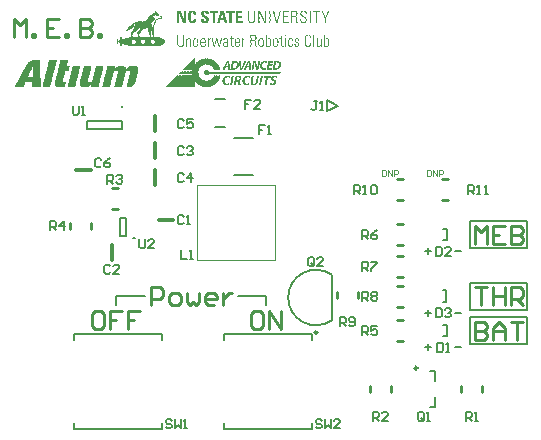
<source format=gto>
G04*
G04 #@! TF.GenerationSoftware,Altium Limited,Altium Designer,22.1.2 (22)*
G04*
G04 Layer_Color=65535*
%FSLAX24Y24*%
%MOIN*%
G70*
G04*
G04 #@! TF.SameCoordinates,F367158F-93D5-41CE-9AE3-167B46B4E197*
G04*
G04*
G04 #@! TF.FilePolarity,Positive*
G04*
G01*
G75*
%ADD10C,0.0079*%
%ADD11C,0.0098*%
%ADD12C,0.0100*%
%ADD13C,0.0120*%
%ADD14C,0.0050*%
%ADD15C,0.0039*%
%ADD16C,0.0040*%
G36*
X6890Y14261D02*
X6902D01*
Y14257D01*
X6906D01*
Y14261D01*
X6910D01*
Y14257D01*
X6922D01*
Y14253D01*
X6926D01*
Y14250D01*
X6938D01*
Y14246D01*
X6942D01*
Y14242D01*
X6946D01*
Y14238D01*
X6950D01*
Y14234D01*
X6958D01*
Y14230D01*
Y14226D01*
X6962D01*
Y14222D01*
X6965D01*
Y14218D01*
X6969D01*
Y14214D01*
X6965D01*
Y14210D01*
X6969D01*
Y14206D01*
X6973D01*
Y14202D01*
X6977D01*
Y14198D01*
X6973D01*
Y14194D01*
X6977D01*
Y14190D01*
X6973D01*
Y14186D01*
X6977D01*
Y14182D01*
Y14178D01*
Y14174D01*
X6981D01*
Y14170D01*
X6977D01*
Y14166D01*
X6981D01*
Y14162D01*
X6977D01*
Y14158D01*
X6981D01*
Y14155D01*
X6977D01*
Y14151D01*
X6981D01*
Y14147D01*
X6977D01*
Y14143D01*
X6894D01*
Y14147D01*
X6898D01*
Y14151D01*
X6894D01*
Y14155D01*
X6898D01*
Y14158D01*
X6894D01*
Y14162D01*
X6898D01*
Y14166D01*
X6894D01*
Y14170D01*
Y14174D01*
Y14178D01*
X6890D01*
Y14182D01*
X6886D01*
Y14186D01*
X6890D01*
Y14190D01*
X6886D01*
Y14194D01*
X6882D01*
Y14198D01*
X6870D01*
Y14202D01*
X6866D01*
Y14206D01*
X6863D01*
Y14202D01*
X6859D01*
Y14206D01*
X6855D01*
Y14202D01*
X6851D01*
Y14206D01*
X6847D01*
Y14202D01*
X6843D01*
Y14206D01*
X6839D01*
Y14202D01*
X6843D01*
Y14198D01*
X6839D01*
Y14202D01*
X6835D01*
Y14198D01*
X6831D01*
Y14194D01*
X6827D01*
Y14190D01*
X6823D01*
Y14186D01*
X6819D01*
Y14182D01*
X6815D01*
Y14178D01*
X6819D01*
Y14174D01*
X6815D01*
Y14170D01*
Y14166D01*
Y14162D01*
X6811D01*
Y14158D01*
X6815D01*
Y14155D01*
Y14151D01*
Y14147D01*
X6819D01*
Y14143D01*
X6815D01*
Y14139D01*
X6819D01*
Y14135D01*
X6823D01*
Y14131D01*
X6827D01*
Y14127D01*
X6831D01*
Y14123D01*
X6835D01*
Y14119D01*
X6839D01*
Y14115D01*
X6843D01*
Y14111D01*
X6847D01*
Y14107D01*
X6859D01*
Y14103D01*
X6863D01*
Y14099D01*
X6866D01*
Y14095D01*
X6870D01*
Y14091D01*
X6882D01*
Y14087D01*
X6886D01*
Y14083D01*
X6898D01*
Y14079D01*
X6902D01*
Y14075D01*
X6914D01*
Y14071D01*
X6918D01*
Y14067D01*
X6922D01*
Y14063D01*
X6926D01*
Y14059D01*
X6938D01*
Y14056D01*
X6942D01*
Y14052D01*
X6946D01*
Y14048D01*
X6950D01*
Y14044D01*
X6954D01*
Y14040D01*
X6958D01*
Y14036D01*
X6962D01*
Y14032D01*
X6965D01*
Y14028D01*
X6969D01*
Y14024D01*
X6965D01*
Y14020D01*
X6969D01*
Y14016D01*
X6973D01*
Y14012D01*
X6977D01*
Y14008D01*
X6973D01*
Y14004D01*
X6977D01*
Y14000D01*
X6981D01*
Y13996D01*
X6977D01*
Y13992D01*
X6981D01*
Y13988D01*
Y13984D01*
Y13980D01*
X6985D01*
Y13976D01*
X6981D01*
Y13972D01*
X6985D01*
Y13968D01*
X6981D01*
Y13964D01*
X6985D01*
Y13961D01*
X6981D01*
Y13957D01*
X6985D01*
Y13953D01*
X6981D01*
Y13949D01*
X6985D01*
Y13945D01*
X6981D01*
Y13941D01*
X6985D01*
Y13937D01*
X6981D01*
Y13933D01*
X6985D01*
Y13929D01*
X6981D01*
Y13925D01*
X6977D01*
Y13921D01*
Y13917D01*
Y13913D01*
X6973D01*
Y13909D01*
X6977D01*
Y13905D01*
X6973D01*
Y13901D01*
X6969D01*
Y13897D01*
X6965D01*
Y13893D01*
X6969D01*
Y13889D01*
X6965D01*
Y13885D01*
X6962D01*
Y13881D01*
X6958D01*
Y13877D01*
X6954D01*
Y13873D01*
X6950D01*
Y13869D01*
X6946D01*
Y13866D01*
X6934D01*
Y13862D01*
X6930D01*
Y13858D01*
X6918D01*
Y13854D01*
X6914D01*
Y13850D01*
X6910D01*
Y13854D01*
X6906D01*
Y13850D01*
X6894D01*
Y13846D01*
X6890D01*
Y13850D01*
X6886D01*
Y13846D01*
X6882D01*
Y13850D01*
X6878D01*
Y13846D01*
X6866D01*
Y13842D01*
X6863D01*
Y13846D01*
X6859D01*
Y13842D01*
X6855D01*
Y13846D01*
X6851D01*
Y13842D01*
X6847D01*
Y13846D01*
X6843D01*
Y13842D01*
X6839D01*
Y13846D01*
X6835D01*
Y13842D01*
X6831D01*
Y13846D01*
X6827D01*
Y13842D01*
X6823D01*
Y13846D01*
X6819D01*
Y13850D01*
X6815D01*
Y13846D01*
X6819D01*
Y13842D01*
X6815D01*
Y13846D01*
X6811D01*
Y13850D01*
X6807D01*
Y13846D01*
X6803D01*
Y13850D01*
X6791D01*
Y13854D01*
X6787D01*
Y13850D01*
X6783D01*
Y13854D01*
X6779D01*
Y13858D01*
X6768D01*
Y13862D01*
X6764D01*
Y13866D01*
X6760D01*
Y13869D01*
X6756D01*
Y13873D01*
X6752D01*
Y13877D01*
X6748D01*
Y13881D01*
X6744D01*
Y13885D01*
X6740D01*
Y13889D01*
X6736D01*
Y13893D01*
X6732D01*
Y13897D01*
X6728D01*
Y13901D01*
X6732D01*
Y13905D01*
X6728D01*
Y13909D01*
Y13913D01*
Y13917D01*
X6724D01*
Y13921D01*
Y13925D01*
Y13929D01*
X6720D01*
Y13933D01*
X6724D01*
Y13937D01*
X6720D01*
Y13941D01*
X6724D01*
Y13945D01*
X6720D01*
Y13949D01*
X6724D01*
Y13953D01*
X6720D01*
Y13957D01*
X6724D01*
Y13961D01*
X6720D01*
Y13964D01*
X6724D01*
Y13968D01*
X6720D01*
Y13972D01*
X6724D01*
Y13976D01*
X6728D01*
Y13980D01*
X6732D01*
Y13976D01*
X6736D01*
Y13980D01*
X6740D01*
Y13976D01*
X6744D01*
Y13980D01*
X6748D01*
Y13976D01*
X6752D01*
Y13980D01*
X6756D01*
Y13976D01*
X6760D01*
Y13980D01*
X6764D01*
Y13976D01*
X6768D01*
Y13980D01*
X6771D01*
Y13976D01*
X6775D01*
Y13980D01*
X6779D01*
Y13976D01*
X6783D01*
Y13980D01*
X6787D01*
Y13976D01*
X6791D01*
Y13980D01*
X6795D01*
Y13976D01*
X6799D01*
Y13980D01*
X6803D01*
Y13976D01*
X6807D01*
Y13972D01*
Y13968D01*
Y13964D01*
X6811D01*
Y13961D01*
X6807D01*
Y13957D01*
X6811D01*
Y13953D01*
X6807D01*
Y13949D01*
X6811D01*
Y13945D01*
X6807D01*
Y13941D01*
X6811D01*
Y13937D01*
X6807D01*
Y13933D01*
X6811D01*
Y13929D01*
X6815D01*
Y13925D01*
X6819D01*
Y13921D01*
X6815D01*
Y13917D01*
X6827D01*
Y13913D01*
X6831D01*
Y13909D01*
X6843D01*
Y13905D01*
X6847D01*
Y13909D01*
X6851D01*
Y13905D01*
X6855D01*
Y13901D01*
X6859D01*
Y13905D01*
X6855D01*
Y13909D01*
X6859D01*
Y13905D01*
X6863D01*
Y13909D01*
X6866D01*
Y13905D01*
X6870D01*
Y13909D01*
X6874D01*
Y13913D01*
X6878D01*
Y13909D01*
X6882D01*
Y13913D01*
X6886D01*
Y13917D01*
X6890D01*
Y13921D01*
Y13925D01*
Y13929D01*
X6894D01*
Y13933D01*
X6898D01*
Y13937D01*
X6894D01*
Y13941D01*
X6898D01*
Y13945D01*
X6894D01*
Y13949D01*
X6898D01*
Y13953D01*
X6894D01*
Y13957D01*
X6898D01*
Y13961D01*
X6894D01*
Y13964D01*
X6898D01*
Y13968D01*
X6894D01*
Y13972D01*
X6890D01*
Y13976D01*
X6886D01*
Y13980D01*
X6890D01*
Y13984D01*
X6878D01*
Y13988D01*
X6882D01*
Y13992D01*
X6870D01*
Y13996D01*
X6866D01*
Y14000D01*
X6863D01*
Y14004D01*
X6859D01*
Y14008D01*
X6855D01*
Y14012D01*
X6851D01*
Y14008D01*
X6847D01*
Y14012D01*
Y14016D01*
X6839D01*
Y14020D01*
X6835D01*
Y14024D01*
X6823D01*
Y14028D01*
X6819D01*
Y14032D01*
X6815D01*
Y14036D01*
X6811D01*
Y14032D01*
X6807D01*
Y14036D01*
X6803D01*
Y14040D01*
X6799D01*
Y14044D01*
X6795D01*
Y14048D01*
X6783D01*
Y14052D01*
X6779D01*
Y14056D01*
X6775D01*
Y14059D01*
X6771D01*
Y14063D01*
X6768D01*
Y14067D01*
X6764D01*
Y14071D01*
X6760D01*
Y14075D01*
X6756D01*
Y14079D01*
X6752D01*
Y14083D01*
X6748D01*
Y14087D01*
X6744D01*
Y14091D01*
X6748D01*
Y14095D01*
X6740D01*
Y14099D01*
Y14103D01*
X6736D01*
Y14107D01*
Y14111D01*
Y14115D01*
X6732D01*
Y14119D01*
X6728D01*
Y14123D01*
X6732D01*
Y14127D01*
X6728D01*
Y14131D01*
X6732D01*
Y14135D01*
X6728D01*
Y14139D01*
X6732D01*
Y14143D01*
X6728D01*
Y14147D01*
Y14151D01*
Y14155D01*
X6732D01*
Y14158D01*
X6728D01*
Y14162D01*
Y14166D01*
Y14170D01*
X6732D01*
Y14174D01*
X6728D01*
Y14178D01*
X6732D01*
Y14182D01*
X6728D01*
Y14186D01*
X6732D01*
Y14190D01*
X6736D01*
Y14194D01*
X6732D01*
Y14198D01*
X6736D01*
Y14202D01*
X6740D01*
Y14206D01*
X6736D01*
Y14210D01*
X6740D01*
Y14214D01*
X6744D01*
Y14218D01*
X6748D01*
Y14222D01*
X6752D01*
Y14226D01*
X6756D01*
Y14230D01*
Y14234D01*
X6764D01*
Y14238D01*
X6768D01*
Y14242D01*
X6771D01*
Y14246D01*
X6775D01*
Y14250D01*
X6787D01*
Y14253D01*
X6791D01*
Y14257D01*
X6795D01*
Y14253D01*
X6799D01*
Y14257D01*
X6811D01*
Y14261D01*
X6815D01*
Y14257D01*
X6819D01*
Y14261D01*
X6823D01*
Y14265D01*
X6827D01*
Y14261D01*
X6831D01*
Y14265D01*
X6835D01*
Y14261D01*
X6839D01*
Y14265D01*
X6851D01*
Y14261D01*
X6855D01*
Y14265D01*
X6882D01*
Y14261D01*
X6886D01*
Y14265D01*
X6890D01*
Y14261D01*
D02*
G37*
G36*
X6463D02*
X6467D01*
Y14257D01*
X6471D01*
Y14261D01*
X6475D01*
Y14257D01*
X6486D01*
Y14253D01*
X6490D01*
Y14250D01*
X6502D01*
Y14246D01*
X6506D01*
Y14242D01*
X6510D01*
Y14238D01*
X6514D01*
Y14234D01*
X6526D01*
Y14230D01*
X6522D01*
Y14226D01*
X6526D01*
Y14222D01*
X6530D01*
Y14218D01*
X6534D01*
Y14214D01*
Y14210D01*
X6538D01*
Y14206D01*
Y14202D01*
X6542D01*
Y14198D01*
Y14194D01*
Y14190D01*
X6546D01*
Y14186D01*
Y14182D01*
Y14178D01*
X6550D01*
Y14174D01*
X6546D01*
Y14170D01*
X6550D01*
Y14166D01*
X6546D01*
Y14162D01*
X6550D01*
Y14158D01*
X6546D01*
Y14155D01*
X6550D01*
Y14151D01*
X6546D01*
Y14147D01*
X6550D01*
Y14143D01*
X6546D01*
Y14139D01*
X6550D01*
Y14135D01*
X6546D01*
Y14131D01*
X6550D01*
Y14127D01*
X6546D01*
Y14131D01*
X6542D01*
Y14127D01*
X6538D01*
Y14131D01*
X6534D01*
Y14127D01*
X6530D01*
Y14131D01*
X6526D01*
Y14127D01*
X6522D01*
Y14131D01*
X6518D01*
Y14127D01*
X6514D01*
Y14131D01*
X6510D01*
Y14127D01*
X6506D01*
Y14131D01*
X6502D01*
Y14127D01*
X6498D01*
Y14131D01*
X6494D01*
Y14127D01*
X6490D01*
Y14131D01*
X6486D01*
Y14127D01*
X6482D01*
Y14131D01*
X6479D01*
Y14127D01*
X6475D01*
Y14131D01*
X6471D01*
Y14135D01*
X6467D01*
Y14139D01*
Y14143D01*
Y14147D01*
X6463D01*
Y14151D01*
X6467D01*
Y14155D01*
Y14158D01*
Y14162D01*
X6463D01*
Y14166D01*
X6459D01*
Y14170D01*
X6463D01*
Y14174D01*
X6459D01*
Y14178D01*
X6463D01*
Y14182D01*
X6459D01*
Y14186D01*
X6455D01*
Y14190D01*
X6451D01*
Y14194D01*
X6455D01*
Y14198D01*
X6443D01*
Y14202D01*
X6439D01*
Y14206D01*
X6435D01*
Y14202D01*
X6431D01*
Y14206D01*
X6427D01*
Y14202D01*
X6423D01*
Y14206D01*
X6419D01*
Y14202D01*
X6415D01*
Y14206D01*
X6411D01*
Y14202D01*
X6415D01*
Y14198D01*
X6403D01*
Y14194D01*
X6399D01*
Y14190D01*
X6395D01*
Y14186D01*
X6391D01*
Y14182D01*
X6387D01*
Y14178D01*
X6391D01*
Y14174D01*
X6387D01*
Y14170D01*
Y14166D01*
Y14162D01*
X6384D01*
Y14158D01*
X6380D01*
Y14155D01*
X6384D01*
Y14151D01*
X6380D01*
Y14147D01*
X6384D01*
Y14143D01*
X6380D01*
Y14139D01*
X6384D01*
Y14135D01*
X6380D01*
Y14131D01*
Y14127D01*
Y14123D01*
X6384D01*
Y14119D01*
X6380D01*
Y14115D01*
Y14111D01*
Y14107D01*
X6384D01*
Y14103D01*
X6380D01*
Y14107D01*
X6376D01*
Y14103D01*
X6380D01*
Y14099D01*
X6376D01*
Y14095D01*
X6380D01*
Y14091D01*
X6376D01*
Y14087D01*
X6380D01*
Y14083D01*
X6376D01*
Y14079D01*
X6380D01*
Y14075D01*
X6384D01*
Y14071D01*
X6380D01*
Y14075D01*
X6376D01*
Y14071D01*
X6380D01*
Y14067D01*
X6376D01*
Y14063D01*
X6380D01*
Y14059D01*
X6376D01*
Y14056D01*
X6380D01*
Y14052D01*
X6376D01*
Y14048D01*
X6380D01*
Y14044D01*
X6376D01*
Y14040D01*
X6380D01*
Y14036D01*
X6376D01*
Y14032D01*
X6380D01*
Y14028D01*
X6376D01*
Y14024D01*
X6380D01*
Y14020D01*
X6376D01*
Y14016D01*
X6380D01*
Y14012D01*
X6384D01*
Y14008D01*
X6380D01*
Y14012D01*
X6376D01*
Y14008D01*
X6380D01*
Y14004D01*
Y14000D01*
Y13996D01*
X6384D01*
Y13992D01*
X6380D01*
Y13988D01*
Y13984D01*
Y13980D01*
X6384D01*
Y13976D01*
X6380D01*
Y13972D01*
X6384D01*
Y13968D01*
X6380D01*
Y13964D01*
X6384D01*
Y13961D01*
X6380D01*
Y13957D01*
X6384D01*
Y13953D01*
X6380D01*
Y13949D01*
X6384D01*
Y13945D01*
X6387D01*
Y13941D01*
Y13937D01*
Y13933D01*
X6391D01*
Y13929D01*
X6387D01*
Y13925D01*
X6395D01*
Y13921D01*
Y13917D01*
X6403D01*
Y13913D01*
Y13909D01*
X6415D01*
Y13905D01*
X6419D01*
Y13909D01*
X6423D01*
Y13905D01*
X6427D01*
Y13901D01*
X6431D01*
Y13905D01*
X6427D01*
Y13909D01*
X6431D01*
Y13905D01*
X6435D01*
Y13909D01*
X6439D01*
Y13905D01*
X6443D01*
Y13909D01*
X6447D01*
Y13913D01*
X6451D01*
Y13909D01*
X6455D01*
Y13913D01*
X6451D01*
Y13917D01*
X6463D01*
Y13921D01*
X6459D01*
Y13925D01*
X6463D01*
Y13929D01*
X6459D01*
Y13933D01*
X6467D01*
Y13937D01*
Y13941D01*
X6471D01*
Y13945D01*
X6467D01*
Y13949D01*
X6471D01*
Y13953D01*
X6467D01*
Y13957D01*
X6471D01*
Y13961D01*
X6467D01*
Y13964D01*
X6471D01*
Y13968D01*
X6467D01*
Y13972D01*
X6471D01*
Y13976D01*
X6467D01*
Y13980D01*
X6471D01*
Y13984D01*
X6467D01*
Y13988D01*
X6554D01*
Y13984D01*
Y13980D01*
Y13976D01*
Y13972D01*
Y13968D01*
Y13964D01*
Y13961D01*
Y13957D01*
X6550D01*
Y13953D01*
X6554D01*
Y13949D01*
X6550D01*
Y13945D01*
Y13941D01*
Y13937D01*
X6546D01*
Y13933D01*
X6550D01*
Y13929D01*
X6546D01*
Y13925D01*
X6550D01*
Y13921D01*
X6546D01*
Y13917D01*
Y13913D01*
X6542D01*
Y13909D01*
Y13905D01*
X6538D01*
Y13901D01*
X6542D01*
Y13897D01*
X6538D01*
Y13893D01*
X6534D01*
Y13889D01*
X6530D01*
Y13885D01*
Y13881D01*
X6522D01*
Y13877D01*
Y13873D01*
X6514D01*
Y13869D01*
Y13866D01*
X6506D01*
Y13862D01*
X6502D01*
Y13858D01*
X6490D01*
Y13854D01*
X6486D01*
Y13850D01*
X6467D01*
Y13846D01*
X6463D01*
Y13850D01*
X6459D01*
Y13846D01*
X6455D01*
Y13850D01*
X6451D01*
Y13846D01*
X6455D01*
Y13842D01*
X6451D01*
Y13846D01*
X6447D01*
Y13842D01*
X6443D01*
Y13846D01*
X6439D01*
Y13842D01*
X6435D01*
Y13846D01*
X6431D01*
Y13842D01*
X6427D01*
Y13846D01*
X6423D01*
Y13842D01*
X6419D01*
Y13846D01*
X6415D01*
Y13842D01*
X6411D01*
Y13846D01*
X6407D01*
Y13850D01*
X6403D01*
Y13846D01*
X6407D01*
Y13842D01*
X6403D01*
Y13846D01*
X6399D01*
Y13850D01*
X6395D01*
Y13846D01*
X6391D01*
Y13850D01*
X6380D01*
Y13854D01*
X6376D01*
Y13850D01*
X6372D01*
Y13854D01*
X6368D01*
Y13858D01*
X6356D01*
Y13862D01*
X6352D01*
Y13866D01*
X6340D01*
Y13869D01*
X6336D01*
Y13873D01*
X6332D01*
Y13877D01*
X6328D01*
Y13881D01*
X6324D01*
Y13885D01*
X6320D01*
Y13889D01*
X6316D01*
Y13893D01*
X6320D01*
Y13897D01*
X6316D01*
Y13901D01*
X6312D01*
Y13905D01*
X6308D01*
Y13909D01*
X6312D01*
Y13913D01*
X6308D01*
Y13917D01*
X6304D01*
Y13921D01*
X6300D01*
Y13925D01*
X6304D01*
Y13929D01*
X6300D01*
Y13933D01*
X6304D01*
Y13937D01*
X6300D01*
Y13941D01*
X6296D01*
Y13945D01*
X6300D01*
Y13949D01*
X6296D01*
Y13953D01*
X6292D01*
Y13957D01*
X6296D01*
Y13961D01*
X6292D01*
Y13964D01*
X6296D01*
Y13968D01*
X6292D01*
Y13972D01*
X6296D01*
Y13976D01*
X6292D01*
Y13980D01*
X6296D01*
Y13984D01*
X6292D01*
Y13988D01*
X6296D01*
Y13992D01*
X6292D01*
Y13996D01*
Y14000D01*
Y14004D01*
Y14008D01*
Y14012D01*
Y14016D01*
Y14020D01*
Y14024D01*
Y14028D01*
Y14032D01*
Y14036D01*
X6288D01*
Y14040D01*
X6292D01*
Y14044D01*
Y14048D01*
Y14052D01*
X6288D01*
Y14056D01*
X6292D01*
Y14059D01*
Y14063D01*
Y14067D01*
X6288D01*
Y14071D01*
X6292D01*
Y14075D01*
Y14079D01*
Y14083D01*
Y14087D01*
Y14091D01*
Y14095D01*
Y14099D01*
X6288D01*
Y14103D01*
X6292D01*
Y14107D01*
Y14111D01*
Y14115D01*
X6296D01*
Y14119D01*
X6292D01*
Y14123D01*
X6296D01*
Y14127D01*
X6292D01*
Y14131D01*
X6296D01*
Y14135D01*
X6292D01*
Y14139D01*
X6296D01*
Y14143D01*
X6292D01*
Y14147D01*
X6296D01*
Y14151D01*
X6292D01*
Y14155D01*
X6296D01*
Y14158D01*
X6292D01*
Y14162D01*
X6296D01*
Y14166D01*
X6300D01*
Y14170D01*
X6304D01*
Y14174D01*
X6300D01*
Y14178D01*
X6304D01*
Y14182D01*
X6300D01*
Y14186D01*
X6304D01*
Y14190D01*
X6308D01*
Y14194D01*
X6304D01*
Y14198D01*
X6308D01*
Y14194D01*
X6312D01*
Y14198D01*
X6308D01*
Y14202D01*
X6312D01*
Y14206D01*
Y14210D01*
X6316D01*
Y14214D01*
Y14218D01*
X6320D01*
Y14222D01*
X6324D01*
Y14226D01*
X6328D01*
Y14230D01*
X6332D01*
Y14234D01*
X6336D01*
Y14238D01*
X6340D01*
Y14242D01*
X6344D01*
Y14246D01*
X6348D01*
Y14250D01*
X6360D01*
Y14253D01*
X6364D01*
Y14250D01*
X6368D01*
Y14253D01*
X6372D01*
Y14257D01*
X6384D01*
Y14261D01*
X6387D01*
Y14257D01*
X6391D01*
Y14261D01*
X6395D01*
Y14265D01*
X6399D01*
Y14261D01*
X6403D01*
Y14265D01*
X6407D01*
Y14261D01*
X6411D01*
Y14265D01*
X6439D01*
Y14261D01*
X6443D01*
Y14265D01*
X6455D01*
Y14261D01*
X6459D01*
Y14265D01*
X6463D01*
Y14261D01*
D02*
G37*
G36*
X10184D02*
X10188D01*
Y14257D01*
X10192D01*
Y14253D01*
X10196D01*
Y14250D01*
X10208D01*
Y14246D01*
X10212D01*
Y14242D01*
X10216D01*
Y14238D01*
X10220D01*
Y14234D01*
X10224D01*
Y14230D01*
X10228D01*
Y14226D01*
X10232D01*
Y14222D01*
X10228D01*
Y14218D01*
X10232D01*
Y14214D01*
X10236D01*
Y14210D01*
X10240D01*
Y14206D01*
X10236D01*
Y14202D01*
X10240D01*
Y14198D01*
X10236D01*
Y14194D01*
X10240D01*
Y14190D01*
X10243D01*
Y14186D01*
X10240D01*
Y14182D01*
X10243D01*
Y14178D01*
Y14174D01*
Y14170D01*
Y14166D01*
Y14162D01*
Y14158D01*
Y14155D01*
X10232D01*
Y14158D01*
X10228D01*
Y14155D01*
X10232D01*
Y14151D01*
X10228D01*
Y14155D01*
X10216D01*
Y14158D01*
X10212D01*
Y14155D01*
X10216D01*
Y14151D01*
X10212D01*
Y14155D01*
X10208D01*
Y14158D01*
X10204D01*
Y14162D01*
X10208D01*
Y14166D01*
X10204D01*
Y14170D01*
X10208D01*
Y14174D01*
X10204D01*
Y14178D01*
X10208D01*
Y14182D01*
X10204D01*
Y14186D01*
Y14190D01*
Y14194D01*
X10200D01*
Y14198D01*
X10196D01*
Y14202D01*
X10200D01*
Y14206D01*
X10196D01*
Y14210D01*
X10192D01*
Y14214D01*
X10188D01*
Y14218D01*
Y14222D01*
X10180D01*
Y14226D01*
X10176D01*
Y14230D01*
X10164D01*
Y14234D01*
X10160D01*
Y14230D01*
X10156D01*
Y14234D01*
X10152D01*
Y14238D01*
X10148D01*
Y14234D01*
X10152D01*
Y14230D01*
X10148D01*
Y14234D01*
X10144D01*
Y14238D01*
X10141D01*
Y14234D01*
X10137D01*
Y14238D01*
X10133D01*
Y14234D01*
X10129D01*
Y14238D01*
X10125D01*
Y14234D01*
X10121D01*
Y14238D01*
X10117D01*
Y14234D01*
X10121D01*
Y14230D01*
X10117D01*
Y14234D01*
X10113D01*
Y14230D01*
X10109D01*
Y14234D01*
X10105D01*
Y14230D01*
X10093D01*
Y14226D01*
X10089D01*
Y14222D01*
X10085D01*
Y14218D01*
X10081D01*
Y14214D01*
X10077D01*
Y14210D01*
X10073D01*
Y14206D01*
X10069D01*
Y14202D01*
X10073D01*
Y14198D01*
X10069D01*
Y14194D01*
Y14190D01*
Y14186D01*
X10065D01*
Y14182D01*
X10069D01*
Y14178D01*
X10065D01*
Y14174D01*
X10069D01*
Y14170D01*
X10065D01*
Y14166D01*
X10069D01*
Y14162D01*
X10065D01*
Y14158D01*
X10069D01*
Y14155D01*
Y14151D01*
Y14147D01*
Y14143D01*
Y14139D01*
X10073D01*
Y14135D01*
Y14131D01*
Y14127D01*
X10077D01*
Y14123D01*
X10081D01*
Y14119D01*
X10085D01*
Y14115D01*
X10089D01*
Y14111D01*
X10093D01*
Y14107D01*
X10105D01*
Y14103D01*
X10109D01*
Y14099D01*
X10113D01*
Y14095D01*
X10117D01*
Y14091D01*
X10129D01*
Y14087D01*
X10133D01*
Y14083D01*
X10137D01*
Y14079D01*
X10141D01*
Y14075D01*
X10152D01*
Y14071D01*
X10156D01*
Y14067D01*
X10160D01*
Y14063D01*
X10164D01*
Y14059D01*
X10176D01*
Y14056D01*
X10180D01*
Y14052D01*
X10184D01*
Y14048D01*
X10188D01*
Y14044D01*
X10200D01*
Y14040D01*
X10204D01*
Y14036D01*
X10208D01*
Y14032D01*
X10212D01*
Y14028D01*
X10216D01*
Y14024D01*
X10220D01*
Y14020D01*
X10224D01*
Y14016D01*
X10228D01*
Y14012D01*
X10232D01*
Y14008D01*
Y14004D01*
Y14000D01*
X10236D01*
Y13996D01*
X10240D01*
Y13992D01*
X10236D01*
Y13988D01*
X10240D01*
Y13984D01*
X10243D01*
Y13980D01*
X10240D01*
Y13976D01*
X10243D01*
Y13972D01*
Y13968D01*
Y13964D01*
X10247D01*
Y13961D01*
X10243D01*
Y13957D01*
X10247D01*
Y13953D01*
X10243D01*
Y13949D01*
X10247D01*
Y13945D01*
X10243D01*
Y13941D01*
X10247D01*
Y13937D01*
X10243D01*
Y13933D01*
X10247D01*
Y13929D01*
X10243D01*
Y13925D01*
Y13921D01*
Y13917D01*
X10240D01*
Y13913D01*
X10236D01*
Y13909D01*
X10240D01*
Y13905D01*
X10236D01*
Y13901D01*
Y13897D01*
Y13893D01*
X10232D01*
Y13889D01*
X10228D01*
Y13885D01*
X10232D01*
Y13881D01*
X10224D01*
Y13877D01*
Y13873D01*
X10220D01*
Y13869D01*
X10216D01*
Y13866D01*
X10204D01*
Y13862D01*
X10208D01*
Y13858D01*
X10204D01*
Y13862D01*
X10200D01*
Y13858D01*
X10196D01*
Y13854D01*
X10192D01*
Y13850D01*
X10172D01*
Y13846D01*
X10168D01*
Y13850D01*
X10164D01*
Y13846D01*
X10160D01*
Y13842D01*
X10156D01*
Y13846D01*
X10152D01*
Y13842D01*
X10148D01*
Y13846D01*
X10144D01*
Y13842D01*
X10141D01*
Y13846D01*
X10137D01*
Y13842D01*
X10133D01*
Y13846D01*
X10129D01*
Y13842D01*
X10125D01*
Y13846D01*
X10121D01*
Y13842D01*
X10117D01*
Y13846D01*
X10113D01*
Y13850D01*
X10109D01*
Y13846D01*
X10113D01*
Y13842D01*
X10109D01*
Y13846D01*
X10105D01*
Y13850D01*
X10101D01*
Y13846D01*
X10097D01*
Y13850D01*
X10085D01*
Y13854D01*
X10081D01*
Y13858D01*
X10077D01*
Y13854D01*
X10073D01*
Y13858D01*
X10069D01*
Y13862D01*
X10065D01*
Y13866D01*
X10053D01*
Y13869D01*
X10057D01*
Y13873D01*
X10046D01*
Y13877D01*
X10049D01*
Y13881D01*
X10046D01*
Y13885D01*
X10042D01*
Y13889D01*
X10038D01*
Y13893D01*
Y13897D01*
Y13901D01*
X10034D01*
Y13905D01*
X10030D01*
Y13909D01*
X10034D01*
Y13913D01*
X10030D01*
Y13917D01*
Y13921D01*
Y13925D01*
X10026D01*
Y13929D01*
X10022D01*
Y13933D01*
X10026D01*
Y13937D01*
Y13941D01*
Y13945D01*
X10022D01*
Y13949D01*
X10026D01*
Y13953D01*
Y13957D01*
Y13961D01*
X10022D01*
Y13964D01*
X10034D01*
Y13968D01*
X10038D01*
Y13964D01*
X10049D01*
Y13968D01*
X10053D01*
Y13964D01*
X10065D01*
Y13961D01*
X10061D01*
Y13957D01*
X10065D01*
Y13953D01*
X10061D01*
Y13949D01*
X10065D01*
Y13945D01*
X10061D01*
Y13941D01*
X10065D01*
Y13937D01*
X10061D01*
Y13933D01*
X10065D01*
Y13929D01*
X10061D01*
Y13925D01*
X10065D01*
Y13921D01*
X10069D01*
Y13917D01*
Y13913D01*
Y13909D01*
X10073D01*
Y13905D01*
X10069D01*
Y13901D01*
X10077D01*
Y13897D01*
Y13893D01*
X10081D01*
Y13889D01*
X10085D01*
Y13885D01*
X10097D01*
Y13881D01*
X10101D01*
Y13877D01*
X10113D01*
Y13873D01*
X10117D01*
Y13877D01*
X10121D01*
Y13873D01*
X10125D01*
Y13877D01*
X10129D01*
Y13873D01*
X10141D01*
Y13877D01*
X10144D01*
Y13873D01*
X10148D01*
Y13877D01*
X10152D01*
Y13873D01*
X10156D01*
Y13877D01*
X10168D01*
Y13881D01*
X10172D01*
Y13877D01*
X10176D01*
Y13881D01*
X10180D01*
Y13885D01*
X10184D01*
Y13889D01*
X10188D01*
Y13893D01*
X10192D01*
Y13897D01*
X10196D01*
Y13901D01*
X10200D01*
Y13905D01*
X10204D01*
Y13909D01*
X10200D01*
Y13913D01*
X10204D01*
Y13917D01*
X10208D01*
Y13921D01*
X10204D01*
Y13925D01*
X10208D01*
Y13929D01*
X10204D01*
Y13933D01*
X10208D01*
Y13937D01*
X10204D01*
Y13941D01*
X10208D01*
Y13945D01*
Y13949D01*
Y13953D01*
X10204D01*
Y13957D01*
X10208D01*
Y13961D01*
X10204D01*
Y13964D01*
X10208D01*
Y13968D01*
X10204D01*
Y13972D01*
X10208D01*
Y13976D01*
X10204D01*
Y13980D01*
X10200D01*
Y13984D01*
X10196D01*
Y13988D01*
X10200D01*
Y13992D01*
X10196D01*
Y13996D01*
X10192D01*
Y14000D01*
X10188D01*
Y14004D01*
X10184D01*
Y14008D01*
X10180D01*
Y14012D01*
X10176D01*
Y14016D01*
X10172D01*
Y14020D01*
X10164D01*
Y14024D01*
X10156D01*
Y14028D01*
X10152D01*
Y14032D01*
X10141D01*
Y14036D01*
X10137D01*
Y14040D01*
X10133D01*
Y14044D01*
X10129D01*
Y14048D01*
X10117D01*
Y14052D01*
X10113D01*
Y14056D01*
X10101D01*
Y14059D01*
X10097D01*
Y14063D01*
X10093D01*
Y14067D01*
X10089D01*
Y14071D01*
X10085D01*
Y14075D01*
X10081D01*
Y14079D01*
X10069D01*
Y14083D01*
X10065D01*
Y14087D01*
X10061D01*
Y14091D01*
X10057D01*
Y14095D01*
X10053D01*
Y14099D01*
X10049D01*
Y14103D01*
X10046D01*
Y14107D01*
X10049D01*
Y14111D01*
X10046D01*
Y14115D01*
X10042D01*
Y14119D01*
X10038D01*
Y14123D01*
X10042D01*
Y14127D01*
X10038D01*
Y14131D01*
X10034D01*
Y14135D01*
X10030D01*
Y14139D01*
X10034D01*
Y14143D01*
X10030D01*
Y14147D01*
X10034D01*
Y14151D01*
X10030D01*
Y14155D01*
X10034D01*
Y14158D01*
X10030D01*
Y14162D01*
X10034D01*
Y14166D01*
X10030D01*
Y14170D01*
X10034D01*
Y14174D01*
X10030D01*
Y14178D01*
X10034D01*
Y14182D01*
X10030D01*
Y14186D01*
X10034D01*
Y14190D01*
X10030D01*
Y14194D01*
X10034D01*
Y14198D01*
X10038D01*
Y14202D01*
X10034D01*
Y14206D01*
X10038D01*
Y14210D01*
X10042D01*
Y14214D01*
X10038D01*
Y14218D01*
X10042D01*
Y14222D01*
X10046D01*
Y14226D01*
X10049D01*
Y14230D01*
X10053D01*
Y14234D01*
X10057D01*
Y14238D01*
X10061D01*
Y14242D01*
X10065D01*
Y14246D01*
X10069D01*
Y14250D01*
X10077D01*
Y14253D01*
Y14257D01*
X10081D01*
Y14253D01*
X10085D01*
Y14257D01*
X10097D01*
Y14261D01*
X10101D01*
Y14265D01*
X10105D01*
Y14261D01*
X10109D01*
Y14265D01*
X10113D01*
Y14261D01*
X10117D01*
Y14265D01*
X10168D01*
Y14261D01*
X10180D01*
Y14257D01*
X10184D01*
Y14261D01*
X10180D01*
Y14265D01*
X10184D01*
Y14261D01*
D02*
G37*
G36*
X9875Y14253D02*
X9879D01*
Y14250D01*
X9883D01*
Y14253D01*
X9887D01*
Y14250D01*
X9899D01*
Y14246D01*
X9903D01*
Y14242D01*
X9915D01*
Y14238D01*
X9919D01*
Y14234D01*
X9923D01*
Y14230D01*
X9919D01*
Y14226D01*
X9923D01*
Y14222D01*
X9927D01*
Y14218D01*
X9931D01*
Y14214D01*
X9927D01*
Y14210D01*
X9931D01*
Y14206D01*
Y14202D01*
X9935D01*
Y14198D01*
Y14194D01*
X9939D01*
Y14190D01*
X9935D01*
Y14186D01*
X9939D01*
Y14182D01*
X9935D01*
Y14178D01*
X9939D01*
Y14174D01*
X9935D01*
Y14170D01*
X9939D01*
Y14166D01*
X9935D01*
Y14162D01*
X9939D01*
Y14158D01*
X9935D01*
Y14155D01*
X9939D01*
Y14151D01*
X9935D01*
Y14147D01*
X9939D01*
Y14143D01*
X9935D01*
Y14139D01*
X9939D01*
Y14135D01*
X9935D01*
Y14131D01*
X9939D01*
Y14127D01*
X9935D01*
Y14123D01*
Y14119D01*
Y14115D01*
X9931D01*
Y14111D01*
X9927D01*
Y14107D01*
X9931D01*
Y14103D01*
X9927D01*
Y14099D01*
X9923D01*
Y14095D01*
X9919D01*
Y14091D01*
X9923D01*
Y14087D01*
X9919D01*
Y14083D01*
X9915D01*
Y14079D01*
X9903D01*
Y14075D01*
X9899D01*
Y14071D01*
X9895D01*
Y14067D01*
X9891D01*
Y14071D01*
X9887D01*
Y14067D01*
X9883D01*
Y14063D01*
X9879D01*
Y14059D01*
X9891D01*
Y14056D01*
X9895D01*
Y14059D01*
X9899D01*
Y14056D01*
X9903D01*
Y14052D01*
X9915D01*
Y14048D01*
X9911D01*
Y14044D01*
X9923D01*
Y14040D01*
X9919D01*
Y14036D01*
X9923D01*
Y14032D01*
X9927D01*
Y14028D01*
X9931D01*
Y14024D01*
X9927D01*
Y14020D01*
X9931D01*
Y14016D01*
X9927D01*
Y14012D01*
X9931D01*
Y14008D01*
X9927D01*
Y14004D01*
X9931D01*
Y14000D01*
X9927D01*
Y13996D01*
X9931D01*
Y13992D01*
X9935D01*
Y13988D01*
X9931D01*
Y13984D01*
Y13980D01*
Y13976D01*
X9935D01*
Y13972D01*
X9931D01*
Y13968D01*
X9935D01*
Y13964D01*
X9931D01*
Y13961D01*
X9935D01*
Y13957D01*
X9931D01*
Y13953D01*
X9935D01*
Y13949D01*
Y13945D01*
Y13941D01*
X9931D01*
Y13937D01*
X9935D01*
Y13933D01*
Y13929D01*
Y13925D01*
X9931D01*
Y13921D01*
X9935D01*
Y13917D01*
Y13913D01*
Y13909D01*
X9931D01*
Y13905D01*
X9935D01*
Y13901D01*
Y13897D01*
Y13893D01*
X9931D01*
Y13889D01*
X9935D01*
Y13885D01*
X9939D01*
Y13881D01*
X9935D01*
Y13877D01*
X9939D01*
Y13873D01*
X9935D01*
Y13869D01*
X9939D01*
Y13866D01*
X9935D01*
Y13862D01*
X9939D01*
Y13858D01*
X9935D01*
Y13854D01*
X9939D01*
Y13850D01*
X9927D01*
Y13854D01*
X9923D01*
Y13850D01*
X9919D01*
Y13854D01*
X9915D01*
Y13850D01*
X9911D01*
Y13854D01*
X9907D01*
Y13850D01*
X9903D01*
Y13854D01*
Y13858D01*
Y13862D01*
X9899D01*
Y13866D01*
X9903D01*
Y13869D01*
X9899D01*
Y13873D01*
X9903D01*
Y13877D01*
X9899D01*
Y13881D01*
X9895D01*
Y13885D01*
X9899D01*
Y13889D01*
Y13893D01*
Y13897D01*
Y13901D01*
Y13905D01*
Y13909D01*
Y13913D01*
X9895D01*
Y13917D01*
X9899D01*
Y13921D01*
Y13925D01*
Y13929D01*
X9895D01*
Y13933D01*
X9899D01*
Y13937D01*
X9895D01*
Y13941D01*
X9899D01*
Y13945D01*
X9895D01*
Y13949D01*
X9899D01*
Y13953D01*
X9895D01*
Y13957D01*
X9899D01*
Y13961D01*
X9895D01*
Y13964D01*
X9899D01*
Y13968D01*
X9895D01*
Y13972D01*
X9899D01*
Y13976D01*
X9895D01*
Y13980D01*
X9899D01*
Y13984D01*
X9895D01*
Y13988D01*
X9899D01*
Y13992D01*
X9895D01*
Y13996D01*
X9899D01*
Y14000D01*
X9895D01*
Y14004D01*
X9891D01*
Y14008D01*
Y14012D01*
Y14016D01*
X9887D01*
Y14020D01*
Y14024D01*
X9879D01*
Y14028D01*
X9883D01*
Y14032D01*
X9871D01*
Y14036D01*
X9867D01*
Y14040D01*
X9863D01*
Y14044D01*
X9859D01*
Y14048D01*
X9855D01*
Y14044D01*
X9852D01*
Y14048D01*
X9776D01*
Y14052D01*
X9772D01*
Y14048D01*
X9760D01*
Y14044D01*
X9764D01*
Y14040D01*
X9760D01*
Y14036D01*
X9764D01*
Y14032D01*
X9760D01*
Y14028D01*
X9764D01*
Y14024D01*
X9760D01*
Y14020D01*
X9764D01*
Y14016D01*
X9760D01*
Y14012D01*
X9764D01*
Y14008D01*
X9760D01*
Y14004D01*
X9764D01*
Y14000D01*
X9760D01*
Y13996D01*
X9764D01*
Y13992D01*
X9760D01*
Y13988D01*
X9764D01*
Y13984D01*
X9760D01*
Y13980D01*
X9764D01*
Y13976D01*
X9760D01*
Y13972D01*
X9764D01*
Y13968D01*
X9760D01*
Y13964D01*
X9764D01*
Y13961D01*
X9760D01*
Y13957D01*
X9764D01*
Y13953D01*
X9760D01*
Y13949D01*
X9764D01*
Y13945D01*
X9760D01*
Y13941D01*
X9764D01*
Y13937D01*
X9760D01*
Y13933D01*
X9764D01*
Y13929D01*
X9760D01*
Y13925D01*
X9764D01*
Y13921D01*
X9760D01*
Y13917D01*
X9764D01*
Y13913D01*
X9760D01*
Y13909D01*
X9764D01*
Y13905D01*
X9760D01*
Y13901D01*
X9764D01*
Y13897D01*
X9760D01*
Y13893D01*
X9764D01*
Y13889D01*
X9760D01*
Y13885D01*
X9764D01*
Y13881D01*
X9760D01*
Y13877D01*
X9764D01*
Y13873D01*
X9760D01*
Y13869D01*
X9764D01*
Y13866D01*
X9760D01*
Y13862D01*
X9764D01*
Y13858D01*
X9760D01*
Y13854D01*
X9764D01*
Y13850D01*
X9760D01*
Y13854D01*
X9757D01*
Y13850D01*
X9753D01*
Y13854D01*
X9749D01*
Y13850D01*
X9737D01*
Y13854D01*
X9733D01*
Y13850D01*
X9729D01*
Y13854D01*
X9725D01*
Y13858D01*
X9729D01*
Y13862D01*
X9725D01*
Y13866D01*
X9729D01*
Y13869D01*
X9725D01*
Y13873D01*
X9729D01*
Y13877D01*
X9725D01*
Y13881D01*
X9729D01*
Y13885D01*
X9725D01*
Y13889D01*
X9729D01*
Y13893D01*
X9725D01*
Y13897D01*
X9729D01*
Y13901D01*
X9725D01*
Y13905D01*
X9729D01*
Y13909D01*
X9725D01*
Y13913D01*
X9729D01*
Y13917D01*
X9725D01*
Y13921D01*
X9729D01*
Y13925D01*
X9725D01*
Y13929D01*
X9729D01*
Y13933D01*
X9725D01*
Y13937D01*
X9729D01*
Y13941D01*
X9725D01*
Y13945D01*
X9729D01*
Y13949D01*
X9725D01*
Y13953D01*
X9729D01*
Y13957D01*
X9725D01*
Y13961D01*
X9729D01*
Y13964D01*
X9725D01*
Y13968D01*
X9729D01*
Y13972D01*
X9725D01*
Y13976D01*
X9729D01*
Y13980D01*
X9725D01*
Y13984D01*
X9729D01*
Y13988D01*
X9725D01*
Y13992D01*
X9729D01*
Y13996D01*
X9725D01*
Y14000D01*
X9729D01*
Y14004D01*
X9725D01*
Y14008D01*
X9729D01*
Y14012D01*
X9725D01*
Y14016D01*
X9729D01*
Y14020D01*
X9725D01*
Y14024D01*
X9729D01*
Y14028D01*
X9725D01*
Y14032D01*
X9729D01*
Y14036D01*
X9725D01*
Y14040D01*
X9729D01*
Y14044D01*
X9725D01*
Y14048D01*
X9729D01*
Y14052D01*
X9725D01*
Y14056D01*
X9729D01*
Y14059D01*
X9725D01*
Y14063D01*
X9729D01*
Y14067D01*
X9725D01*
Y14071D01*
X9729D01*
Y14075D01*
X9725D01*
Y14079D01*
X9729D01*
Y14083D01*
X9725D01*
Y14087D01*
X9729D01*
Y14091D01*
X9725D01*
Y14095D01*
X9729D01*
Y14099D01*
X9725D01*
Y14103D01*
X9729D01*
Y14107D01*
X9725D01*
Y14111D01*
X9729D01*
Y14115D01*
X9725D01*
Y14119D01*
X9729D01*
Y14123D01*
X9725D01*
Y14127D01*
X9729D01*
Y14131D01*
X9725D01*
Y14135D01*
X9729D01*
Y14139D01*
X9725D01*
Y14143D01*
X9729D01*
Y14147D01*
X9725D01*
Y14151D01*
X9729D01*
Y14155D01*
X9725D01*
Y14158D01*
X9729D01*
Y14162D01*
X9725D01*
Y14166D01*
X9729D01*
Y14170D01*
X9725D01*
Y14174D01*
X9729D01*
Y14178D01*
X9725D01*
Y14182D01*
X9729D01*
Y14186D01*
X9725D01*
Y14190D01*
X9729D01*
Y14194D01*
X9725D01*
Y14198D01*
X9729D01*
Y14202D01*
X9725D01*
Y14206D01*
X9729D01*
Y14210D01*
X9725D01*
Y14214D01*
X9729D01*
Y14218D01*
X9725D01*
Y14222D01*
X9729D01*
Y14226D01*
X9725D01*
Y14230D01*
X9729D01*
Y14234D01*
X9725D01*
Y14238D01*
X9729D01*
Y14242D01*
X9725D01*
Y14246D01*
X9729D01*
Y14250D01*
X9725D01*
Y14253D01*
X9729D01*
Y14257D01*
X9867D01*
Y14253D01*
X9871D01*
Y14257D01*
X9875D01*
Y14253D01*
D02*
G37*
G36*
X10691D02*
X10695D01*
Y14250D01*
X10691D01*
Y14246D01*
X10695D01*
Y14242D01*
X10691D01*
Y14238D01*
X10695D01*
Y14234D01*
Y14230D01*
Y14226D01*
X10691D01*
Y14230D01*
X10687D01*
Y14226D01*
X10683D01*
Y14230D01*
X10679D01*
Y14226D01*
X10675D01*
Y14230D01*
X10671D01*
Y14226D01*
X10667D01*
Y14230D01*
X10663D01*
Y14226D01*
X10659D01*
Y14230D01*
X10655D01*
Y14226D01*
X10651D01*
Y14230D01*
X10647D01*
Y14226D01*
X10643D01*
Y14230D01*
X10639D01*
Y14226D01*
X10635D01*
Y14230D01*
X10631D01*
Y14226D01*
X10627D01*
Y14230D01*
X10624D01*
Y14226D01*
X10620D01*
Y14230D01*
X10616D01*
Y14226D01*
X10612D01*
Y14230D01*
X10608D01*
Y14226D01*
X10604D01*
Y14230D01*
X10600D01*
Y14226D01*
X10596D01*
Y14222D01*
X10592D01*
Y14218D01*
X10596D01*
Y14214D01*
X10592D01*
Y14210D01*
X10596D01*
Y14206D01*
X10592D01*
Y14202D01*
X10596D01*
Y14198D01*
X10592D01*
Y14194D01*
X10596D01*
Y14190D01*
X10592D01*
Y14186D01*
X10596D01*
Y14182D01*
X10592D01*
Y14178D01*
X10596D01*
Y14174D01*
X10592D01*
Y14170D01*
X10596D01*
Y14166D01*
X10592D01*
Y14162D01*
X10596D01*
Y14158D01*
X10592D01*
Y14155D01*
X10596D01*
Y14151D01*
X10592D01*
Y14147D01*
X10596D01*
Y14143D01*
X10592D01*
Y14139D01*
X10596D01*
Y14135D01*
X10592D01*
Y14131D01*
X10596D01*
Y14127D01*
X10592D01*
Y14123D01*
X10596D01*
Y14119D01*
X10592D01*
Y14115D01*
X10596D01*
Y14111D01*
X10592D01*
Y14107D01*
X10596D01*
Y14103D01*
X10592D01*
Y14099D01*
X10596D01*
Y14095D01*
X10592D01*
Y14091D01*
X10596D01*
Y14087D01*
X10592D01*
Y14083D01*
X10596D01*
Y14079D01*
X10592D01*
Y14075D01*
X10596D01*
Y14071D01*
X10592D01*
Y14067D01*
X10596D01*
Y14063D01*
X10592D01*
Y14059D01*
X10596D01*
Y14056D01*
X10592D01*
Y14052D01*
X10596D01*
Y14048D01*
X10592D01*
Y14044D01*
X10596D01*
Y14040D01*
X10592D01*
Y14036D01*
X10596D01*
Y14032D01*
X10592D01*
Y14028D01*
X10596D01*
Y14024D01*
X10592D01*
Y14020D01*
X10596D01*
Y14016D01*
X10592D01*
Y14012D01*
X10596D01*
Y14008D01*
X10592D01*
Y14004D01*
X10596D01*
Y14000D01*
X10592D01*
Y13996D01*
X10596D01*
Y13992D01*
X10592D01*
Y13988D01*
X10596D01*
Y13984D01*
X10592D01*
Y13980D01*
X10596D01*
Y13976D01*
X10592D01*
Y13972D01*
X10596D01*
Y13968D01*
X10592D01*
Y13964D01*
X10596D01*
Y13961D01*
X10592D01*
Y13957D01*
X10596D01*
Y13953D01*
X10592D01*
Y13949D01*
X10596D01*
Y13945D01*
X10592D01*
Y13941D01*
X10596D01*
Y13937D01*
X10592D01*
Y13933D01*
X10596D01*
Y13929D01*
X10592D01*
Y13925D01*
X10596D01*
Y13921D01*
X10592D01*
Y13917D01*
X10596D01*
Y13913D01*
X10592D01*
Y13909D01*
X10596D01*
Y13905D01*
X10592D01*
Y13901D01*
X10596D01*
Y13897D01*
X10592D01*
Y13893D01*
X10596D01*
Y13889D01*
X10592D01*
Y13885D01*
X10596D01*
Y13881D01*
X10592D01*
Y13877D01*
X10596D01*
Y13873D01*
X10592D01*
Y13869D01*
X10596D01*
Y13866D01*
X10592D01*
Y13862D01*
X10596D01*
Y13858D01*
X10592D01*
Y13854D01*
X10596D01*
Y13850D01*
X10592D01*
Y13854D01*
X10588D01*
Y13850D01*
X10584D01*
Y13854D01*
X10580D01*
Y13850D01*
X10576D01*
Y13854D01*
X10572D01*
Y13850D01*
X10560D01*
Y13854D01*
X10556D01*
Y13858D01*
X10560D01*
Y13862D01*
X10556D01*
Y13866D01*
X10560D01*
Y13869D01*
X10556D01*
Y13873D01*
X10560D01*
Y13877D01*
X10556D01*
Y13881D01*
X10560D01*
Y13885D01*
X10556D01*
Y13889D01*
X10560D01*
Y13885D01*
X10564D01*
Y13889D01*
X10560D01*
Y13893D01*
X10556D01*
Y13897D01*
X10560D01*
Y13901D01*
X10556D01*
Y13905D01*
X10560D01*
Y13909D01*
X10556D01*
Y13913D01*
X10560D01*
Y13917D01*
X10556D01*
Y13921D01*
X10560D01*
Y13925D01*
X10556D01*
Y13929D01*
X10560D01*
Y13933D01*
X10556D01*
Y13937D01*
X10560D01*
Y13941D01*
X10556D01*
Y13945D01*
X10560D01*
Y13949D01*
X10556D01*
Y13953D01*
X10560D01*
Y13949D01*
X10564D01*
Y13953D01*
X10560D01*
Y13957D01*
X10556D01*
Y13961D01*
X10560D01*
Y13964D01*
X10556D01*
Y13968D01*
X10560D01*
Y13972D01*
X10556D01*
Y13976D01*
X10560D01*
Y13980D01*
X10556D01*
Y13984D01*
X10560D01*
Y13988D01*
X10556D01*
Y13992D01*
X10560D01*
Y13996D01*
X10556D01*
Y14000D01*
X10560D01*
Y14004D01*
X10556D01*
Y14008D01*
X10560D01*
Y14012D01*
X10556D01*
Y14016D01*
X10560D01*
Y14012D01*
X10564D01*
Y14016D01*
X10560D01*
Y14020D01*
X10556D01*
Y14024D01*
X10560D01*
Y14028D01*
X10556D01*
Y14032D01*
X10560D01*
Y14036D01*
X10556D01*
Y14040D01*
X10560D01*
Y14044D01*
X10556D01*
Y14048D01*
X10560D01*
Y14052D01*
X10556D01*
Y14056D01*
X10560D01*
Y14059D01*
X10556D01*
Y14063D01*
X10560D01*
Y14067D01*
X10556D01*
Y14071D01*
X10560D01*
Y14075D01*
X10556D01*
Y14079D01*
X10560D01*
Y14075D01*
X10564D01*
Y14079D01*
X10560D01*
Y14083D01*
X10556D01*
Y14087D01*
X10560D01*
Y14091D01*
X10556D01*
Y14095D01*
X10560D01*
Y14099D01*
X10556D01*
Y14103D01*
X10560D01*
Y14107D01*
X10556D01*
Y14111D01*
X10560D01*
Y14115D01*
X10556D01*
Y14119D01*
X10560D01*
Y14123D01*
X10556D01*
Y14127D01*
X10560D01*
Y14131D01*
X10556D01*
Y14135D01*
X10560D01*
Y14139D01*
X10556D01*
Y14143D01*
X10560D01*
Y14139D01*
X10564D01*
Y14143D01*
X10560D01*
Y14147D01*
X10556D01*
Y14151D01*
X10560D01*
Y14155D01*
X10556D01*
Y14158D01*
X10560D01*
Y14162D01*
X10556D01*
Y14166D01*
X10560D01*
Y14170D01*
X10556D01*
Y14174D01*
X10560D01*
Y14178D01*
X10556D01*
Y14182D01*
X10560D01*
Y14186D01*
X10556D01*
Y14190D01*
X10560D01*
Y14194D01*
X10556D01*
Y14198D01*
X10560D01*
Y14202D01*
X10556D01*
Y14206D01*
X10560D01*
Y14202D01*
X10564D01*
Y14206D01*
X10560D01*
Y14210D01*
X10556D01*
Y14214D01*
X10560D01*
Y14218D01*
X10556D01*
Y14222D01*
X10560D01*
Y14226D01*
X10556D01*
Y14230D01*
X10552D01*
Y14226D01*
X10548D01*
Y14230D01*
X10544D01*
Y14226D01*
X10540D01*
Y14230D01*
X10536D01*
Y14226D01*
X10532D01*
Y14230D01*
X10529D01*
Y14226D01*
X10525D01*
Y14230D01*
X10521D01*
Y14226D01*
X10517D01*
Y14230D01*
X10513D01*
Y14226D01*
X10509D01*
Y14230D01*
X10505D01*
Y14226D01*
X10501D01*
Y14230D01*
X10497D01*
Y14226D01*
X10493D01*
Y14230D01*
X10489D01*
Y14226D01*
X10485D01*
Y14230D01*
X10481D01*
Y14226D01*
X10477D01*
Y14230D01*
X10473D01*
Y14226D01*
X10469D01*
Y14230D01*
X10465D01*
Y14226D01*
X10461D01*
Y14230D01*
X10457D01*
Y14234D01*
X10461D01*
Y14238D01*
X10457D01*
Y14242D01*
X10461D01*
Y14246D01*
X10457D01*
Y14250D01*
X10461D01*
Y14253D01*
X10457D01*
Y14257D01*
X10691D01*
Y14253D01*
D02*
G37*
G36*
X9638D02*
X9642D01*
Y14250D01*
X9638D01*
Y14246D01*
X9642D01*
Y14242D01*
X9638D01*
Y14238D01*
X9642D01*
Y14234D01*
X9638D01*
Y14230D01*
X9634D01*
Y14226D01*
X9630D01*
Y14230D01*
X9626D01*
Y14226D01*
X9622D01*
Y14230D01*
X9618D01*
Y14226D01*
X9614D01*
Y14230D01*
X9610D01*
Y14226D01*
X9606D01*
Y14230D01*
X9602D01*
Y14226D01*
X9598D01*
Y14230D01*
X9594D01*
Y14226D01*
X9590D01*
Y14230D01*
X9586D01*
Y14226D01*
X9582D01*
Y14230D01*
X9578D01*
Y14226D01*
X9574D01*
Y14230D01*
X9570D01*
Y14226D01*
X9566D01*
Y14230D01*
X9563D01*
Y14226D01*
X9559D01*
Y14230D01*
X9555D01*
Y14226D01*
X9551D01*
Y14230D01*
X9547D01*
Y14226D01*
X9543D01*
Y14230D01*
X9539D01*
Y14226D01*
X9535D01*
Y14230D01*
X9531D01*
Y14226D01*
X9527D01*
Y14230D01*
X9523D01*
Y14226D01*
X9519D01*
Y14230D01*
X9515D01*
Y14226D01*
X9511D01*
Y14230D01*
X9507D01*
Y14226D01*
X9503D01*
Y14230D01*
X9499D01*
Y14226D01*
X9495D01*
Y14230D01*
X9491D01*
Y14226D01*
X9495D01*
Y14222D01*
X9491D01*
Y14218D01*
X9495D01*
Y14214D01*
X9491D01*
Y14210D01*
X9495D01*
Y14206D01*
X9491D01*
Y14202D01*
X9495D01*
Y14198D01*
X9491D01*
Y14194D01*
X9495D01*
Y14190D01*
X9491D01*
Y14186D01*
X9495D01*
Y14182D01*
X9491D01*
Y14178D01*
X9495D01*
Y14174D01*
X9491D01*
Y14170D01*
X9495D01*
Y14166D01*
X9491D01*
Y14162D01*
X9495D01*
Y14158D01*
X9491D01*
Y14155D01*
X9495D01*
Y14151D01*
X9491D01*
Y14147D01*
X9495D01*
Y14143D01*
X9491D01*
Y14139D01*
X9495D01*
Y14135D01*
X9491D01*
Y14131D01*
X9495D01*
Y14127D01*
X9491D01*
Y14123D01*
X9495D01*
Y14119D01*
X9491D01*
Y14115D01*
X9495D01*
Y14111D01*
X9491D01*
Y14107D01*
X9495D01*
Y14103D01*
X9491D01*
Y14099D01*
X9495D01*
Y14095D01*
X9491D01*
Y14091D01*
X9495D01*
Y14087D01*
X9491D01*
Y14083D01*
X9495D01*
Y14079D01*
X9491D01*
Y14075D01*
X9634D01*
Y14071D01*
Y14067D01*
Y14063D01*
Y14059D01*
Y14056D01*
Y14052D01*
Y14048D01*
Y14044D01*
X9630D01*
Y14048D01*
X9626D01*
Y14044D01*
X9622D01*
Y14048D01*
X9618D01*
Y14044D01*
X9614D01*
Y14048D01*
X9610D01*
Y14044D01*
X9614D01*
Y14040D01*
X9610D01*
Y14044D01*
X9606D01*
Y14048D01*
X9602D01*
Y14044D01*
X9598D01*
Y14048D01*
X9594D01*
Y14044D01*
X9590D01*
Y14048D01*
X9586D01*
Y14044D01*
X9582D01*
Y14048D01*
X9578D01*
Y14044D01*
X9582D01*
Y14040D01*
X9578D01*
Y14044D01*
X9574D01*
Y14048D01*
X9570D01*
Y14044D01*
X9566D01*
Y14048D01*
X9563D01*
Y14044D01*
X9559D01*
Y14048D01*
X9555D01*
Y14044D01*
X9551D01*
Y14048D01*
X9547D01*
Y14044D01*
X9551D01*
Y14040D01*
X9547D01*
Y14044D01*
X9543D01*
Y14048D01*
X9539D01*
Y14044D01*
X9535D01*
Y14048D01*
X9531D01*
Y14044D01*
X9527D01*
Y14048D01*
X9523D01*
Y14044D01*
X9519D01*
Y14048D01*
X9515D01*
Y14044D01*
X9519D01*
Y14040D01*
X9515D01*
Y14044D01*
X9511D01*
Y14048D01*
X9507D01*
Y14044D01*
X9503D01*
Y14048D01*
X9499D01*
Y14044D01*
X9495D01*
Y14048D01*
X9491D01*
Y14044D01*
X9495D01*
Y14040D01*
X9491D01*
Y14036D01*
X9495D01*
Y14032D01*
X9491D01*
Y14028D01*
X9495D01*
Y14024D01*
X9491D01*
Y14020D01*
X9495D01*
Y14016D01*
X9491D01*
Y14012D01*
X9495D01*
Y14008D01*
X9491D01*
Y14004D01*
X9495D01*
Y14000D01*
X9491D01*
Y13996D01*
X9495D01*
Y13992D01*
X9491D01*
Y13988D01*
X9495D01*
Y13984D01*
X9491D01*
Y13980D01*
X9495D01*
Y13976D01*
X9491D01*
Y13972D01*
X9495D01*
Y13968D01*
X9491D01*
Y13964D01*
X9495D01*
Y13961D01*
X9491D01*
Y13957D01*
X9495D01*
Y13953D01*
X9491D01*
Y13949D01*
X9495D01*
Y13945D01*
X9491D01*
Y13941D01*
X9495D01*
Y13937D01*
X9491D01*
Y13933D01*
X9495D01*
Y13929D01*
X9491D01*
Y13925D01*
X9495D01*
Y13921D01*
X9491D01*
Y13917D01*
X9495D01*
Y13913D01*
X9491D01*
Y13909D01*
X9495D01*
Y13905D01*
X9491D01*
Y13901D01*
X9495D01*
Y13897D01*
X9491D01*
Y13893D01*
X9495D01*
Y13889D01*
X9491D01*
Y13885D01*
X9495D01*
Y13881D01*
X9499D01*
Y13885D01*
X9503D01*
Y13881D01*
X9507D01*
Y13885D01*
X9511D01*
Y13881D01*
X9515D01*
Y13885D01*
X9519D01*
Y13881D01*
X9523D01*
Y13885D01*
X9527D01*
Y13881D01*
X9531D01*
Y13885D01*
X9535D01*
Y13881D01*
X9539D01*
Y13885D01*
X9543D01*
Y13881D01*
X9547D01*
Y13885D01*
X9551D01*
Y13881D01*
X9555D01*
Y13885D01*
X9559D01*
Y13881D01*
X9563D01*
Y13885D01*
X9566D01*
Y13881D01*
X9570D01*
Y13885D01*
X9574D01*
Y13881D01*
X9578D01*
Y13885D01*
X9582D01*
Y13881D01*
X9586D01*
Y13885D01*
X9590D01*
Y13881D01*
X9594D01*
Y13885D01*
X9598D01*
Y13881D01*
X9602D01*
Y13885D01*
X9606D01*
Y13881D01*
X9610D01*
Y13885D01*
X9614D01*
Y13881D01*
X9618D01*
Y13885D01*
X9622D01*
Y13881D01*
X9626D01*
Y13885D01*
X9630D01*
Y13881D01*
X9634D01*
Y13885D01*
X9638D01*
Y13881D01*
X9642D01*
Y13877D01*
X9646D01*
Y13873D01*
X9642D01*
Y13869D01*
X9646D01*
Y13866D01*
X9642D01*
Y13862D01*
X9646D01*
Y13858D01*
X9642D01*
Y13854D01*
X9646D01*
Y13850D01*
X9642D01*
Y13854D01*
X9638D01*
Y13850D01*
X9634D01*
Y13854D01*
X9630D01*
Y13850D01*
X9626D01*
Y13854D01*
X9622D01*
Y13850D01*
X9610D01*
Y13854D01*
X9606D01*
Y13850D01*
X9602D01*
Y13854D01*
X9598D01*
Y13850D01*
X9594D01*
Y13854D01*
X9590D01*
Y13850D01*
X9578D01*
Y13854D01*
X9574D01*
Y13850D01*
X9570D01*
Y13854D01*
X9566D01*
Y13850D01*
X9563D01*
Y13854D01*
X9559D01*
Y13850D01*
X9547D01*
Y13854D01*
X9543D01*
Y13850D01*
X9539D01*
Y13854D01*
X9535D01*
Y13850D01*
X9531D01*
Y13854D01*
X9527D01*
Y13850D01*
X9515D01*
Y13854D01*
X9511D01*
Y13850D01*
X9507D01*
Y13854D01*
X9503D01*
Y13850D01*
X9499D01*
Y13854D01*
X9495D01*
Y13850D01*
X9483D01*
Y13854D01*
X9479D01*
Y13850D01*
X9475D01*
Y13854D01*
X9471D01*
Y13850D01*
X9468D01*
Y13854D01*
X9464D01*
Y13850D01*
X9460D01*
Y13854D01*
X9456D01*
Y13858D01*
Y13862D01*
Y13866D01*
Y13869D01*
Y13873D01*
Y13877D01*
Y13881D01*
X9452D01*
Y13885D01*
X9456D01*
Y13889D01*
Y13893D01*
Y13897D01*
Y13901D01*
Y13905D01*
Y13909D01*
Y13913D01*
X9452D01*
Y13917D01*
X9456D01*
Y13921D01*
Y13925D01*
Y13929D01*
Y13933D01*
Y13937D01*
Y13941D01*
Y13945D01*
X9452D01*
Y13949D01*
X9456D01*
Y13953D01*
Y13957D01*
Y13961D01*
Y13964D01*
Y13968D01*
Y13972D01*
Y13976D01*
X9452D01*
Y13980D01*
X9456D01*
Y13984D01*
Y13988D01*
Y13992D01*
Y13996D01*
Y14000D01*
Y14004D01*
Y14008D01*
X9452D01*
Y14012D01*
X9456D01*
Y14016D01*
Y14020D01*
Y14024D01*
Y14028D01*
Y14032D01*
Y14036D01*
Y14040D01*
X9452D01*
Y14044D01*
X9456D01*
Y14048D01*
Y14052D01*
Y14056D01*
Y14059D01*
Y14063D01*
Y14067D01*
Y14071D01*
X9452D01*
Y14075D01*
X9456D01*
Y14079D01*
Y14083D01*
Y14087D01*
Y14091D01*
Y14095D01*
Y14099D01*
Y14103D01*
X9452D01*
Y14107D01*
X9456D01*
Y14111D01*
Y14115D01*
Y14119D01*
Y14123D01*
Y14127D01*
Y14131D01*
Y14135D01*
X9452D01*
Y14139D01*
X9456D01*
Y14143D01*
Y14147D01*
Y14151D01*
Y14155D01*
Y14158D01*
Y14162D01*
Y14166D01*
X9452D01*
Y14170D01*
X9456D01*
Y14174D01*
Y14178D01*
Y14182D01*
Y14186D01*
Y14190D01*
Y14194D01*
Y14198D01*
X9452D01*
Y14202D01*
X9456D01*
Y14206D01*
Y14210D01*
Y14214D01*
Y14218D01*
Y14222D01*
Y14226D01*
Y14230D01*
X9452D01*
Y14234D01*
X9456D01*
Y14238D01*
Y14242D01*
Y14246D01*
Y14250D01*
Y14253D01*
Y14257D01*
X9638D01*
Y14253D01*
D02*
G37*
G36*
X11000D02*
X10996D01*
Y14250D01*
Y14246D01*
Y14242D01*
X10992D01*
Y14238D01*
X10988D01*
Y14234D01*
X10992D01*
Y14230D01*
X10984D01*
Y14226D01*
Y14222D01*
X10980D01*
Y14218D01*
Y14214D01*
Y14210D01*
X10976D01*
Y14206D01*
X10972D01*
Y14202D01*
X10976D01*
Y14198D01*
X10972D01*
Y14194D01*
X10968D01*
Y14190D01*
X10964D01*
Y14186D01*
X10968D01*
Y14182D01*
X10964D01*
Y14178D01*
X10960D01*
Y14174D01*
X10956D01*
Y14170D01*
X10960D01*
Y14166D01*
X10956D01*
Y14162D01*
X10952D01*
Y14158D01*
X10948D01*
Y14155D01*
Y14151D01*
Y14147D01*
X10944D01*
Y14143D01*
X10940D01*
Y14139D01*
X10944D01*
Y14135D01*
X10940D01*
Y14131D01*
X10936D01*
Y14127D01*
X10932D01*
Y14123D01*
X10936D01*
Y14119D01*
X10932D01*
Y14115D01*
X10928D01*
Y14111D01*
X10924D01*
Y14107D01*
X10928D01*
Y14103D01*
X10924D01*
Y14099D01*
X10920D01*
Y14095D01*
X10916D01*
Y14091D01*
X10920D01*
Y14087D01*
X10916D01*
Y14083D01*
X10913D01*
Y14079D01*
X10909D01*
Y14075D01*
X10913D01*
Y14071D01*
X10909D01*
Y14067D01*
X10905D01*
Y14063D01*
X10901D01*
Y14059D01*
X10905D01*
Y14056D01*
X10901D01*
Y14052D01*
X10897D01*
Y14048D01*
X10893D01*
Y14044D01*
X10897D01*
Y14040D01*
X10893D01*
Y14036D01*
X10889D01*
Y14032D01*
Y14028D01*
Y14024D01*
X10885D01*
Y14020D01*
X10881D01*
Y14016D01*
X10885D01*
Y14012D01*
Y14008D01*
Y14004D01*
X10889D01*
Y14000D01*
X10885D01*
Y13996D01*
Y13992D01*
Y13988D01*
Y13984D01*
Y13980D01*
Y13976D01*
Y13972D01*
Y13968D01*
Y13964D01*
Y13961D01*
Y13957D01*
X10881D01*
Y13953D01*
X10885D01*
Y13949D01*
Y13945D01*
Y13941D01*
X10889D01*
Y13937D01*
X10885D01*
Y13933D01*
Y13929D01*
Y13925D01*
Y13921D01*
Y13917D01*
Y13913D01*
Y13909D01*
Y13905D01*
Y13901D01*
Y13897D01*
Y13893D01*
X10881D01*
Y13889D01*
X10885D01*
Y13885D01*
Y13881D01*
Y13877D01*
X10889D01*
Y13873D01*
X10885D01*
Y13869D01*
Y13866D01*
Y13862D01*
Y13858D01*
Y13854D01*
X10881D01*
Y13850D01*
X10877D01*
Y13854D01*
X10873D01*
Y13850D01*
X10869D01*
Y13854D01*
X10865D01*
Y13850D01*
X10861D01*
Y13854D01*
X10857D01*
Y13850D01*
X10845D01*
Y13854D01*
X10849D01*
Y13858D01*
X10845D01*
Y13862D01*
X10849D01*
Y13866D01*
X10845D01*
Y13869D01*
X10849D01*
Y13873D01*
X10845D01*
Y13877D01*
X10849D01*
Y13881D01*
X10845D01*
Y13885D01*
X10849D01*
Y13889D01*
X10845D01*
Y13893D01*
X10849D01*
Y13897D01*
X10845D01*
Y13901D01*
X10849D01*
Y13905D01*
X10845D01*
Y13909D01*
X10849D01*
Y13913D01*
X10845D01*
Y13917D01*
X10849D01*
Y13921D01*
X10845D01*
Y13925D01*
X10849D01*
Y13929D01*
X10845D01*
Y13933D01*
X10849D01*
Y13937D01*
X10845D01*
Y13941D01*
X10849D01*
Y13945D01*
X10845D01*
Y13949D01*
X10849D01*
Y13953D01*
X10845D01*
Y13957D01*
X10849D01*
Y13961D01*
X10845D01*
Y13964D01*
X10849D01*
Y13968D01*
X10845D01*
Y13972D01*
X10849D01*
Y13976D01*
X10845D01*
Y13980D01*
X10849D01*
Y13984D01*
X10845D01*
Y13988D01*
X10849D01*
Y13992D01*
X10845D01*
Y13996D01*
X10849D01*
Y14000D01*
X10845D01*
Y14004D01*
X10849D01*
Y14008D01*
X10845D01*
Y14012D01*
X10849D01*
Y14016D01*
X10845D01*
Y14020D01*
X10849D01*
Y14024D01*
X10845D01*
Y14028D01*
X10841D01*
Y14032D01*
X10837D01*
Y14036D01*
X10841D01*
Y14040D01*
X10837D01*
Y14044D01*
Y14048D01*
X10833D01*
Y14052D01*
Y14056D01*
X10829D01*
Y14059D01*
X10825D01*
Y14063D01*
Y14067D01*
Y14071D01*
X10821D01*
Y14075D01*
Y14079D01*
Y14083D01*
X10818D01*
Y14087D01*
X10814D01*
Y14091D01*
X10818D01*
Y14095D01*
X10810D01*
Y14099D01*
Y14103D01*
X10806D01*
Y14107D01*
Y14111D01*
Y14115D01*
X10802D01*
Y14119D01*
X10798D01*
Y14123D01*
X10802D01*
Y14127D01*
X10798D01*
Y14131D01*
X10794D01*
Y14135D01*
X10790D01*
Y14139D01*
X10794D01*
Y14143D01*
X10790D01*
Y14147D01*
X10786D01*
Y14151D01*
X10782D01*
Y14155D01*
X10786D01*
Y14158D01*
X10782D01*
Y14162D01*
X10778D01*
Y14166D01*
X10774D01*
Y14170D01*
X10778D01*
Y14174D01*
X10774D01*
Y14178D01*
X10770D01*
Y14182D01*
X10766D01*
Y14186D01*
X10770D01*
Y14190D01*
X10766D01*
Y14194D01*
X10762D01*
Y14198D01*
X10758D01*
Y14202D01*
X10762D01*
Y14206D01*
X10758D01*
Y14210D01*
X10754D01*
Y14214D01*
X10750D01*
Y14218D01*
X10754D01*
Y14222D01*
X10750D01*
Y14226D01*
X10746D01*
Y14230D01*
X10742D01*
Y14234D01*
X10746D01*
Y14238D01*
X10742D01*
Y14242D01*
X10738D01*
Y14246D01*
X10734D01*
Y14250D01*
X10738D01*
Y14253D01*
X10734D01*
Y14257D01*
X10778D01*
Y14253D01*
X10774D01*
Y14250D01*
X10778D01*
Y14246D01*
X10782D01*
Y14242D01*
Y14238D01*
Y14234D01*
X10786D01*
Y14230D01*
X10790D01*
Y14226D01*
X10794D01*
Y14222D01*
X10790D01*
Y14218D01*
X10794D01*
Y14214D01*
Y14210D01*
X10798D01*
Y14206D01*
Y14202D01*
X10802D01*
Y14198D01*
Y14194D01*
Y14190D01*
X10806D01*
Y14186D01*
X10810D01*
Y14182D01*
X10806D01*
Y14178D01*
X10810D01*
Y14174D01*
X10814D01*
Y14170D01*
X10818D01*
Y14166D01*
X10814D01*
Y14162D01*
X10818D01*
Y14158D01*
X10821D01*
Y14155D01*
X10825D01*
Y14151D01*
X10821D01*
Y14147D01*
X10825D01*
Y14143D01*
X10829D01*
Y14139D01*
X10833D01*
Y14135D01*
X10829D01*
Y14131D01*
X10833D01*
Y14127D01*
Y14123D01*
X10837D01*
Y14119D01*
Y14115D01*
X10841D01*
Y14111D01*
Y14107D01*
Y14103D01*
X10845D01*
Y14099D01*
X10849D01*
Y14095D01*
X10845D01*
Y14091D01*
X10849D01*
Y14087D01*
X10853D01*
Y14083D01*
X10857D01*
Y14079D01*
X10853D01*
Y14075D01*
X10857D01*
Y14071D01*
X10861D01*
Y14067D01*
X10865D01*
Y14063D01*
X10861D01*
Y14059D01*
X10873D01*
Y14063D01*
X10869D01*
Y14067D01*
X10873D01*
Y14071D01*
X10877D01*
Y14075D01*
X10881D01*
Y14079D01*
X10877D01*
Y14083D01*
X10881D01*
Y14087D01*
X10885D01*
Y14091D01*
Y14095D01*
Y14099D01*
X10889D01*
Y14103D01*
X10893D01*
Y14107D01*
X10897D01*
Y14111D01*
X10893D01*
Y14115D01*
X10897D01*
Y14119D01*
X10893D01*
Y14123D01*
X10901D01*
Y14127D01*
Y14131D01*
X10905D01*
Y14135D01*
Y14139D01*
X10913D01*
Y14143D01*
X10909D01*
Y14147D01*
X10913D01*
Y14151D01*
X10909D01*
Y14155D01*
X10916D01*
Y14158D01*
Y14162D01*
X10920D01*
Y14166D01*
Y14170D01*
Y14174D01*
X10924D01*
Y14178D01*
X10928D01*
Y14182D01*
X10924D01*
Y14186D01*
X10928D01*
Y14190D01*
X10932D01*
Y14194D01*
X10936D01*
Y14198D01*
Y14202D01*
Y14206D01*
X10940D01*
Y14202D01*
X10944D01*
Y14206D01*
X10940D01*
Y14210D01*
X10944D01*
Y14214D01*
X10940D01*
Y14218D01*
X10944D01*
Y14222D01*
X10948D01*
Y14226D01*
X10952D01*
Y14230D01*
X10948D01*
Y14234D01*
X10952D01*
Y14238D01*
X10956D01*
Y14242D01*
X10960D01*
Y14246D01*
X10956D01*
Y14250D01*
X10960D01*
Y14253D01*
X10964D01*
Y14257D01*
X11000D01*
Y14253D01*
D02*
G37*
G36*
X8102D02*
X8106D01*
Y14250D01*
X8102D01*
Y14246D01*
X8106D01*
Y14242D01*
X8102D01*
Y14238D01*
X8106D01*
Y14234D01*
X8102D01*
Y14230D01*
X8106D01*
Y14226D01*
X8102D01*
Y14222D01*
X8106D01*
Y14218D01*
X8102D01*
Y14214D01*
X8106D01*
Y14210D01*
X8102D01*
Y14206D01*
X8106D01*
Y14202D01*
X8102D01*
Y14198D01*
X8098D01*
Y14194D01*
X8094D01*
Y14198D01*
X8090D01*
Y14194D01*
X8086D01*
Y14198D01*
X8082D01*
Y14194D01*
X8078D01*
Y14198D01*
X8074D01*
Y14194D01*
X8070D01*
Y14198D01*
X8066D01*
Y14194D01*
X8062D01*
Y14198D01*
X8058D01*
Y14194D01*
X8054D01*
Y14198D01*
X8050D01*
Y14194D01*
X8046D01*
Y14198D01*
X8042D01*
Y14194D01*
X8038D01*
Y14198D01*
X8034D01*
Y14194D01*
X8030D01*
Y14198D01*
X8026D01*
Y14194D01*
X8023D01*
Y14198D01*
X8019D01*
Y14194D01*
X8015D01*
Y14198D01*
X8011D01*
Y14194D01*
X8007D01*
Y14198D01*
X8003D01*
Y14194D01*
X7999D01*
Y14198D01*
X7995D01*
Y14194D01*
X7991D01*
Y14198D01*
X7987D01*
Y14194D01*
X7983D01*
Y14198D01*
X7979D01*
Y14194D01*
X7975D01*
Y14198D01*
X7971D01*
Y14194D01*
X7967D01*
Y14190D01*
X7963D01*
Y14186D01*
X7967D01*
Y14182D01*
Y14178D01*
Y14174D01*
X7963D01*
Y14170D01*
X7967D01*
Y14166D01*
Y14162D01*
Y14158D01*
X7963D01*
Y14155D01*
X7967D01*
Y14151D01*
Y14147D01*
Y14143D01*
X7963D01*
Y14139D01*
X7967D01*
Y14135D01*
Y14131D01*
Y14127D01*
X7963D01*
Y14123D01*
X7967D01*
Y14119D01*
Y14115D01*
Y14111D01*
X7963D01*
Y14107D01*
X7967D01*
Y14103D01*
Y14099D01*
Y14095D01*
X7971D01*
Y14099D01*
X7975D01*
Y14095D01*
X7979D01*
Y14091D01*
X7983D01*
Y14095D01*
X7995D01*
Y14091D01*
X7999D01*
Y14095D01*
X8003D01*
Y14099D01*
X8007D01*
Y14095D01*
X8011D01*
Y14091D01*
X8015D01*
Y14095D01*
X8026D01*
Y14091D01*
X8030D01*
Y14095D01*
X8034D01*
Y14099D01*
X8038D01*
Y14095D01*
X8042D01*
Y14091D01*
X8046D01*
Y14095D01*
X8058D01*
Y14091D01*
X8062D01*
Y14095D01*
X8066D01*
Y14099D01*
X8070D01*
Y14095D01*
X8074D01*
Y14091D01*
X8078D01*
Y14095D01*
X8082D01*
Y14099D01*
X8086D01*
Y14095D01*
X8090D01*
Y14091D01*
X8094D01*
Y14087D01*
X8090D01*
Y14083D01*
X8094D01*
Y14079D01*
X8090D01*
Y14075D01*
X8094D01*
Y14071D01*
X8090D01*
Y14067D01*
X8094D01*
Y14063D01*
X8090D01*
Y14059D01*
X8094D01*
Y14056D01*
X8090D01*
Y14052D01*
X8094D01*
Y14048D01*
X8090D01*
Y14044D01*
X8094D01*
Y14040D01*
X8090D01*
Y14036D01*
X8094D01*
Y14032D01*
X7963D01*
Y14028D01*
X7967D01*
Y14024D01*
Y14020D01*
Y14016D01*
X7963D01*
Y14012D01*
X7967D01*
Y14008D01*
Y14004D01*
Y14000D01*
X7963D01*
Y13996D01*
X7967D01*
Y13992D01*
Y13988D01*
Y13984D01*
X7963D01*
Y13980D01*
X7967D01*
Y13976D01*
Y13972D01*
Y13968D01*
X7963D01*
Y13964D01*
X7967D01*
Y13961D01*
Y13957D01*
Y13953D01*
X7963D01*
Y13949D01*
X7967D01*
Y13945D01*
Y13941D01*
Y13937D01*
X7963D01*
Y13933D01*
X7967D01*
Y13929D01*
Y13925D01*
Y13921D01*
X7963D01*
Y13917D01*
X7967D01*
Y13913D01*
X7971D01*
Y13917D01*
X7975D01*
Y13913D01*
X7979D01*
Y13917D01*
X7983D01*
Y13913D01*
X7987D01*
Y13917D01*
X7991D01*
Y13913D01*
X7995D01*
Y13917D01*
X7999D01*
Y13913D01*
X8003D01*
Y13917D01*
X8007D01*
Y13913D01*
X8011D01*
Y13917D01*
X8015D01*
Y13913D01*
X8019D01*
Y13917D01*
X8023D01*
Y13913D01*
X8026D01*
Y13917D01*
X8030D01*
Y13913D01*
X8034D01*
Y13917D01*
X8038D01*
Y13913D01*
X8042D01*
Y13917D01*
X8046D01*
Y13913D01*
X8050D01*
Y13917D01*
X8054D01*
Y13913D01*
X8058D01*
Y13917D01*
X8062D01*
Y13913D01*
X8066D01*
Y13917D01*
X8070D01*
Y13913D01*
X8074D01*
Y13917D01*
X8078D01*
Y13913D01*
X8082D01*
Y13917D01*
X8086D01*
Y13913D01*
X8090D01*
Y13917D01*
X8094D01*
Y13913D01*
X8098D01*
Y13917D01*
X8102D01*
Y13913D01*
X8106D01*
Y13909D01*
X8110D01*
Y13905D01*
X8106D01*
Y13901D01*
X8110D01*
Y13897D01*
X8106D01*
Y13893D01*
X8110D01*
Y13889D01*
X8106D01*
Y13885D01*
X8110D01*
Y13881D01*
X8106D01*
Y13877D01*
X8110D01*
Y13873D01*
X8106D01*
Y13869D01*
X8110D01*
Y13866D01*
X8106D01*
Y13862D01*
X8110D01*
Y13858D01*
X8106D01*
Y13854D01*
X8110D01*
Y13850D01*
X8106D01*
Y13854D01*
X8102D01*
Y13850D01*
X8090D01*
Y13854D01*
X8086D01*
Y13850D01*
X8082D01*
Y13854D01*
X8078D01*
Y13850D01*
X8074D01*
Y13854D01*
X8070D01*
Y13850D01*
X8058D01*
Y13854D01*
X8054D01*
Y13850D01*
X8050D01*
Y13854D01*
X8046D01*
Y13850D01*
X8042D01*
Y13854D01*
X8038D01*
Y13850D01*
X8026D01*
Y13854D01*
X8023D01*
Y13850D01*
X8019D01*
Y13854D01*
X8015D01*
Y13850D01*
X8011D01*
Y13854D01*
X8007D01*
Y13850D01*
X7995D01*
Y13854D01*
X7991D01*
Y13850D01*
X7987D01*
Y13854D01*
X7983D01*
Y13850D01*
X7979D01*
Y13854D01*
X7975D01*
Y13850D01*
X7963D01*
Y13854D01*
X7959D01*
Y13850D01*
X7955D01*
Y13854D01*
X7951D01*
Y13850D01*
X7947D01*
Y13854D01*
X7943D01*
Y13850D01*
X7931D01*
Y13854D01*
X7928D01*
Y13850D01*
X7924D01*
Y13854D01*
X7920D01*
Y13850D01*
X7916D01*
Y13854D01*
X7912D01*
Y13850D01*
X7900D01*
Y13854D01*
X7896D01*
Y13850D01*
X7892D01*
Y13854D01*
X7888D01*
Y13850D01*
X7884D01*
Y13854D01*
X7880D01*
Y13858D01*
X7884D01*
Y13862D01*
X7880D01*
Y13866D01*
X7884D01*
Y13869D01*
X7880D01*
Y13873D01*
X7884D01*
Y13877D01*
X7880D01*
Y13881D01*
X7884D01*
Y13885D01*
X7880D01*
Y13889D01*
X7884D01*
Y13893D01*
X7880D01*
Y13897D01*
X7884D01*
Y13901D01*
X7880D01*
Y13905D01*
X7884D01*
Y13909D01*
X7880D01*
Y13913D01*
X7884D01*
Y13917D01*
X7880D01*
Y13921D01*
X7884D01*
Y13925D01*
X7880D01*
Y13929D01*
X7884D01*
Y13933D01*
X7880D01*
Y13937D01*
X7884D01*
Y13941D01*
X7880D01*
Y13945D01*
X7884D01*
Y13949D01*
X7880D01*
Y13953D01*
X7884D01*
Y13957D01*
X7880D01*
Y13961D01*
X7884D01*
Y13964D01*
X7880D01*
Y13968D01*
X7884D01*
Y13972D01*
X7880D01*
Y13976D01*
X7884D01*
Y13980D01*
X7880D01*
Y13984D01*
X7884D01*
Y13988D01*
X7880D01*
Y13992D01*
X7884D01*
Y13996D01*
X7880D01*
Y14000D01*
X7884D01*
Y14004D01*
X7880D01*
Y14008D01*
X7884D01*
Y14012D01*
X7880D01*
Y14016D01*
X7884D01*
Y14020D01*
X7880D01*
Y14024D01*
X7884D01*
Y14028D01*
X7880D01*
Y14032D01*
X7884D01*
Y14036D01*
X7880D01*
Y14040D01*
X7884D01*
Y14044D01*
X7880D01*
Y14048D01*
X7884D01*
Y14052D01*
X7880D01*
Y14056D01*
X7884D01*
Y14059D01*
X7880D01*
Y14063D01*
X7884D01*
Y14067D01*
X7880D01*
Y14071D01*
X7884D01*
Y14075D01*
X7880D01*
Y14079D01*
X7884D01*
Y14083D01*
X7880D01*
Y14087D01*
X7884D01*
Y14091D01*
X7880D01*
Y14095D01*
X7884D01*
Y14099D01*
X7880D01*
Y14103D01*
X7884D01*
Y14107D01*
X7880D01*
Y14111D01*
X7884D01*
Y14115D01*
X7880D01*
Y14119D01*
X7884D01*
Y14123D01*
X7880D01*
Y14127D01*
X7884D01*
Y14131D01*
X7880D01*
Y14135D01*
X7884D01*
Y14139D01*
X7880D01*
Y14143D01*
X7884D01*
Y14147D01*
X7880D01*
Y14151D01*
X7884D01*
Y14155D01*
X7880D01*
Y14158D01*
X7884D01*
Y14162D01*
X7880D01*
Y14166D01*
X7884D01*
Y14170D01*
X7880D01*
Y14174D01*
X7884D01*
Y14178D01*
X7880D01*
Y14182D01*
X7884D01*
Y14186D01*
X7880D01*
Y14190D01*
X7884D01*
Y14194D01*
X7880D01*
Y14198D01*
X7884D01*
Y14202D01*
X7880D01*
Y14206D01*
X7884D01*
Y14210D01*
X7880D01*
Y14214D01*
X7884D01*
Y14218D01*
X7880D01*
Y14222D01*
X7884D01*
Y14226D01*
X7880D01*
Y14230D01*
X7884D01*
Y14234D01*
X7880D01*
Y14238D01*
X7884D01*
Y14242D01*
X7880D01*
Y14246D01*
X7884D01*
Y14250D01*
X7880D01*
Y14253D01*
X7884D01*
Y14257D01*
X8102D01*
Y14253D01*
D02*
G37*
G36*
X5204Y14238D02*
X5208D01*
Y14234D01*
X5212D01*
Y14230D01*
X5208D01*
Y14226D01*
X5212D01*
Y14222D01*
X5208D01*
Y14218D01*
X5212D01*
Y14214D01*
X5216D01*
Y14210D01*
X5212D01*
Y14206D01*
X5216D01*
Y14202D01*
X5220D01*
Y14198D01*
X5216D01*
Y14194D01*
X5220D01*
Y14190D01*
Y14186D01*
Y14182D01*
X5224D01*
Y14178D01*
X5228D01*
Y14174D01*
X5231D01*
Y14170D01*
X5243D01*
Y14166D01*
X5247D01*
Y14162D01*
X5259D01*
Y14158D01*
X5263D01*
Y14155D01*
X5267D01*
Y14158D01*
X5271D01*
Y14155D01*
X5275D01*
Y14151D01*
X5279D01*
Y14147D01*
X5283D01*
Y14151D01*
X5287D01*
Y14147D01*
X5291D01*
Y14143D01*
X5295D01*
Y14147D01*
X5299D01*
Y14143D01*
X5303D01*
Y14139D01*
X5307D01*
Y14135D01*
X5311D01*
Y14131D01*
X5315D01*
Y14127D01*
X5319D01*
Y14123D01*
X5323D01*
Y14119D01*
X5319D01*
Y14115D01*
X5323D01*
Y14111D01*
Y14107D01*
X5326D01*
Y14103D01*
Y14099D01*
X5330D01*
Y14095D01*
X5334D01*
Y14091D01*
X5346D01*
Y14087D01*
X5350D01*
Y14083D01*
X5362D01*
Y14079D01*
X5366D01*
Y14083D01*
X5370D01*
Y14079D01*
X5374D01*
Y14075D01*
X5378D01*
Y14079D01*
X5382D01*
Y14075D01*
X5394D01*
Y14071D01*
X5398D01*
Y14075D01*
X5402D01*
Y14071D01*
X5406D01*
Y14067D01*
X5418D01*
Y14063D01*
X5421D01*
Y14059D01*
X5425D01*
Y14056D01*
X5429D01*
Y14052D01*
X5433D01*
Y14048D01*
X5429D01*
Y14044D01*
X5433D01*
Y14040D01*
X5429D01*
Y14036D01*
X5425D01*
Y14032D01*
Y14028D01*
Y14024D01*
X5421D01*
Y14020D01*
X5418D01*
Y14016D01*
X5414D01*
Y14012D01*
X5418D01*
Y14008D01*
X5406D01*
Y14004D01*
X5410D01*
Y14000D01*
X5398D01*
Y13996D01*
X5402D01*
Y13992D01*
X5390D01*
Y13988D01*
X5386D01*
Y13984D01*
X5374D01*
Y13980D01*
X5370D01*
Y13984D01*
X5366D01*
Y13980D01*
X5362D01*
Y13976D01*
X5358D01*
Y13980D01*
X5354D01*
Y13976D01*
X5334D01*
Y13972D01*
X5330D01*
Y13976D01*
X5326D01*
Y13972D01*
X5323D01*
Y13976D01*
X5319D01*
Y13972D01*
X5315D01*
Y13968D01*
X5311D01*
Y13972D01*
X5307D01*
Y13968D01*
X5287D01*
Y13964D01*
X5283D01*
Y13968D01*
X5279D01*
Y13964D01*
X5275D01*
Y13968D01*
X5271D01*
Y13964D01*
X5275D01*
Y13961D01*
X5271D01*
Y13964D01*
X5267D01*
Y13961D01*
X5247D01*
Y13957D01*
X5243D01*
Y13961D01*
X5239D01*
Y13957D01*
Y13953D01*
X5235D01*
Y13949D01*
Y13945D01*
X5231D01*
Y13941D01*
Y13937D01*
X5228D01*
Y13933D01*
Y13929D01*
X5224D01*
Y13925D01*
Y13921D01*
Y13917D01*
X5220D01*
Y13913D01*
X5216D01*
Y13909D01*
X5220D01*
Y13905D01*
X5216D01*
Y13901D01*
Y13897D01*
X5212D01*
Y13893D01*
Y13889D01*
X5208D01*
Y13885D01*
X5212D01*
Y13881D01*
X5208D01*
Y13877D01*
X5204D01*
Y13873D01*
X5200D01*
Y13869D01*
X5204D01*
Y13866D01*
X5200D01*
Y13862D01*
X5196D01*
Y13858D01*
Y13854D01*
Y13850D01*
X5192D01*
Y13846D01*
X5196D01*
Y13842D01*
X5192D01*
Y13838D01*
X5188D01*
Y13834D01*
X5184D01*
Y13830D01*
X5188D01*
Y13826D01*
X5184D01*
Y13822D01*
X5188D01*
Y13818D01*
X5184D01*
Y13814D01*
X5180D01*
Y13810D01*
X5176D01*
Y13806D01*
X5180D01*
Y13802D01*
X5176D01*
Y13798D01*
X5180D01*
Y13794D01*
X5176D01*
Y13790D01*
X5172D01*
Y13786D01*
Y13782D01*
Y13778D01*
X5168D01*
Y13774D01*
X5172D01*
Y13771D01*
X5168D01*
Y13767D01*
X5164D01*
Y13763D01*
Y13759D01*
Y13755D01*
Y13751D01*
Y13747D01*
X5160D01*
Y13743D01*
X5164D01*
Y13739D01*
X5160D01*
Y13735D01*
X5164D01*
Y13731D01*
X5160D01*
Y13727D01*
X5164D01*
Y13723D01*
X5160D01*
Y13719D01*
X5156D01*
Y13715D01*
X5160D01*
Y13711D01*
X5156D01*
Y13707D01*
Y13703D01*
Y13699D01*
X5152D01*
Y13695D01*
X5156D01*
Y13691D01*
X5152D01*
Y13687D01*
X5156D01*
Y13683D01*
X5152D01*
Y13679D01*
X5156D01*
Y13675D01*
X5152D01*
Y13672D01*
X5148D01*
Y13668D01*
X5152D01*
Y13664D01*
Y13660D01*
Y13656D01*
X5148D01*
Y13652D01*
X5144D01*
Y13648D01*
X5148D01*
Y13644D01*
X5144D01*
Y13640D01*
X5148D01*
Y13636D01*
X5144D01*
Y13632D01*
X5148D01*
Y13628D01*
X5144D01*
Y13624D01*
X5148D01*
Y13620D01*
X5144D01*
Y13616D01*
X5148D01*
Y13612D01*
X5144D01*
Y13608D01*
Y13604D01*
Y13600D01*
X5148D01*
Y13596D01*
X5144D01*
Y13600D01*
X5140D01*
Y13596D01*
X5144D01*
Y13592D01*
X5140D01*
Y13588D01*
X5144D01*
Y13584D01*
X5140D01*
Y13580D01*
Y13577D01*
Y13573D01*
Y13569D01*
Y13565D01*
X5136D01*
Y13561D01*
X5140D01*
Y13557D01*
X5136D01*
Y13553D01*
X5140D01*
Y13549D01*
X5136D01*
Y13545D01*
X5140D01*
Y13541D01*
X5136D01*
Y13537D01*
X5140D01*
Y13533D01*
X5136D01*
Y13529D01*
X5140D01*
Y13525D01*
X5136D01*
Y13521D01*
X5140D01*
Y13517D01*
X5136D01*
Y13513D01*
X5140D01*
Y13509D01*
X5144D01*
Y13505D01*
X5140D01*
Y13501D01*
X5144D01*
Y13497D01*
X5140D01*
Y13493D01*
X5144D01*
Y13489D01*
X5140D01*
Y13485D01*
X5144D01*
Y13481D01*
Y13478D01*
Y13474D01*
X5148D01*
Y13470D01*
X5144D01*
Y13466D01*
X5148D01*
Y13462D01*
X5144D01*
Y13458D01*
X5148D01*
Y13454D01*
X5144D01*
Y13450D01*
X5148D01*
Y13446D01*
X5144D01*
Y13442D01*
X5148D01*
Y13438D01*
X5144D01*
Y13434D01*
X5148D01*
Y13430D01*
X5144D01*
Y13426D01*
X5148D01*
Y13422D01*
X5152D01*
Y13418D01*
X5148D01*
Y13414D01*
X5152D01*
Y13410D01*
X5156D01*
Y13406D01*
Y13402D01*
X5160D01*
Y13398D01*
Y13394D01*
X5172D01*
Y13390D01*
X5168D01*
Y13386D01*
X5180D01*
Y13383D01*
X5184D01*
Y13386D01*
X5275D01*
Y13383D01*
X5279D01*
Y13386D01*
X5283D01*
Y13383D01*
X5287D01*
Y13386D01*
X5291D01*
Y13383D01*
X5295D01*
Y13386D01*
X5299D01*
Y13383D01*
X5303D01*
Y13379D01*
X5307D01*
Y13383D01*
X5311D01*
Y13379D01*
X5330D01*
Y13375D01*
X5334D01*
Y13379D01*
X5338D01*
Y13375D01*
X5342D01*
Y13371D01*
X5354D01*
Y13367D01*
X5358D01*
Y13371D01*
X5362D01*
Y13367D01*
X5366D01*
Y13363D01*
X5378D01*
Y13359D01*
X5382D01*
Y13355D01*
X5386D01*
Y13359D01*
X5382D01*
Y13363D01*
X5386D01*
Y13359D01*
X5390D01*
Y13355D01*
X5394D01*
Y13351D01*
X5398D01*
Y13347D01*
X5402D01*
Y13351D01*
X5406D01*
Y13347D01*
X5410D01*
Y13343D01*
X5414D01*
Y13347D01*
X5418D01*
Y13343D01*
X5421D01*
Y13339D01*
X5433D01*
Y13335D01*
X5437D01*
Y13331D01*
X5441D01*
Y13327D01*
X5445D01*
Y13323D01*
X5457D01*
Y13319D01*
X5461D01*
Y13315D01*
X5465D01*
Y13311D01*
X5469D01*
Y13307D01*
X5477D01*
Y13303D01*
Y13299D01*
X5485D01*
Y13295D01*
Y13291D01*
X5493D01*
Y13288D01*
Y13284D01*
X5497D01*
Y13280D01*
X5501D01*
Y13276D01*
X5505D01*
Y13272D01*
X5509D01*
Y13268D01*
X5513D01*
Y13264D01*
X5509D01*
Y13260D01*
X5513D01*
Y13256D01*
X5517D01*
Y13252D01*
Y13248D01*
Y13244D01*
X5520D01*
Y13240D01*
X5517D01*
Y13236D01*
X5520D01*
Y13232D01*
X5517D01*
Y13228D01*
X5520D01*
Y13224D01*
X5517D01*
Y13220D01*
X5520D01*
Y13216D01*
X5517D01*
Y13212D01*
Y13208D01*
Y13204D01*
X5513D01*
Y13200D01*
X5509D01*
Y13196D01*
X5513D01*
Y13192D01*
X5509D01*
Y13189D01*
X5505D01*
Y13185D01*
X5501D01*
Y13181D01*
X5497D01*
Y13177D01*
X5493D01*
Y13173D01*
X5497D01*
Y13169D01*
X5493D01*
Y13173D01*
X5489D01*
Y13169D01*
X5485D01*
Y13165D01*
X5489D01*
Y13161D01*
X5485D01*
Y13165D01*
X5481D01*
Y13161D01*
X5477D01*
Y13157D01*
X5481D01*
Y13153D01*
X5477D01*
Y13157D01*
X5473D01*
Y13153D01*
X5469D01*
Y13149D01*
X5465D01*
Y13145D01*
X5461D01*
Y13141D01*
X5457D01*
Y13137D01*
X5445D01*
Y13133D01*
X5441D01*
Y13129D01*
X5437D01*
Y13125D01*
X5433D01*
Y13129D01*
X5429D01*
Y13125D01*
X5433D01*
Y13121D01*
X5429D01*
Y13125D01*
X5425D01*
Y13121D01*
X5421D01*
Y13117D01*
X5418D01*
Y13113D01*
X5406D01*
Y13109D01*
X5402D01*
Y13113D01*
X5398D01*
Y13109D01*
X5402D01*
Y13105D01*
X5398D01*
Y13109D01*
X5394D01*
Y13105D01*
X5390D01*
Y13101D01*
X5378D01*
Y13097D01*
X5366D01*
Y13094D01*
X5362D01*
Y13090D01*
X5358D01*
Y13094D01*
X5354D01*
Y13090D01*
X5342D01*
Y13086D01*
X5330D01*
Y13082D01*
X5326D01*
Y13086D01*
X5323D01*
Y13082D01*
X5303D01*
Y13078D01*
X5299D01*
Y13082D01*
X5295D01*
Y13078D01*
X5291D01*
Y13082D01*
X5287D01*
Y13078D01*
X5291D01*
Y13074D01*
X5287D01*
Y13078D01*
X5283D01*
Y13074D01*
X5279D01*
Y13078D01*
X5275D01*
Y13074D01*
X5271D01*
Y13078D01*
X5267D01*
Y13074D01*
X5255D01*
Y13078D01*
X5251D01*
Y13074D01*
X5224D01*
Y13078D01*
X5220D01*
Y13074D01*
X5208D01*
Y13078D01*
X5204D01*
Y13074D01*
X5192D01*
Y13078D01*
X5188D01*
Y13074D01*
X5176D01*
Y13078D01*
X5172D01*
Y13074D01*
X5160D01*
Y13078D01*
X5156D01*
Y13074D01*
X5144D01*
Y13078D01*
X5140D01*
Y13074D01*
X5129D01*
Y13078D01*
X5125D01*
Y13074D01*
X5113D01*
Y13078D01*
X5109D01*
Y13074D01*
X5097D01*
Y13078D01*
X5093D01*
Y13074D01*
X5081D01*
Y13078D01*
X5077D01*
Y13074D01*
X5065D01*
Y13078D01*
X5061D01*
Y13074D01*
X5049D01*
Y13078D01*
X5045D01*
Y13074D01*
X5034D01*
Y13078D01*
X5030D01*
Y13074D01*
X5018D01*
Y13078D01*
X5014D01*
Y13074D01*
X5002D01*
Y13078D01*
X4998D01*
Y13074D01*
X4986D01*
Y13078D01*
X4982D01*
Y13074D01*
X4970D01*
Y13078D01*
X4966D01*
Y13074D01*
X4954D01*
Y13078D01*
X4950D01*
Y13074D01*
X4939D01*
Y13078D01*
X4935D01*
Y13074D01*
X4923D01*
Y13078D01*
X4919D01*
Y13074D01*
X4907D01*
Y13078D01*
X4903D01*
Y13074D01*
X4875D01*
Y13078D01*
X4871D01*
Y13074D01*
X4843D01*
Y13078D01*
X4840D01*
Y13074D01*
X4812D01*
Y13078D01*
X4808D01*
Y13074D01*
X4780D01*
Y13078D01*
X4776D01*
Y13074D01*
X4764D01*
Y13078D01*
X4760D01*
Y13074D01*
X4748D01*
Y13078D01*
X4745D01*
Y13074D01*
X4733D01*
Y13078D01*
X4729D01*
Y13074D01*
X4717D01*
Y13078D01*
X4713D01*
Y13074D01*
X4701D01*
Y13078D01*
X4697D01*
Y13074D01*
X4685D01*
Y13078D01*
X4681D01*
Y13074D01*
X4669D01*
Y13078D01*
X4665D01*
Y13074D01*
X4653D01*
Y13078D01*
X4649D01*
Y13074D01*
X4638D01*
Y13078D01*
X4634D01*
Y13074D01*
X4622D01*
Y13078D01*
X4618D01*
Y13074D01*
X4614D01*
Y13078D01*
X4610D01*
Y13074D01*
X4606D01*
Y13078D01*
X4602D01*
Y13074D01*
X4590D01*
Y13078D01*
X4586D01*
Y13074D01*
X4582D01*
Y13078D01*
X4578D01*
Y13074D01*
X4574D01*
Y13078D01*
X4570D01*
Y13074D01*
X4566D01*
Y13078D01*
X4562D01*
Y13074D01*
X4558D01*
Y13078D01*
X4554D01*
Y13074D01*
X4551D01*
Y13078D01*
X4547D01*
Y13074D01*
X4543D01*
Y13078D01*
X4539D01*
Y13074D01*
X4535D01*
Y13078D01*
X4531D01*
Y13074D01*
X4527D01*
Y13078D01*
X4523D01*
Y13074D01*
X4519D01*
Y13078D01*
X4515D01*
Y13074D01*
X4511D01*
Y13078D01*
X4507D01*
Y13074D01*
X4503D01*
Y13078D01*
X4499D01*
Y13074D01*
X4495D01*
Y13078D01*
X4491D01*
Y13074D01*
X4487D01*
Y13078D01*
X4483D01*
Y13082D01*
X4479D01*
Y13078D01*
X4483D01*
Y13074D01*
X4479D01*
Y13078D01*
X4475D01*
Y13074D01*
X4471D01*
Y13078D01*
X4467D01*
Y13082D01*
X4463D01*
Y13078D01*
X4467D01*
Y13074D01*
X4463D01*
Y13078D01*
X4459D01*
Y13082D01*
X4456D01*
Y13078D01*
X4452D01*
Y13082D01*
X4448D01*
Y13078D01*
X4452D01*
Y13074D01*
X4448D01*
Y13078D01*
X4444D01*
Y13082D01*
X4440D01*
Y13078D01*
X4436D01*
Y13082D01*
X4432D01*
Y13078D01*
X4428D01*
Y13082D01*
X4392D01*
Y13086D01*
X4388D01*
Y13082D01*
X4384D01*
Y13086D01*
X4380D01*
Y13090D01*
X4376D01*
Y13086D01*
X4380D01*
Y13082D01*
X4376D01*
Y13086D01*
X4372D01*
Y13090D01*
X4368D01*
Y13086D01*
X4364D01*
Y13090D01*
X4360D01*
Y13086D01*
X4357D01*
Y13090D01*
X4337D01*
Y13094D01*
X4333D01*
Y13090D01*
X4329D01*
Y13094D01*
X4325D01*
Y13097D01*
X4321D01*
Y13094D01*
X4325D01*
Y13090D01*
X4321D01*
Y13094D01*
X4317D01*
Y13097D01*
X4313D01*
Y13094D01*
X4309D01*
Y13097D01*
X4289D01*
Y13101D01*
X4285D01*
Y13097D01*
X4281D01*
Y13101D01*
X4277D01*
Y13105D01*
X4273D01*
Y13101D01*
X4269D01*
Y13105D01*
X4258D01*
Y13109D01*
X4254D01*
Y13105D01*
X4250D01*
Y13109D01*
X4246D01*
Y13113D01*
X4242D01*
Y13109D01*
X4246D01*
Y13105D01*
X4242D01*
Y13109D01*
X4238D01*
Y13113D01*
X4218D01*
Y13117D01*
X4206D01*
Y13121D01*
X4194D01*
Y13125D01*
X4190D01*
Y13121D01*
X4186D01*
Y13125D01*
X4182D01*
Y13129D01*
X4170D01*
Y13133D01*
X4167D01*
Y13129D01*
X4163D01*
Y13133D01*
X4159D01*
Y13137D01*
X4155D01*
Y13133D01*
X4151D01*
Y13137D01*
X4139D01*
Y13141D01*
X4135D01*
Y13145D01*
X4131D01*
Y13141D01*
X4135D01*
Y13137D01*
X4131D01*
Y13141D01*
X4127D01*
Y13145D01*
X4115D01*
Y13141D01*
X4111D01*
Y13145D01*
X4107D01*
Y13141D01*
Y13137D01*
X4103D01*
Y13133D01*
Y13129D01*
X4099D01*
Y13125D01*
X4095D01*
Y13121D01*
X4091D01*
Y13117D01*
X4095D01*
Y13113D01*
X4091D01*
Y13109D01*
X4087D01*
Y13105D01*
Y13101D01*
Y13097D01*
X4083D01*
Y13094D01*
X4079D01*
Y13090D01*
X4075D01*
Y13086D01*
X4072D01*
Y13082D01*
X4068D01*
Y13078D01*
X4064D01*
Y13082D01*
X4060D01*
Y13078D01*
X4056D01*
Y13082D01*
X4052D01*
Y13078D01*
X4056D01*
Y13074D01*
X4052D01*
Y13078D01*
X4048D01*
Y13074D01*
X4044D01*
Y13078D01*
X4040D01*
Y13082D01*
X4036D01*
Y13078D01*
X4032D01*
Y13082D01*
X4028D01*
Y13086D01*
X4032D01*
Y13090D01*
X4028D01*
Y13094D01*
X4032D01*
Y13097D01*
X4028D01*
Y13101D01*
X4032D01*
Y13105D01*
X4028D01*
Y13109D01*
X4032D01*
Y13113D01*
X4028D01*
Y13117D01*
X4032D01*
Y13121D01*
X4028D01*
Y13125D01*
X4032D01*
Y13129D01*
X4028D01*
Y13133D01*
X4032D01*
Y13137D01*
X4028D01*
Y13141D01*
X4032D01*
Y13145D01*
X4028D01*
Y13149D01*
X4032D01*
Y13153D01*
X4028D01*
Y13157D01*
X4032D01*
Y13161D01*
X4028D01*
Y13165D01*
X4032D01*
Y13169D01*
X4028D01*
Y13173D01*
X4032D01*
Y13177D01*
X4028D01*
Y13181D01*
X4024D01*
Y13185D01*
X4020D01*
Y13189D01*
X4016D01*
Y13192D01*
X4012D01*
Y13189D01*
X4016D01*
Y13185D01*
X4012D01*
Y13189D01*
X4008D01*
Y13192D01*
X3996D01*
Y13196D01*
X3984D01*
Y13200D01*
X3973D01*
Y13204D01*
X3969D01*
Y13208D01*
X3949D01*
Y13204D01*
X3953D01*
Y13200D01*
X3949D01*
Y13196D01*
X3953D01*
Y13192D01*
Y13189D01*
Y13185D01*
Y13181D01*
Y13177D01*
Y13173D01*
Y13169D01*
Y13165D01*
Y13161D01*
X3957D01*
Y13157D01*
X3953D01*
Y13153D01*
Y13149D01*
Y13145D01*
X3949D01*
Y13141D01*
X3945D01*
Y13145D01*
X3941D01*
Y13141D01*
X3937D01*
Y13145D01*
X3933D01*
Y13149D01*
X3929D01*
Y13153D01*
Y13157D01*
Y13161D01*
X3933D01*
Y13165D01*
X3929D01*
Y13169D01*
X3933D01*
Y13173D01*
Y13177D01*
Y13181D01*
X3929D01*
Y13185D01*
X3933D01*
Y13189D01*
Y13192D01*
Y13196D01*
X3937D01*
Y13200D01*
X3933D01*
Y13204D01*
X3937D01*
Y13208D01*
X3933D01*
Y13212D01*
X3937D01*
Y13216D01*
X3933D01*
Y13220D01*
X3929D01*
Y13224D01*
X3925D01*
Y13220D01*
X3929D01*
Y13216D01*
X3925D01*
Y13220D01*
X3921D01*
Y13224D01*
X3917D01*
Y13228D01*
X3913D01*
Y13224D01*
X3909D01*
Y13228D01*
Y13232D01*
Y13236D01*
X3921D01*
Y13240D01*
X3925D01*
Y13236D01*
X3929D01*
Y13240D01*
X3925D01*
Y13244D01*
X3929D01*
Y13240D01*
X3933D01*
Y13244D01*
X3937D01*
Y13248D01*
X3933D01*
Y13252D01*
X3937D01*
Y13256D01*
X3933D01*
Y13260D01*
X3937D01*
Y13264D01*
X3933D01*
Y13268D01*
X3937D01*
Y13272D01*
X3933D01*
Y13276D01*
X3937D01*
Y13280D01*
X3933D01*
Y13284D01*
Y13288D01*
Y13291D01*
X3929D01*
Y13295D01*
X3933D01*
Y13299D01*
Y13303D01*
Y13307D01*
X3929D01*
Y13311D01*
X3933D01*
Y13315D01*
X3937D01*
Y13319D01*
X3949D01*
Y13315D01*
X3953D01*
Y13311D01*
Y13307D01*
Y13303D01*
Y13299D01*
Y13295D01*
Y13291D01*
Y13288D01*
Y13284D01*
Y13280D01*
Y13276D01*
Y13272D01*
Y13268D01*
Y13264D01*
X3949D01*
Y13260D01*
X3953D01*
Y13256D01*
X3949D01*
Y13252D01*
X3961D01*
Y13256D01*
X3965D01*
Y13252D01*
X3969D01*
Y13256D01*
X3965D01*
Y13260D01*
X3969D01*
Y13256D01*
X3973D01*
Y13260D01*
X3984D01*
Y13264D01*
X3988D01*
Y13268D01*
X3992D01*
Y13264D01*
X3996D01*
Y13268D01*
X4008D01*
Y13272D01*
X4012D01*
Y13276D01*
X4024D01*
Y13280D01*
X4028D01*
Y13284D01*
X4032D01*
Y13288D01*
X4028D01*
Y13291D01*
X4032D01*
Y13295D01*
X4028D01*
Y13299D01*
X4032D01*
Y13303D01*
X4028D01*
Y13307D01*
X4032D01*
Y13311D01*
X4028D01*
Y13315D01*
X4032D01*
Y13319D01*
X4028D01*
Y13323D01*
X4032D01*
Y13327D01*
X4028D01*
Y13331D01*
X4032D01*
Y13335D01*
X4028D01*
Y13339D01*
X4032D01*
Y13343D01*
X4028D01*
Y13347D01*
X4032D01*
Y13351D01*
X4028D01*
Y13355D01*
X4032D01*
Y13359D01*
X4028D01*
Y13363D01*
X4032D01*
Y13367D01*
X4028D01*
Y13371D01*
X4032D01*
Y13375D01*
X4036D01*
Y13379D01*
X4048D01*
Y13383D01*
X4052D01*
Y13379D01*
X4056D01*
Y13383D01*
X4060D01*
Y13379D01*
X4064D01*
Y13383D01*
X4068D01*
Y13379D01*
X4072D01*
Y13375D01*
X4075D01*
Y13371D01*
X4079D01*
Y13367D01*
X4083D01*
Y13363D01*
X4087D01*
Y13359D01*
X4083D01*
Y13355D01*
X4087D01*
Y13351D01*
X4083D01*
Y13347D01*
X4091D01*
Y13343D01*
Y13339D01*
X4095D01*
Y13335D01*
X4099D01*
Y13331D01*
X4103D01*
Y13327D01*
X4099D01*
Y13323D01*
X4103D01*
Y13319D01*
X4107D01*
Y13315D01*
X4135D01*
Y13319D01*
X4139D01*
Y13323D01*
X4143D01*
Y13319D01*
X4147D01*
Y13323D01*
X4159D01*
Y13327D01*
X4163D01*
Y13331D01*
X4167D01*
Y13327D01*
X4170D01*
Y13331D01*
X4190D01*
Y13335D01*
X4194D01*
Y13331D01*
X4198D01*
Y13335D01*
X4194D01*
Y13339D01*
X4198D01*
Y13335D01*
X4202D01*
Y13339D01*
X4214D01*
Y13343D01*
X4218D01*
Y13339D01*
X4222D01*
Y13343D01*
X4226D01*
Y13347D01*
X4246D01*
Y13351D01*
X4250D01*
Y13347D01*
X4254D01*
Y13351D01*
X4250D01*
Y13355D01*
X4254D01*
Y13351D01*
X4258D01*
Y13347D01*
X4262D01*
Y13351D01*
X4258D01*
Y13355D01*
X4262D01*
Y13351D01*
X4265D01*
Y13355D01*
X4277D01*
Y13359D01*
X4281D01*
Y13355D01*
X4285D01*
Y13359D01*
X4289D01*
Y13355D01*
X4293D01*
Y13359D01*
X4289D01*
Y13363D01*
X4293D01*
Y13359D01*
X4297D01*
Y13363D01*
X4301D01*
Y13359D01*
X4305D01*
Y13363D01*
X4317D01*
Y13367D01*
X4321D01*
Y13363D01*
X4325D01*
Y13367D01*
X4329D01*
Y13363D01*
X4333D01*
Y13367D01*
X4329D01*
Y13371D01*
X4333D01*
Y13367D01*
X4337D01*
Y13371D01*
X4341D01*
Y13367D01*
X4345D01*
Y13371D01*
X4364D01*
Y13375D01*
X4368D01*
Y13379D01*
X4372D01*
Y13383D01*
X4376D01*
Y13386D01*
X4380D01*
Y13390D01*
X4376D01*
Y13394D01*
X4380D01*
Y13398D01*
Y13402D01*
Y13406D01*
X4384D01*
Y13410D01*
X4380D01*
Y13414D01*
X4384D01*
Y13410D01*
X4388D01*
Y13414D01*
X4384D01*
Y13418D01*
Y13422D01*
Y13426D01*
X4388D01*
Y13430D01*
X4384D01*
Y13434D01*
X4388D01*
Y13438D01*
X4384D01*
Y13442D01*
X4388D01*
Y13446D01*
X4384D01*
Y13450D01*
X4388D01*
Y13454D01*
X4384D01*
Y13458D01*
X4388D01*
Y13462D01*
X4384D01*
Y13466D01*
X4388D01*
Y13470D01*
X4384D01*
Y13474D01*
X4388D01*
Y13478D01*
X4384D01*
Y13481D01*
X4388D01*
Y13485D01*
X4384D01*
Y13489D01*
X4388D01*
Y13493D01*
X4384D01*
Y13497D01*
X4388D01*
Y13501D01*
X4384D01*
Y13505D01*
X4388D01*
Y13509D01*
Y13513D01*
Y13517D01*
X4384D01*
Y13521D01*
X4388D01*
Y13525D01*
Y13529D01*
Y13533D01*
X4384D01*
Y13537D01*
X4388D01*
Y13541D01*
Y13545D01*
Y13549D01*
X4392D01*
Y13553D01*
X4396D01*
Y13557D01*
X4400D01*
Y13561D01*
X4404D01*
Y13565D01*
X4408D01*
Y13569D01*
X4412D01*
Y13573D01*
X4416D01*
Y13569D01*
X4420D01*
Y13573D01*
X4416D01*
Y13577D01*
X4420D01*
Y13580D01*
X4424D01*
Y13584D01*
X4428D01*
Y13588D01*
X4432D01*
Y13592D01*
X4436D01*
Y13596D01*
X4440D01*
Y13600D01*
X4444D01*
Y13604D01*
X4448D01*
Y13608D01*
X4452D01*
Y13612D01*
X4448D01*
Y13616D01*
X4452D01*
Y13620D01*
X4456D01*
Y13624D01*
X4459D01*
Y13628D01*
X4463D01*
Y13632D01*
X4467D01*
Y13636D01*
X4463D01*
Y13640D01*
X4467D01*
Y13644D01*
X4471D01*
Y13648D01*
X4475D01*
Y13652D01*
X4471D01*
Y13656D01*
X4475D01*
Y13660D01*
X4479D01*
Y13664D01*
X4483D01*
Y13668D01*
Y13672D01*
Y13675D01*
X4487D01*
Y13679D01*
X4491D01*
Y13683D01*
X4487D01*
Y13687D01*
X4491D01*
Y13691D01*
X4495D01*
Y13695D01*
X4491D01*
Y13699D01*
X4495D01*
Y13695D01*
X4499D01*
Y13699D01*
X4495D01*
Y13703D01*
X4499D01*
Y13707D01*
X4495D01*
Y13711D01*
X4499D01*
Y13715D01*
Y13719D01*
Y13723D01*
X4503D01*
Y13727D01*
Y13731D01*
Y13735D01*
X4507D01*
Y13739D01*
X4503D01*
Y13743D01*
X4507D01*
Y13747D01*
X4503D01*
Y13751D01*
X4507D01*
Y13755D01*
X4503D01*
Y13759D01*
X4507D01*
Y13763D01*
Y13767D01*
Y13771D01*
Y13774D01*
Y13778D01*
Y13782D01*
Y13786D01*
Y13790D01*
Y13794D01*
Y13798D01*
Y13802D01*
Y13806D01*
Y13810D01*
X4503D01*
Y13814D01*
X4499D01*
Y13810D01*
X4495D01*
Y13806D01*
X4499D01*
Y13802D01*
X4495D01*
Y13798D01*
Y13794D01*
Y13790D01*
X4491D01*
Y13786D01*
X4487D01*
Y13782D01*
X4491D01*
Y13778D01*
X4487D01*
Y13774D01*
X4483D01*
Y13771D01*
Y13767D01*
Y13763D01*
X4479D01*
Y13759D01*
X4483D01*
Y13755D01*
X4479D01*
Y13751D01*
X4475D01*
Y13747D01*
X4471D01*
Y13743D01*
X4475D01*
Y13739D01*
X4471D01*
Y13735D01*
X4475D01*
Y13731D01*
X4471D01*
Y13727D01*
Y13723D01*
Y13719D01*
X4467D01*
Y13715D01*
X4463D01*
Y13711D01*
X4467D01*
Y13707D01*
X4463D01*
Y13703D01*
X4467D01*
Y13699D01*
X4463D01*
Y13695D01*
Y13691D01*
Y13687D01*
X4459D01*
Y13683D01*
Y13679D01*
Y13675D01*
X4448D01*
Y13679D01*
X4452D01*
Y13683D01*
X4440D01*
Y13687D01*
X4436D01*
Y13691D01*
X4432D01*
Y13687D01*
X4428D01*
Y13683D01*
X4424D01*
Y13679D01*
X4420D01*
Y13675D01*
X4416D01*
Y13672D01*
X4412D01*
Y13668D01*
X4408D01*
Y13664D01*
Y13660D01*
X4400D01*
Y13656D01*
X4396D01*
Y13652D01*
X4392D01*
Y13648D01*
X4388D01*
Y13644D01*
X4384D01*
Y13640D01*
X4380D01*
Y13636D01*
X4368D01*
Y13632D01*
X4372D01*
Y13628D01*
X4368D01*
Y13632D01*
X4364D01*
Y13628D01*
X4360D01*
Y13624D01*
X4357D01*
Y13620D01*
X4353D01*
Y13624D01*
X4349D01*
Y13620D01*
X4345D01*
Y13616D01*
X4341D01*
Y13620D01*
X4337D01*
Y13616D01*
X4341D01*
Y13612D01*
X4337D01*
Y13616D01*
X4333D01*
Y13612D01*
X4329D01*
Y13608D01*
X4325D01*
Y13612D01*
X4321D01*
Y13608D01*
X4317D01*
Y13604D01*
X4313D01*
Y13608D01*
X4309D01*
Y13604D01*
X4297D01*
Y13600D01*
X4293D01*
Y13604D01*
X4289D01*
Y13600D01*
X4293D01*
Y13596D01*
X4289D01*
Y13600D01*
X4285D01*
Y13596D01*
X4250D01*
Y13592D01*
X4246D01*
Y13596D01*
X4242D01*
Y13592D01*
X4238D01*
Y13596D01*
X4234D01*
Y13592D01*
X4230D01*
Y13596D01*
X4226D01*
Y13600D01*
X4230D01*
Y13604D01*
X4234D01*
Y13608D01*
X4238D01*
Y13612D01*
Y13616D01*
Y13620D01*
X4242D01*
Y13624D01*
X4246D01*
Y13628D01*
X4250D01*
Y13632D01*
X4254D01*
Y13636D01*
X4250D01*
Y13640D01*
X4254D01*
Y13644D01*
X4258D01*
Y13648D01*
X4262D01*
Y13652D01*
X4265D01*
Y13656D01*
X4269D01*
Y13660D01*
Y13664D01*
X4277D01*
Y13668D01*
X4273D01*
Y13672D01*
X4277D01*
Y13675D01*
X4281D01*
Y13679D01*
X4285D01*
Y13683D01*
X4289D01*
Y13687D01*
X4293D01*
Y13691D01*
X4289D01*
Y13695D01*
X4293D01*
Y13691D01*
X4297D01*
Y13695D01*
X4301D01*
Y13699D01*
Y13703D01*
X4309D01*
Y13707D01*
X4305D01*
Y13711D01*
X4317D01*
Y13715D01*
X4313D01*
Y13719D01*
X4321D01*
Y13723D01*
Y13727D01*
X4329D01*
Y13731D01*
Y13735D01*
X4337D01*
Y13739D01*
Y13743D01*
X4345D01*
Y13747D01*
Y13751D01*
X4353D01*
Y13755D01*
Y13759D01*
X4364D01*
Y13763D01*
X4368D01*
Y13767D01*
X4372D01*
Y13771D01*
X4376D01*
Y13774D01*
X4380D01*
Y13778D01*
X4384D01*
Y13782D01*
X4388D01*
Y13786D01*
X4392D01*
Y13790D01*
X4404D01*
Y13794D01*
X4408D01*
Y13798D01*
X4412D01*
Y13802D01*
X4416D01*
Y13806D01*
X4420D01*
Y13810D01*
X4424D01*
Y13814D01*
X4436D01*
Y13818D01*
X4432D01*
Y13822D01*
X4436D01*
Y13818D01*
X4440D01*
Y13822D01*
X4444D01*
Y13826D01*
X4448D01*
Y13822D01*
X4452D01*
Y13826D01*
X4448D01*
Y13830D01*
X4459D01*
Y13834D01*
X4463D01*
Y13838D01*
X4475D01*
Y13842D01*
X4479D01*
Y13846D01*
X4483D01*
Y13850D01*
X4487D01*
Y13846D01*
X4491D01*
Y13850D01*
X4487D01*
Y13854D01*
X4491D01*
Y13850D01*
X4495D01*
Y13854D01*
X4499D01*
Y13858D01*
X4503D01*
Y13862D01*
X4507D01*
Y13858D01*
X4511D01*
Y13862D01*
X4515D01*
Y13866D01*
X4519D01*
Y13862D01*
X4523D01*
Y13866D01*
X4519D01*
Y13869D01*
X4523D01*
Y13866D01*
X4527D01*
Y13869D01*
X4539D01*
Y13873D01*
X4543D01*
Y13877D01*
X4554D01*
Y13881D01*
X4558D01*
Y13885D01*
X4570D01*
Y13889D01*
X4574D01*
Y13885D01*
X4578D01*
Y13889D01*
X4582D01*
Y13893D01*
X4594D01*
Y13897D01*
X4598D01*
Y13893D01*
X4602D01*
Y13897D01*
X4606D01*
Y13901D01*
X4626D01*
Y13905D01*
X4630D01*
Y13901D01*
X4634D01*
Y13905D01*
X4638D01*
Y13909D01*
X4642D01*
Y13905D01*
X4646D01*
Y13909D01*
X4657D01*
Y13913D01*
X4661D01*
Y13909D01*
X4665D01*
Y13913D01*
X4669D01*
Y13917D01*
X4673D01*
Y13913D01*
X4677D01*
Y13917D01*
X4681D01*
Y13913D01*
X4685D01*
Y13917D01*
X4721D01*
Y13921D01*
X4725D01*
Y13917D01*
X4729D01*
Y13921D01*
X4733D01*
Y13917D01*
X4737D01*
Y13921D01*
X4741D01*
Y13917D01*
X4745D01*
Y13921D01*
X4741D01*
Y13925D01*
X4745D01*
Y13921D01*
X4748D01*
Y13917D01*
X4752D01*
Y13921D01*
X4756D01*
Y13917D01*
X4760D01*
Y13921D01*
X4756D01*
Y13925D01*
X4760D01*
Y13921D01*
X4764D01*
Y13917D01*
X4768D01*
Y13921D01*
X4772D01*
Y13917D01*
X4776D01*
Y13913D01*
X4772D01*
Y13909D01*
X4768D01*
Y13905D01*
X4764D01*
Y13901D01*
X4768D01*
Y13897D01*
X4756D01*
Y13893D01*
X4760D01*
Y13889D01*
X4764D01*
Y13885D01*
X4768D01*
Y13889D01*
X4764D01*
Y13893D01*
X4776D01*
Y13897D01*
X4780D01*
Y13901D01*
X4792D01*
Y13905D01*
X4796D01*
Y13909D01*
X4808D01*
Y13913D01*
X4812D01*
Y13917D01*
X4824D01*
Y13921D01*
X4828D01*
Y13917D01*
X4832D01*
Y13921D01*
X4836D01*
Y13925D01*
X4847D01*
Y13929D01*
X4851D01*
Y13933D01*
X4855D01*
Y13929D01*
X4859D01*
Y13933D01*
X4871D01*
Y13937D01*
X4875D01*
Y13933D01*
X4879D01*
Y13937D01*
X4883D01*
Y13941D01*
X4887D01*
Y13945D01*
X4891D01*
Y13949D01*
X4903D01*
Y13953D01*
X4907D01*
Y13957D01*
X4911D01*
Y13961D01*
X4915D01*
Y13964D01*
X4919D01*
Y13968D01*
X4923D01*
Y13972D01*
X4927D01*
Y13976D01*
X4931D01*
Y13980D01*
X4935D01*
Y13984D01*
Y13988D01*
X4939D01*
Y13992D01*
Y13996D01*
X4942D01*
Y14000D01*
X4946D01*
Y14004D01*
X4950D01*
Y14008D01*
X4954D01*
Y14012D01*
X4958D01*
Y14016D01*
X4954D01*
Y14020D01*
X4958D01*
Y14024D01*
X4962D01*
Y14028D01*
X4966D01*
Y14032D01*
X4970D01*
Y14036D01*
X4974D01*
Y14040D01*
X4978D01*
Y14044D01*
X4982D01*
Y14048D01*
X4986D01*
Y14044D01*
X4990D01*
Y14048D01*
X4986D01*
Y14052D01*
X4998D01*
Y14056D01*
X5002D01*
Y14059D01*
X5006D01*
Y14063D01*
X5002D01*
Y14067D01*
X4998D01*
Y14063D01*
X4994D01*
Y14067D01*
X4990D01*
Y14063D01*
X4986D01*
Y14067D01*
X4982D01*
Y14071D01*
X4978D01*
Y14075D01*
X4982D01*
Y14071D01*
X4986D01*
Y14075D01*
X4990D01*
Y14079D01*
X4994D01*
Y14083D01*
X5002D01*
Y14087D01*
Y14091D01*
X5014D01*
Y14095D01*
X5018D01*
Y14099D01*
X5022D01*
Y14103D01*
X5026D01*
Y14099D01*
X5030D01*
Y14103D01*
X5034D01*
Y14107D01*
X5037D01*
Y14111D01*
X5041D01*
Y14115D01*
X5053D01*
Y14119D01*
X5049D01*
Y14123D01*
X5053D01*
Y14119D01*
X5057D01*
Y14123D01*
X5061D01*
Y14127D01*
X5065D01*
Y14131D01*
X5077D01*
Y14135D01*
X5081D01*
Y14139D01*
X5085D01*
Y14143D01*
X5081D01*
Y14147D01*
X5077D01*
Y14143D01*
X5073D01*
Y14147D01*
X5069D01*
Y14151D01*
X5065D01*
Y14155D01*
X5069D01*
Y14151D01*
X5073D01*
Y14155D01*
X5085D01*
Y14158D01*
X5089D01*
Y14162D01*
X5093D01*
Y14158D01*
X5097D01*
Y14162D01*
X5101D01*
Y14166D01*
X5105D01*
Y14162D01*
X5109D01*
Y14166D01*
X5113D01*
Y14170D01*
X5125D01*
Y14174D01*
X5129D01*
Y14170D01*
X5132D01*
Y14174D01*
X5136D01*
Y14178D01*
X5148D01*
Y14182D01*
X5152D01*
Y14178D01*
X5156D01*
Y14182D01*
X5152D01*
Y14186D01*
X5156D01*
Y14182D01*
X5160D01*
Y14186D01*
X5164D01*
Y14190D01*
X5168D01*
Y14194D01*
X5172D01*
Y14198D01*
Y14202D01*
X5180D01*
Y14206D01*
X5176D01*
Y14210D01*
X5180D01*
Y14214D01*
X5184D01*
Y14218D01*
X5188D01*
Y14222D01*
X5192D01*
Y14226D01*
X5196D01*
Y14230D01*
X5192D01*
Y14234D01*
X5196D01*
Y14238D01*
X5200D01*
Y14242D01*
X5204D01*
Y14238D01*
D02*
G37*
G36*
X5216Y14234D02*
X5220D01*
Y14230D01*
X5224D01*
Y14226D01*
X5228D01*
Y14222D01*
X5231D01*
Y14218D01*
X5235D01*
Y14214D01*
X5239D01*
Y14210D01*
X5243D01*
Y14206D01*
X5239D01*
Y14202D01*
X5251D01*
Y14198D01*
X5247D01*
Y14194D01*
X5255D01*
Y14190D01*
Y14186D01*
X5259D01*
Y14182D01*
X5263D01*
Y14178D01*
X5267D01*
Y14174D01*
X5271D01*
Y14170D01*
X5275D01*
Y14166D01*
X5263D01*
Y14170D01*
X5259D01*
Y14174D01*
X5247D01*
Y14178D01*
X5243D01*
Y14174D01*
X5239D01*
Y14178D01*
X5235D01*
Y14182D01*
X5224D01*
Y14186D01*
X5228D01*
Y14190D01*
X5224D01*
Y14194D01*
Y14198D01*
Y14202D01*
X5220D01*
Y14206D01*
Y14210D01*
Y14214D01*
X5216D01*
Y14218D01*
X5220D01*
Y14222D01*
X5216D01*
Y14226D01*
Y14230D01*
Y14234D01*
X5212D01*
Y14238D01*
X5216D01*
Y14234D01*
D02*
G37*
G36*
X6467Y14131D02*
X6471D01*
Y14127D01*
X6467D01*
Y14131D01*
X6463D01*
Y14135D01*
X6467D01*
Y14131D01*
D02*
G37*
G36*
X4978Y14067D02*
X4982D01*
Y14063D01*
X4978D01*
Y14067D01*
X4974D01*
Y14071D01*
X4978D01*
Y14067D01*
D02*
G37*
G36*
X9384Y14253D02*
X9380D01*
Y14250D01*
Y14246D01*
Y14242D01*
X9376D01*
Y14238D01*
X9373D01*
Y14234D01*
X9376D01*
Y14230D01*
X9373D01*
Y14226D01*
X9376D01*
Y14222D01*
X9373D01*
Y14218D01*
X9369D01*
Y14214D01*
X9373D01*
Y14210D01*
X9369D01*
Y14206D01*
X9365D01*
Y14202D01*
X9369D01*
Y14198D01*
X9365D01*
Y14194D01*
X9369D01*
Y14190D01*
X9365D01*
Y14186D01*
X9361D01*
Y14182D01*
Y14178D01*
Y14174D01*
X9357D01*
Y14170D01*
X9361D01*
Y14166D01*
X9357D01*
Y14162D01*
Y14158D01*
Y14155D01*
X9353D01*
Y14151D01*
X9349D01*
Y14147D01*
X9353D01*
Y14143D01*
X9349D01*
Y14139D01*
X9353D01*
Y14135D01*
X9349D01*
Y14131D01*
X9345D01*
Y14127D01*
Y14123D01*
Y14119D01*
X9341D01*
Y14115D01*
X9345D01*
Y14111D01*
X9341D01*
Y14107D01*
X9345D01*
Y14103D01*
X9341D01*
Y14099D01*
X9337D01*
Y14095D01*
Y14091D01*
Y14087D01*
X9333D01*
Y14083D01*
X9337D01*
Y14079D01*
X9333D01*
Y14075D01*
Y14071D01*
Y14067D01*
X9329D01*
Y14063D01*
X9325D01*
Y14059D01*
X9329D01*
Y14056D01*
X9325D01*
Y14052D01*
Y14048D01*
Y14044D01*
X9321D01*
Y14040D01*
Y14036D01*
Y14032D01*
X9317D01*
Y14028D01*
X9321D01*
Y14024D01*
X9317D01*
Y14020D01*
Y14016D01*
Y14012D01*
X9313D01*
Y14008D01*
Y14004D01*
Y14000D01*
X9309D01*
Y13996D01*
X9313D01*
Y13992D01*
X9309D01*
Y13988D01*
Y13984D01*
Y13980D01*
X9305D01*
Y13976D01*
X9301D01*
Y13972D01*
X9305D01*
Y13968D01*
X9301D01*
Y13964D01*
Y13961D01*
Y13957D01*
X9297D01*
Y13953D01*
X9293D01*
Y13949D01*
X9297D01*
Y13945D01*
X9293D01*
Y13941D01*
X9297D01*
Y13937D01*
X9293D01*
Y13933D01*
X9297D01*
Y13929D01*
X9293D01*
Y13925D01*
X9289D01*
Y13921D01*
Y13917D01*
Y13913D01*
X9285D01*
Y13909D01*
X9289D01*
Y13905D01*
X9285D01*
Y13901D01*
X9281D01*
Y13897D01*
X9285D01*
Y13893D01*
X9281D01*
Y13889D01*
X9277D01*
Y13885D01*
X9281D01*
Y13881D01*
X9277D01*
Y13877D01*
Y13873D01*
Y13869D01*
X9274D01*
Y13866D01*
X9270D01*
Y13862D01*
X9274D01*
Y13858D01*
X9270D01*
Y13854D01*
X9274D01*
Y13850D01*
X9262D01*
Y13854D01*
X9258D01*
Y13850D01*
X9254D01*
Y13854D01*
X9250D01*
Y13850D01*
X9246D01*
Y13854D01*
X9242D01*
Y13850D01*
X9230D01*
Y13854D01*
X9226D01*
Y13858D01*
X9222D01*
Y13862D01*
X9226D01*
Y13866D01*
X9222D01*
Y13869D01*
X9218D01*
Y13873D01*
X9222D01*
Y13877D01*
X9218D01*
Y13881D01*
X9214D01*
Y13885D01*
X9218D01*
Y13889D01*
X9214D01*
Y13893D01*
Y13897D01*
Y13901D01*
X9210D01*
Y13905D01*
X9206D01*
Y13909D01*
X9210D01*
Y13913D01*
X9206D01*
Y13917D01*
X9210D01*
Y13921D01*
X9206D01*
Y13925D01*
X9202D01*
Y13929D01*
Y13933D01*
Y13937D01*
X9198D01*
Y13941D01*
X9202D01*
Y13945D01*
X9198D01*
Y13949D01*
X9202D01*
Y13953D01*
X9198D01*
Y13957D01*
X9194D01*
Y13961D01*
Y13964D01*
Y13968D01*
X9190D01*
Y13972D01*
X9194D01*
Y13976D01*
X9190D01*
Y13980D01*
Y13984D01*
Y13988D01*
X9186D01*
Y13992D01*
X9182D01*
Y13996D01*
X9186D01*
Y14000D01*
X9182D01*
Y14004D01*
Y14008D01*
Y14012D01*
X9179D01*
Y14016D01*
Y14020D01*
Y14024D01*
X9175D01*
Y14028D01*
X9179D01*
Y14032D01*
X9175D01*
Y14036D01*
X9171D01*
Y14040D01*
X9175D01*
Y14044D01*
X9171D01*
Y14048D01*
Y14052D01*
Y14056D01*
X9167D01*
Y14059D01*
X9171D01*
Y14063D01*
X9167D01*
Y14067D01*
X9163D01*
Y14071D01*
X9167D01*
Y14075D01*
X9163D01*
Y14079D01*
X9159D01*
Y14083D01*
X9163D01*
Y14087D01*
X9159D01*
Y14091D01*
Y14095D01*
Y14099D01*
X9155D01*
Y14103D01*
X9151D01*
Y14107D01*
X9155D01*
Y14111D01*
X9151D01*
Y14115D01*
X9155D01*
Y14119D01*
X9151D01*
Y14123D01*
X9147D01*
Y14127D01*
X9151D01*
Y14131D01*
X9147D01*
Y14135D01*
X9143D01*
Y14139D01*
X9147D01*
Y14143D01*
X9143D01*
Y14147D01*
X9147D01*
Y14151D01*
X9143D01*
Y14155D01*
X9139D01*
Y14158D01*
Y14162D01*
Y14166D01*
X9135D01*
Y14170D01*
X9139D01*
Y14174D01*
X9135D01*
Y14178D01*
Y14182D01*
Y14186D01*
X9131D01*
Y14190D01*
X9127D01*
Y14194D01*
X9131D01*
Y14198D01*
X9127D01*
Y14202D01*
X9131D01*
Y14206D01*
X9127D01*
Y14210D01*
X9123D01*
Y14214D01*
Y14218D01*
Y14222D01*
X9119D01*
Y14226D01*
X9123D01*
Y14230D01*
X9119D01*
Y14234D01*
X9123D01*
Y14238D01*
X9119D01*
Y14242D01*
X9115D01*
Y14246D01*
Y14250D01*
Y14253D01*
X9111D01*
Y14257D01*
X9155D01*
Y14253D01*
X9151D01*
Y14250D01*
X9155D01*
Y14246D01*
Y14242D01*
Y14238D01*
X9159D01*
Y14234D01*
Y14230D01*
Y14226D01*
X9163D01*
Y14222D01*
X9159D01*
Y14218D01*
X9163D01*
Y14214D01*
X9159D01*
Y14210D01*
X9163D01*
Y14206D01*
X9167D01*
Y14202D01*
X9171D01*
Y14198D01*
X9167D01*
Y14194D01*
X9171D01*
Y14190D01*
X9167D01*
Y14186D01*
X9171D01*
Y14182D01*
Y14178D01*
Y14174D01*
X9175D01*
Y14170D01*
X9179D01*
Y14166D01*
X9175D01*
Y14162D01*
X9179D01*
Y14158D01*
X9175D01*
Y14155D01*
X9179D01*
Y14151D01*
Y14147D01*
Y14143D01*
X9182D01*
Y14139D01*
X9186D01*
Y14135D01*
X9182D01*
Y14131D01*
X9186D01*
Y14127D01*
X9182D01*
Y14123D01*
X9186D01*
Y14119D01*
X9190D01*
Y14115D01*
X9186D01*
Y14111D01*
X9190D01*
Y14107D01*
X9194D01*
Y14103D01*
X9190D01*
Y14099D01*
X9194D01*
Y14095D01*
Y14091D01*
Y14087D01*
X9198D01*
Y14083D01*
Y14079D01*
Y14075D01*
X9202D01*
Y14071D01*
X9198D01*
Y14067D01*
X9202D01*
Y14063D01*
X9198D01*
Y14059D01*
X9202D01*
Y14056D01*
X9206D01*
Y14052D01*
Y14048D01*
Y14044D01*
X9210D01*
Y14040D01*
X9206D01*
Y14036D01*
X9210D01*
Y14032D01*
X9214D01*
Y14028D01*
X9210D01*
Y14024D01*
X9214D01*
Y14020D01*
X9218D01*
Y14016D01*
X9214D01*
Y14012D01*
X9218D01*
Y14008D01*
X9214D01*
Y14004D01*
X9218D01*
Y14000D01*
Y13996D01*
X9222D01*
Y13992D01*
Y13988D01*
X9226D01*
Y13984D01*
X9222D01*
Y13980D01*
X9226D01*
Y13976D01*
X9222D01*
Y13972D01*
X9226D01*
Y13968D01*
X9230D01*
Y13964D01*
X9234D01*
Y13961D01*
X9230D01*
Y13957D01*
X9234D01*
Y13953D01*
X9230D01*
Y13949D01*
X9234D01*
Y13945D01*
Y13941D01*
Y13937D01*
X9238D01*
Y13933D01*
Y13929D01*
Y13925D01*
X9242D01*
Y13921D01*
X9238D01*
Y13917D01*
X9242D01*
Y13913D01*
Y13909D01*
Y13905D01*
X9246D01*
Y13901D01*
X9250D01*
Y13905D01*
X9254D01*
Y13909D01*
Y13913D01*
Y13917D01*
X9258D01*
Y13921D01*
X9254D01*
Y13925D01*
X9258D01*
Y13929D01*
Y13933D01*
Y13937D01*
X9262D01*
Y13941D01*
Y13945D01*
Y13949D01*
X9266D01*
Y13953D01*
X9262D01*
Y13957D01*
X9266D01*
Y13961D01*
Y13964D01*
X9270D01*
Y13968D01*
Y13972D01*
X9274D01*
Y13976D01*
X9270D01*
Y13980D01*
X9274D01*
Y13984D01*
X9270D01*
Y13988D01*
X9274D01*
Y13992D01*
X9277D01*
Y13996D01*
X9274D01*
Y14000D01*
X9277D01*
Y13996D01*
X9281D01*
Y14000D01*
X9277D01*
Y14004D01*
X9281D01*
Y14008D01*
X9277D01*
Y14012D01*
X9281D01*
Y14016D01*
Y14020D01*
Y14024D01*
X9285D01*
Y14028D01*
Y14032D01*
Y14036D01*
X9289D01*
Y14040D01*
X9285D01*
Y14044D01*
X9289D01*
Y14048D01*
Y14052D01*
Y14056D01*
X9293D01*
Y14059D01*
X9297D01*
Y14063D01*
X9293D01*
Y14067D01*
X9297D01*
Y14071D01*
X9293D01*
Y14075D01*
X9297D01*
Y14079D01*
X9301D01*
Y14083D01*
Y14087D01*
Y14091D01*
X9305D01*
Y14095D01*
X9301D01*
Y14099D01*
X9305D01*
Y14103D01*
Y14107D01*
Y14111D01*
X9309D01*
Y14115D01*
Y14119D01*
Y14123D01*
X9313D01*
Y14127D01*
X9309D01*
Y14131D01*
X9313D01*
Y14135D01*
X9317D01*
Y14139D01*
Y14143D01*
Y14147D01*
X9321D01*
Y14151D01*
X9317D01*
Y14155D01*
X9321D01*
Y14158D01*
X9317D01*
Y14162D01*
X9321D01*
Y14166D01*
X9325D01*
Y14170D01*
X9329D01*
Y14174D01*
X9325D01*
Y14178D01*
X9329D01*
Y14182D01*
X9325D01*
Y14186D01*
X9329D01*
Y14190D01*
X9333D01*
Y14194D01*
X9329D01*
Y14198D01*
X9333D01*
Y14202D01*
X9337D01*
Y14206D01*
X9333D01*
Y14210D01*
X9337D01*
Y14214D01*
X9333D01*
Y14218D01*
X9337D01*
Y14222D01*
X9341D01*
Y14226D01*
Y14230D01*
Y14234D01*
X9345D01*
Y14238D01*
X9341D01*
Y14242D01*
X9345D01*
Y14246D01*
X9341D01*
Y14250D01*
X9345D01*
Y14253D01*
X9349D01*
Y14257D01*
X9384D01*
Y14253D01*
D02*
G37*
G36*
X6225D02*
X6221D01*
Y14250D01*
X6225D01*
Y14246D01*
X6221D01*
Y14242D01*
X6225D01*
Y14238D01*
X6221D01*
Y14234D01*
X6225D01*
Y14230D01*
X6221D01*
Y14226D01*
X6225D01*
Y14222D01*
X6221D01*
Y14218D01*
X6225D01*
Y14214D01*
X6221D01*
Y14210D01*
X6225D01*
Y14206D01*
X6221D01*
Y14202D01*
X6225D01*
Y14198D01*
X6221D01*
Y14194D01*
X6225D01*
Y14190D01*
X6221D01*
Y14186D01*
X6225D01*
Y14182D01*
X6221D01*
Y14178D01*
X6225D01*
Y14174D01*
X6221D01*
Y14170D01*
X6225D01*
Y14166D01*
X6221D01*
Y14162D01*
X6225D01*
Y14158D01*
X6221D01*
Y14155D01*
X6225D01*
Y14151D01*
X6221D01*
Y14147D01*
X6225D01*
Y14143D01*
X6221D01*
Y14139D01*
X6225D01*
Y14135D01*
X6221D01*
Y14131D01*
X6225D01*
Y14127D01*
X6221D01*
Y14123D01*
X6225D01*
Y14119D01*
X6221D01*
Y14115D01*
X6225D01*
Y14111D01*
X6221D01*
Y14107D01*
X6225D01*
Y14103D01*
X6221D01*
Y14099D01*
X6225D01*
Y14095D01*
X6221D01*
Y14091D01*
X6225D01*
Y14087D01*
X6221D01*
Y14083D01*
X6225D01*
Y14079D01*
X6221D01*
Y14075D01*
X6225D01*
Y14071D01*
X6221D01*
Y14067D01*
X6225D01*
Y14063D01*
X6221D01*
Y14059D01*
X6225D01*
Y14056D01*
X6221D01*
Y14052D01*
X6225D01*
Y14048D01*
X6221D01*
Y14044D01*
X6225D01*
Y14040D01*
X6221D01*
Y14036D01*
X6225D01*
Y14032D01*
X6221D01*
Y14028D01*
X6225D01*
Y14024D01*
X6221D01*
Y14020D01*
X6225D01*
Y14016D01*
X6221D01*
Y14012D01*
X6225D01*
Y14008D01*
X6221D01*
Y14004D01*
X6225D01*
Y14000D01*
X6221D01*
Y13996D01*
X6225D01*
Y13992D01*
X6221D01*
Y13988D01*
X6225D01*
Y13984D01*
X6221D01*
Y13980D01*
X6225D01*
Y13976D01*
X6221D01*
Y13972D01*
X6225D01*
Y13968D01*
X6221D01*
Y13964D01*
X6225D01*
Y13961D01*
X6221D01*
Y13957D01*
X6225D01*
Y13953D01*
X6221D01*
Y13949D01*
X6225D01*
Y13945D01*
X6221D01*
Y13941D01*
X6225D01*
Y13937D01*
X6221D01*
Y13933D01*
X6225D01*
Y13929D01*
X6221D01*
Y13925D01*
X6225D01*
Y13921D01*
X6221D01*
Y13917D01*
X6225D01*
Y13913D01*
X6221D01*
Y13909D01*
X6225D01*
Y13905D01*
X6221D01*
Y13901D01*
X6225D01*
Y13897D01*
X6221D01*
Y13893D01*
X6225D01*
Y13889D01*
X6221D01*
Y13885D01*
X6225D01*
Y13881D01*
X6221D01*
Y13877D01*
X6225D01*
Y13873D01*
X6221D01*
Y13869D01*
X6225D01*
Y13866D01*
X6221D01*
Y13862D01*
X6225D01*
Y13858D01*
X6221D01*
Y13854D01*
X6225D01*
Y13850D01*
X6221D01*
Y13854D01*
X6217D01*
Y13850D01*
X6213D01*
Y13854D01*
X6209D01*
Y13850D01*
X6205D01*
Y13854D01*
X6201D01*
Y13850D01*
X6190D01*
Y13854D01*
X6186D01*
Y13850D01*
X6182D01*
Y13854D01*
X6178D01*
Y13850D01*
X6174D01*
Y13854D01*
X6170D01*
Y13850D01*
X6158D01*
Y13854D01*
X6154D01*
Y13850D01*
X6150D01*
Y13854D01*
X6146D01*
Y13850D01*
X6142D01*
Y13854D01*
X6138D01*
Y13850D01*
X6126D01*
Y13854D01*
X6122D01*
Y13850D01*
X6118D01*
Y13854D01*
X6114D01*
Y13858D01*
X6110D01*
Y13862D01*
X6106D01*
Y13866D01*
Y13869D01*
Y13873D01*
X6102D01*
Y13877D01*
X6098D01*
Y13881D01*
Y13885D01*
Y13889D01*
X6095D01*
Y13893D01*
X6098D01*
Y13897D01*
X6095D01*
Y13901D01*
X6091D01*
Y13905D01*
Y13909D01*
Y13913D01*
X6087D01*
Y13917D01*
X6091D01*
Y13921D01*
X6087D01*
Y13925D01*
X6083D01*
Y13929D01*
X6079D01*
Y13933D01*
X6083D01*
Y13937D01*
X6079D01*
Y13941D01*
Y13945D01*
Y13949D01*
X6075D01*
Y13953D01*
X6071D01*
Y13957D01*
X6075D01*
Y13961D01*
X6071D01*
Y13964D01*
Y13968D01*
Y13972D01*
X6067D01*
Y13976D01*
X6063D01*
Y13980D01*
X6067D01*
Y13984D01*
X6063D01*
Y13988D01*
X6059D01*
Y13992D01*
Y13996D01*
Y14000D01*
X6055D01*
Y14004D01*
Y14008D01*
Y14012D01*
X6051D01*
Y14016D01*
X6047D01*
Y14020D01*
X6051D01*
Y14024D01*
X6047D01*
Y14028D01*
X6043D01*
Y14032D01*
Y14036D01*
Y14040D01*
X6039D01*
Y14044D01*
X6043D01*
Y14048D01*
X6039D01*
Y14052D01*
X6035D01*
Y14056D01*
X6031D01*
Y14059D01*
X6035D01*
Y14063D01*
X6031D01*
Y14067D01*
Y14071D01*
Y14075D01*
X6027D01*
Y14079D01*
X6023D01*
Y14083D01*
X6027D01*
Y14087D01*
X6023D01*
Y14091D01*
Y14095D01*
Y14099D01*
X6019D01*
Y14103D01*
X6015D01*
Y14107D01*
X6019D01*
Y14111D01*
X6015D01*
Y14115D01*
X6011D01*
Y14119D01*
Y14123D01*
Y14127D01*
X6007D01*
Y14131D01*
Y14135D01*
Y14139D01*
X6003D01*
Y14143D01*
X6000D01*
Y14139D01*
X6003D01*
Y14135D01*
X6000D01*
Y14131D01*
X6003D01*
Y14127D01*
X6000D01*
Y14123D01*
X6003D01*
Y14119D01*
X6000D01*
Y14115D01*
X6003D01*
Y14111D01*
X6000D01*
Y14107D01*
X6003D01*
Y14103D01*
X6000D01*
Y14099D01*
X6003D01*
Y14095D01*
X6000D01*
Y14091D01*
X6003D01*
Y14087D01*
X6000D01*
Y14083D01*
Y14079D01*
Y14075D01*
X6003D01*
Y14071D01*
X6000D01*
Y14067D01*
X6003D01*
Y14063D01*
X6000D01*
Y14059D01*
X6003D01*
Y14056D01*
X6000D01*
Y14052D01*
X6003D01*
Y14048D01*
X6000D01*
Y14044D01*
X6003D01*
Y14040D01*
X6000D01*
Y14036D01*
X6003D01*
Y14032D01*
X6000D01*
Y14028D01*
X6003D01*
Y14024D01*
X6000D01*
Y14020D01*
Y14016D01*
Y14012D01*
X6003D01*
Y14008D01*
X6000D01*
Y14004D01*
X6003D01*
Y14000D01*
X6000D01*
Y13996D01*
X6003D01*
Y13992D01*
X6000D01*
Y13988D01*
X6003D01*
Y13984D01*
X6000D01*
Y13980D01*
X6003D01*
Y13976D01*
X6000D01*
Y13972D01*
X6003D01*
Y13968D01*
X6000D01*
Y13964D01*
X6003D01*
Y13961D01*
X6000D01*
Y13957D01*
Y13953D01*
Y13949D01*
X6003D01*
Y13945D01*
X6000D01*
Y13941D01*
X6003D01*
Y13937D01*
X6000D01*
Y13933D01*
X6003D01*
Y13929D01*
X6000D01*
Y13925D01*
X6003D01*
Y13921D01*
X6000D01*
Y13917D01*
X6003D01*
Y13913D01*
X6000D01*
Y13909D01*
X6003D01*
Y13905D01*
X6000D01*
Y13901D01*
X6003D01*
Y13897D01*
X6000D01*
Y13893D01*
Y13889D01*
Y13885D01*
X6003D01*
Y13881D01*
X6000D01*
Y13877D01*
X6003D01*
Y13873D01*
X6000D01*
Y13869D01*
X6003D01*
Y13866D01*
X6000D01*
Y13862D01*
X6003D01*
Y13858D01*
X6000D01*
Y13854D01*
X6003D01*
Y13850D01*
X6000D01*
Y13854D01*
X5996D01*
Y13850D01*
X5992D01*
Y13854D01*
X5988D01*
Y13850D01*
X5984D01*
Y13854D01*
X5980D01*
Y13850D01*
X5968D01*
Y13854D01*
X5964D01*
Y13850D01*
X5960D01*
Y13854D01*
X5956D01*
Y13850D01*
X5952D01*
Y13854D01*
X5948D01*
Y13850D01*
X5936D01*
Y13854D01*
X5932D01*
Y13850D01*
X5928D01*
Y13854D01*
X5924D01*
Y13858D01*
X5920D01*
Y13862D01*
X5924D01*
Y13866D01*
X5920D01*
Y13869D01*
X5924D01*
Y13873D01*
X5920D01*
Y13877D01*
X5924D01*
Y13881D01*
X5920D01*
Y13885D01*
X5924D01*
Y13889D01*
X5920D01*
Y13893D01*
X5924D01*
Y13897D01*
X5920D01*
Y13901D01*
X5924D01*
Y13905D01*
X5920D01*
Y13909D01*
X5924D01*
Y13913D01*
X5920D01*
Y13917D01*
X5924D01*
Y13921D01*
X5920D01*
Y13925D01*
X5924D01*
Y13929D01*
X5920D01*
Y13933D01*
X5924D01*
Y13937D01*
X5920D01*
Y13941D01*
X5924D01*
Y13945D01*
X5920D01*
Y13949D01*
X5924D01*
Y13953D01*
X5920D01*
Y13957D01*
X5924D01*
Y13961D01*
X5920D01*
Y13964D01*
X5924D01*
Y13968D01*
X5920D01*
Y13972D01*
X5924D01*
Y13976D01*
X5920D01*
Y13980D01*
X5924D01*
Y13984D01*
X5920D01*
Y13988D01*
X5924D01*
Y13992D01*
X5920D01*
Y13996D01*
X5924D01*
Y14000D01*
X5920D01*
Y14004D01*
X5924D01*
Y14008D01*
X5920D01*
Y14012D01*
X5924D01*
Y14016D01*
X5920D01*
Y14020D01*
X5924D01*
Y14024D01*
X5920D01*
Y14028D01*
X5924D01*
Y14032D01*
X5920D01*
Y14036D01*
X5924D01*
Y14040D01*
X5920D01*
Y14044D01*
X5924D01*
Y14048D01*
X5920D01*
Y14052D01*
X5924D01*
Y14056D01*
X5920D01*
Y14059D01*
X5924D01*
Y14063D01*
X5920D01*
Y14067D01*
X5924D01*
Y14071D01*
X5920D01*
Y14075D01*
X5924D01*
Y14079D01*
X5920D01*
Y14083D01*
X5924D01*
Y14087D01*
X5920D01*
Y14091D01*
X5924D01*
Y14095D01*
X5920D01*
Y14099D01*
X5924D01*
Y14103D01*
X5920D01*
Y14107D01*
X5924D01*
Y14111D01*
X5920D01*
Y14115D01*
X5924D01*
Y14119D01*
X5920D01*
Y14123D01*
X5924D01*
Y14127D01*
X5920D01*
Y14131D01*
X5924D01*
Y14135D01*
X5920D01*
Y14139D01*
X5924D01*
Y14143D01*
X5920D01*
Y14147D01*
X5924D01*
Y14151D01*
X5920D01*
Y14155D01*
X5924D01*
Y14158D01*
X5920D01*
Y14162D01*
X5924D01*
Y14166D01*
X5920D01*
Y14170D01*
X5924D01*
Y14174D01*
X5920D01*
Y14178D01*
X5924D01*
Y14182D01*
X5920D01*
Y14186D01*
X5924D01*
Y14190D01*
X5920D01*
Y14194D01*
X5924D01*
Y14198D01*
X5920D01*
Y14202D01*
X5924D01*
Y14206D01*
X5920D01*
Y14210D01*
X5924D01*
Y14214D01*
X5920D01*
Y14218D01*
X5924D01*
Y14222D01*
X5920D01*
Y14226D01*
X5924D01*
Y14230D01*
X5920D01*
Y14234D01*
X5924D01*
Y14238D01*
X5920D01*
Y14242D01*
X5924D01*
Y14246D01*
X5920D01*
Y14250D01*
X5924D01*
Y14253D01*
X5920D01*
Y14257D01*
X6035D01*
Y14253D01*
X6039D01*
Y14250D01*
X6043D01*
Y14246D01*
X6039D01*
Y14242D01*
X6043D01*
Y14238D01*
Y14234D01*
Y14230D01*
X6047D01*
Y14226D01*
X6051D01*
Y14222D01*
X6047D01*
Y14218D01*
X6051D01*
Y14214D01*
X6055D01*
Y14210D01*
Y14206D01*
Y14202D01*
X6059D01*
Y14198D01*
X6055D01*
Y14194D01*
X6059D01*
Y14190D01*
X6063D01*
Y14186D01*
X6067D01*
Y14182D01*
X6063D01*
Y14178D01*
X6067D01*
Y14174D01*
X6063D01*
Y14170D01*
X6071D01*
Y14166D01*
Y14162D01*
X6075D01*
Y14158D01*
X6071D01*
Y14155D01*
X6075D01*
Y14151D01*
X6079D01*
Y14147D01*
X6083D01*
Y14143D01*
X6079D01*
Y14139D01*
X6083D01*
Y14135D01*
X6087D01*
Y14131D01*
X6083D01*
Y14127D01*
X6087D01*
Y14123D01*
X6091D01*
Y14119D01*
X6087D01*
Y14115D01*
X6091D01*
Y14111D01*
X6095D01*
Y14107D01*
X6098D01*
Y14103D01*
X6095D01*
Y14099D01*
X6098D01*
Y14095D01*
X6095D01*
Y14091D01*
X6098D01*
Y14087D01*
X6102D01*
Y14083D01*
X6106D01*
Y14079D01*
X6102D01*
Y14075D01*
X6106D01*
Y14071D01*
Y14067D01*
X6110D01*
Y14063D01*
Y14059D01*
X6114D01*
Y14056D01*
Y14052D01*
Y14048D01*
X6118D01*
Y14044D01*
Y14040D01*
Y14036D01*
X6122D01*
Y14032D01*
Y14028D01*
Y14024D01*
X6126D01*
Y14020D01*
X6130D01*
Y14016D01*
X6126D01*
Y14012D01*
X6130D01*
Y14008D01*
X6134D01*
Y14004D01*
X6138D01*
Y14000D01*
X6134D01*
Y13996D01*
X6138D01*
Y13992D01*
X6134D01*
Y13988D01*
X6138D01*
Y13984D01*
X6142D01*
Y13980D01*
X6146D01*
Y13984D01*
X6142D01*
Y13988D01*
X6146D01*
Y13992D01*
X6142D01*
Y13996D01*
X6146D01*
Y14000D01*
X6142D01*
Y14004D01*
X6146D01*
Y14008D01*
X6142D01*
Y14012D01*
X6146D01*
Y14016D01*
X6142D01*
Y14020D01*
X6146D01*
Y14024D01*
X6142D01*
Y14028D01*
X6146D01*
Y14032D01*
X6142D01*
Y14036D01*
X6146D01*
Y14040D01*
X6142D01*
Y14044D01*
X6146D01*
Y14048D01*
X6142D01*
Y14052D01*
X6146D01*
Y14056D01*
X6142D01*
Y14059D01*
X6146D01*
Y14063D01*
X6142D01*
Y14067D01*
X6146D01*
Y14071D01*
X6142D01*
Y14075D01*
X6146D01*
Y14079D01*
X6142D01*
Y14083D01*
X6146D01*
Y14087D01*
X6142D01*
Y14091D01*
X6146D01*
Y14095D01*
X6142D01*
Y14099D01*
X6146D01*
Y14103D01*
X6142D01*
Y14107D01*
X6146D01*
Y14111D01*
X6142D01*
Y14115D01*
X6146D01*
Y14119D01*
X6142D01*
Y14123D01*
X6146D01*
Y14127D01*
X6142D01*
Y14131D01*
X6146D01*
Y14135D01*
X6142D01*
Y14139D01*
X6146D01*
Y14143D01*
X6142D01*
Y14147D01*
X6146D01*
Y14151D01*
X6142D01*
Y14155D01*
X6146D01*
Y14158D01*
X6142D01*
Y14162D01*
X6146D01*
Y14166D01*
X6142D01*
Y14170D01*
X6146D01*
Y14174D01*
X6142D01*
Y14178D01*
X6146D01*
Y14182D01*
X6142D01*
Y14186D01*
X6146D01*
Y14190D01*
X6142D01*
Y14194D01*
X6146D01*
Y14198D01*
X6142D01*
Y14202D01*
X6146D01*
Y14206D01*
X6142D01*
Y14210D01*
X6146D01*
Y14214D01*
X6142D01*
Y14218D01*
X6146D01*
Y14222D01*
X6142D01*
Y14226D01*
X6146D01*
Y14230D01*
X6142D01*
Y14234D01*
X6146D01*
Y14238D01*
X6142D01*
Y14242D01*
X6146D01*
Y14246D01*
X6142D01*
Y14250D01*
X6146D01*
Y14253D01*
X6142D01*
Y14257D01*
X6225D01*
Y14253D01*
D02*
G37*
G36*
X4776Y13921D02*
X4780D01*
Y13917D01*
X4784D01*
Y13913D01*
X4780D01*
Y13917D01*
X4776D01*
Y13921D01*
X4772D01*
Y13925D01*
X4776D01*
Y13921D01*
D02*
G37*
G36*
X8886Y14253D02*
X8890D01*
Y14250D01*
Y14246D01*
Y14242D01*
X8886D01*
Y14238D01*
X8890D01*
Y14234D01*
Y14230D01*
Y14226D01*
X8893D01*
Y14222D01*
X8890D01*
Y14218D01*
Y14214D01*
Y14210D01*
X8893D01*
Y14206D01*
X8890D01*
Y14210D01*
X8886D01*
Y14206D01*
X8890D01*
Y14202D01*
Y14198D01*
Y14194D01*
X8893D01*
Y14190D01*
X8890D01*
Y14186D01*
Y14182D01*
Y14178D01*
X8886D01*
Y14174D01*
X8890D01*
Y14170D01*
Y14166D01*
Y14162D01*
X8893D01*
Y14158D01*
X8890D01*
Y14155D01*
Y14151D01*
Y14147D01*
X8893D01*
Y14143D01*
X8890D01*
Y14147D01*
X8886D01*
Y14143D01*
X8890D01*
Y14139D01*
Y14135D01*
Y14131D01*
X8893D01*
Y14127D01*
X8890D01*
Y14123D01*
Y14119D01*
Y14115D01*
X8886D01*
Y14111D01*
X8890D01*
Y14107D01*
Y14103D01*
Y14099D01*
X8893D01*
Y14095D01*
X8890D01*
Y14091D01*
Y14087D01*
Y14083D01*
X8893D01*
Y14079D01*
X8890D01*
Y14083D01*
X8886D01*
Y14079D01*
X8890D01*
Y14075D01*
Y14071D01*
Y14067D01*
X8893D01*
Y14063D01*
X8890D01*
Y14059D01*
Y14056D01*
Y14052D01*
X8886D01*
Y14048D01*
X8890D01*
Y14044D01*
Y14040D01*
Y14036D01*
X8893D01*
Y14032D01*
X8890D01*
Y14028D01*
Y14024D01*
Y14020D01*
X8893D01*
Y14016D01*
X8890D01*
Y14020D01*
X8886D01*
Y14016D01*
X8890D01*
Y14012D01*
Y14008D01*
Y14004D01*
X8893D01*
Y14000D01*
X8890D01*
Y13996D01*
Y13992D01*
Y13988D01*
X8886D01*
Y13984D01*
X8890D01*
Y13980D01*
Y13976D01*
Y13972D01*
X8893D01*
Y13968D01*
X8890D01*
Y13964D01*
Y13961D01*
Y13957D01*
X8893D01*
Y13953D01*
X8890D01*
Y13957D01*
X8886D01*
Y13953D01*
X8890D01*
Y13949D01*
Y13945D01*
Y13941D01*
X8893D01*
Y13937D01*
X8890D01*
Y13933D01*
Y13929D01*
Y13925D01*
X8886D01*
Y13921D01*
X8890D01*
Y13917D01*
Y13913D01*
Y13909D01*
X8893D01*
Y13905D01*
X8890D01*
Y13901D01*
Y13897D01*
Y13893D01*
X8893D01*
Y13889D01*
X8890D01*
Y13893D01*
X8886D01*
Y13889D01*
X8890D01*
Y13885D01*
Y13881D01*
Y13877D01*
X8893D01*
Y13873D01*
X8890D01*
Y13869D01*
Y13866D01*
Y13862D01*
X8886D01*
Y13858D01*
X8890D01*
Y13854D01*
X8886D01*
Y13850D01*
X8882D01*
Y13854D01*
X8878D01*
Y13850D01*
X8874D01*
Y13854D01*
X8870D01*
Y13850D01*
X8866D01*
Y13854D01*
X8862D01*
Y13850D01*
X8850D01*
Y13854D01*
X8846D01*
Y13850D01*
X8842D01*
Y13854D01*
X8838D01*
Y13850D01*
X8834D01*
Y13854D01*
X8830D01*
Y13858D01*
Y13862D01*
Y13866D01*
X8826D01*
Y13869D01*
Y13873D01*
Y13877D01*
X8822D01*
Y13881D01*
X8818D01*
Y13885D01*
X8822D01*
Y13889D01*
X8818D01*
Y13893D01*
X8814D01*
Y13897D01*
X8810D01*
Y13901D01*
X8814D01*
Y13905D01*
X8810D01*
Y13909D01*
X8806D01*
Y13913D01*
X8802D01*
Y13917D01*
X8806D01*
Y13921D01*
X8802D01*
Y13925D01*
X8798D01*
Y13929D01*
X8795D01*
Y13933D01*
X8798D01*
Y13937D01*
X8795D01*
Y13941D01*
X8791D01*
Y13945D01*
X8787D01*
Y13949D01*
X8791D01*
Y13953D01*
X8787D01*
Y13957D01*
Y13961D01*
X8783D01*
Y13964D01*
Y13968D01*
X8779D01*
Y13972D01*
X8783D01*
Y13976D01*
X8775D01*
Y13980D01*
Y13984D01*
X8771D01*
Y13988D01*
Y13992D01*
Y13996D01*
X8767D01*
Y14000D01*
X8763D01*
Y14004D01*
X8767D01*
Y14008D01*
X8763D01*
Y14012D01*
X8759D01*
Y14016D01*
Y14020D01*
Y14024D01*
X8755D01*
Y14028D01*
X8751D01*
Y14032D01*
X8747D01*
Y14036D01*
X8751D01*
Y14040D01*
X8747D01*
Y14044D01*
Y14048D01*
X8743D01*
Y14052D01*
Y14056D01*
X8739D01*
Y14059D01*
X8743D01*
Y14063D01*
X8735D01*
Y14067D01*
Y14071D01*
X8731D01*
Y14075D01*
X8735D01*
Y14079D01*
X8731D01*
Y14083D01*
X8727D01*
Y14087D01*
X8723D01*
Y14091D01*
X8727D01*
Y14095D01*
X8723D01*
Y14099D01*
X8719D01*
Y14103D01*
X8715D01*
Y14107D01*
X8719D01*
Y14111D01*
X8715D01*
Y14115D01*
X8711D01*
Y14119D01*
X8707D01*
Y14123D01*
X8711D01*
Y14127D01*
X8707D01*
Y14131D01*
X8703D01*
Y14135D01*
Y14139D01*
Y14143D01*
X8699D01*
Y14147D01*
Y14151D01*
X8696D01*
Y14155D01*
Y14158D01*
X8692D01*
Y14162D01*
Y14166D01*
Y14170D01*
X8688D01*
Y14174D01*
X8684D01*
Y14178D01*
X8688D01*
Y14182D01*
X8684D01*
Y14186D01*
X8680D01*
Y14190D01*
X8676D01*
Y14194D01*
X8680D01*
Y14198D01*
X8676D01*
Y14202D01*
X8672D01*
Y14206D01*
X8668D01*
Y14202D01*
X8672D01*
Y14198D01*
X8668D01*
Y14194D01*
X8672D01*
Y14190D01*
X8668D01*
Y14186D01*
X8672D01*
Y14182D01*
X8668D01*
Y14178D01*
X8672D01*
Y14174D01*
X8668D01*
Y14170D01*
X8672D01*
Y14166D01*
X8668D01*
Y14162D01*
X8672D01*
Y14158D01*
X8668D01*
Y14155D01*
X8672D01*
Y14151D01*
X8668D01*
Y14147D01*
X8672D01*
Y14143D01*
X8668D01*
Y14139D01*
X8672D01*
Y14135D01*
X8668D01*
Y14131D01*
X8672D01*
Y14127D01*
X8668D01*
Y14123D01*
X8672D01*
Y14119D01*
X8668D01*
Y14115D01*
X8672D01*
Y14111D01*
X8668D01*
Y14107D01*
X8672D01*
Y14103D01*
X8668D01*
Y14099D01*
X8672D01*
Y14095D01*
X8668D01*
Y14091D01*
X8672D01*
Y14087D01*
X8668D01*
Y14083D01*
X8672D01*
Y14079D01*
X8668D01*
Y14075D01*
X8672D01*
Y14071D01*
X8668D01*
Y14067D01*
X8672D01*
Y14063D01*
X8668D01*
Y14059D01*
X8672D01*
Y14056D01*
X8668D01*
Y14052D01*
X8672D01*
Y14048D01*
X8668D01*
Y14044D01*
X8672D01*
Y14040D01*
X8668D01*
Y14036D01*
X8672D01*
Y14032D01*
X8668D01*
Y14028D01*
X8672D01*
Y14024D01*
X8668D01*
Y14020D01*
X8672D01*
Y14016D01*
X8668D01*
Y14012D01*
X8672D01*
Y14008D01*
X8668D01*
Y14004D01*
X8672D01*
Y14000D01*
X8668D01*
Y13996D01*
X8672D01*
Y13992D01*
X8668D01*
Y13988D01*
X8672D01*
Y13984D01*
X8668D01*
Y13980D01*
X8672D01*
Y13976D01*
X8668D01*
Y13972D01*
X8672D01*
Y13968D01*
X8668D01*
Y13964D01*
X8672D01*
Y13961D01*
X8668D01*
Y13957D01*
X8672D01*
Y13953D01*
X8668D01*
Y13949D01*
X8672D01*
Y13945D01*
X8668D01*
Y13941D01*
X8672D01*
Y13937D01*
X8668D01*
Y13933D01*
X8672D01*
Y13929D01*
X8668D01*
Y13925D01*
X8672D01*
Y13921D01*
X8668D01*
Y13917D01*
X8672D01*
Y13913D01*
X8668D01*
Y13909D01*
X8672D01*
Y13905D01*
X8668D01*
Y13901D01*
X8672D01*
Y13897D01*
X8668D01*
Y13893D01*
X8672D01*
Y13889D01*
X8668D01*
Y13885D01*
X8672D01*
Y13881D01*
X8668D01*
Y13877D01*
X8672D01*
Y13873D01*
X8668D01*
Y13869D01*
X8672D01*
Y13866D01*
X8668D01*
Y13862D01*
X8672D01*
Y13858D01*
X8668D01*
Y13854D01*
X8664D01*
Y13850D01*
X8660D01*
Y13854D01*
X8656D01*
Y13850D01*
X8652D01*
Y13854D01*
X8648D01*
Y13850D01*
X8644D01*
Y13854D01*
X8640D01*
Y13850D01*
X8636D01*
Y13854D01*
X8632D01*
Y13858D01*
Y13862D01*
Y13866D01*
X8628D01*
Y13869D01*
X8632D01*
Y13873D01*
Y13877D01*
Y13881D01*
X8628D01*
Y13885D01*
X8632D01*
Y13889D01*
Y13893D01*
Y13897D01*
X8628D01*
Y13901D01*
X8632D01*
Y13905D01*
Y13909D01*
Y13913D01*
X8628D01*
Y13917D01*
X8632D01*
Y13921D01*
Y13925D01*
Y13929D01*
X8628D01*
Y13933D01*
X8632D01*
Y13937D01*
Y13941D01*
Y13945D01*
X8628D01*
Y13949D01*
X8632D01*
Y13953D01*
Y13957D01*
Y13961D01*
X8628D01*
Y13964D01*
X8632D01*
Y13968D01*
Y13972D01*
Y13976D01*
X8628D01*
Y13980D01*
X8632D01*
Y13984D01*
Y13988D01*
Y13992D01*
X8628D01*
Y13996D01*
X8632D01*
Y14000D01*
Y14004D01*
Y14008D01*
X8628D01*
Y14012D01*
X8632D01*
Y14016D01*
Y14020D01*
Y14024D01*
X8628D01*
Y14028D01*
X8632D01*
Y14032D01*
Y14036D01*
Y14040D01*
X8628D01*
Y14044D01*
X8632D01*
Y14048D01*
Y14052D01*
Y14056D01*
X8628D01*
Y14059D01*
X8632D01*
Y14063D01*
Y14067D01*
Y14071D01*
X8628D01*
Y14075D01*
X8632D01*
Y14079D01*
Y14083D01*
Y14087D01*
X8628D01*
Y14091D01*
X8632D01*
Y14095D01*
Y14099D01*
Y14103D01*
X8628D01*
Y14107D01*
X8632D01*
Y14111D01*
Y14115D01*
Y14119D01*
X8628D01*
Y14123D01*
X8632D01*
Y14127D01*
Y14131D01*
Y14135D01*
X8628D01*
Y14139D01*
X8632D01*
Y14143D01*
Y14147D01*
Y14151D01*
X8628D01*
Y14155D01*
X8632D01*
Y14158D01*
Y14162D01*
Y14166D01*
X8628D01*
Y14170D01*
X8632D01*
Y14174D01*
Y14178D01*
Y14182D01*
X8628D01*
Y14186D01*
X8632D01*
Y14190D01*
Y14194D01*
Y14198D01*
X8628D01*
Y14202D01*
X8632D01*
Y14206D01*
Y14210D01*
Y14214D01*
X8628D01*
Y14218D01*
X8632D01*
Y14222D01*
Y14226D01*
Y14230D01*
X8628D01*
Y14234D01*
X8632D01*
Y14238D01*
Y14242D01*
Y14246D01*
X8628D01*
Y14250D01*
X8632D01*
Y14253D01*
Y14257D01*
X8688D01*
Y14253D01*
X8692D01*
Y14250D01*
X8696D01*
Y14246D01*
X8692D01*
Y14242D01*
X8696D01*
Y14238D01*
X8699D01*
Y14234D01*
Y14230D01*
Y14226D01*
X8703D01*
Y14222D01*
X8707D01*
Y14218D01*
X8711D01*
Y14214D01*
X8707D01*
Y14210D01*
X8711D01*
Y14206D01*
X8707D01*
Y14202D01*
X8715D01*
Y14198D01*
Y14194D01*
X8719D01*
Y14190D01*
X8715D01*
Y14186D01*
X8719D01*
Y14182D01*
X8723D01*
Y14178D01*
X8727D01*
Y14174D01*
X8723D01*
Y14170D01*
X8727D01*
Y14166D01*
X8731D01*
Y14162D01*
X8735D01*
Y14158D01*
X8731D01*
Y14155D01*
X8735D01*
Y14151D01*
X8739D01*
Y14147D01*
Y14143D01*
Y14139D01*
X8743D01*
Y14135D01*
X8747D01*
Y14131D01*
X8751D01*
Y14127D01*
X8747D01*
Y14123D01*
X8751D01*
Y14119D01*
Y14115D01*
X8755D01*
Y14111D01*
Y14107D01*
X8759D01*
Y14103D01*
X8763D01*
Y14099D01*
X8759D01*
Y14095D01*
X8763D01*
Y14091D01*
X8767D01*
Y14087D01*
X8763D01*
Y14083D01*
X8767D01*
Y14079D01*
X8771D01*
Y14075D01*
X8775D01*
Y14071D01*
X8771D01*
Y14067D01*
X8775D01*
Y14063D01*
X8779D01*
Y14059D01*
X8783D01*
Y14056D01*
X8779D01*
Y14052D01*
X8783D01*
Y14048D01*
X8787D01*
Y14044D01*
X8791D01*
Y14040D01*
X8787D01*
Y14036D01*
X8791D01*
Y14032D01*
Y14028D01*
X8795D01*
Y14024D01*
Y14020D01*
X8798D01*
Y14016D01*
Y14012D01*
X8806D01*
Y14008D01*
X8802D01*
Y14004D01*
X8806D01*
Y14000D01*
X8802D01*
Y13996D01*
X8810D01*
Y13992D01*
Y13988D01*
X8814D01*
Y13984D01*
Y13980D01*
Y13976D01*
X8818D01*
Y13972D01*
X8822D01*
Y13968D01*
X8818D01*
Y13964D01*
X8822D01*
Y13961D01*
X8826D01*
Y13957D01*
X8830D01*
Y13953D01*
X8826D01*
Y13949D01*
X8830D01*
Y13945D01*
X8834D01*
Y13941D01*
Y13937D01*
Y13933D01*
X8838D01*
Y13929D01*
X8842D01*
Y13925D01*
X8846D01*
Y13921D01*
X8842D01*
Y13917D01*
X8846D01*
Y13913D01*
Y13909D01*
X8854D01*
Y13913D01*
X8850D01*
Y13917D01*
X8854D01*
Y13921D01*
X8850D01*
Y13925D01*
X8854D01*
Y13929D01*
X8850D01*
Y13933D01*
X8854D01*
Y13937D01*
X8850D01*
Y13941D01*
X8854D01*
Y13945D01*
X8850D01*
Y13949D01*
X8854D01*
Y13953D01*
X8850D01*
Y13957D01*
X8854D01*
Y13961D01*
X8850D01*
Y13964D01*
X8854D01*
Y13968D01*
X8850D01*
Y13972D01*
X8854D01*
Y13976D01*
X8850D01*
Y13980D01*
X8854D01*
Y13984D01*
X8850D01*
Y13988D01*
X8854D01*
Y13992D01*
X8850D01*
Y13996D01*
X8854D01*
Y14000D01*
X8850D01*
Y14004D01*
X8854D01*
Y14008D01*
X8850D01*
Y14012D01*
X8854D01*
Y14016D01*
X8850D01*
Y14020D01*
X8854D01*
Y14024D01*
X8850D01*
Y14028D01*
X8854D01*
Y14032D01*
X8850D01*
Y14036D01*
X8854D01*
Y14040D01*
X8850D01*
Y14044D01*
X8854D01*
Y14048D01*
X8850D01*
Y14052D01*
X8854D01*
Y14056D01*
X8850D01*
Y14059D01*
X8854D01*
Y14063D01*
X8850D01*
Y14067D01*
X8854D01*
Y14071D01*
X8850D01*
Y14075D01*
X8854D01*
Y14079D01*
X8850D01*
Y14083D01*
X8854D01*
Y14087D01*
X8850D01*
Y14091D01*
X8854D01*
Y14095D01*
X8850D01*
Y14099D01*
X8854D01*
Y14103D01*
X8850D01*
Y14107D01*
X8854D01*
Y14111D01*
X8850D01*
Y14115D01*
X8854D01*
Y14119D01*
X8850D01*
Y14123D01*
X8854D01*
Y14127D01*
X8850D01*
Y14131D01*
X8854D01*
Y14135D01*
X8850D01*
Y14139D01*
X8854D01*
Y14143D01*
X8850D01*
Y14147D01*
X8854D01*
Y14151D01*
X8850D01*
Y14155D01*
X8854D01*
Y14158D01*
X8850D01*
Y14162D01*
X8854D01*
Y14166D01*
X8850D01*
Y14170D01*
X8854D01*
Y14174D01*
X8850D01*
Y14178D01*
X8854D01*
Y14182D01*
X8850D01*
Y14186D01*
X8854D01*
Y14190D01*
X8850D01*
Y14194D01*
X8854D01*
Y14198D01*
X8850D01*
Y14202D01*
X8854D01*
Y14206D01*
X8850D01*
Y14210D01*
X8854D01*
Y14214D01*
X8850D01*
Y14218D01*
X8854D01*
Y14222D01*
X8850D01*
Y14226D01*
X8854D01*
Y14230D01*
X8850D01*
Y14234D01*
X8854D01*
Y14238D01*
X8850D01*
Y14242D01*
X8854D01*
Y14246D01*
X8850D01*
Y14250D01*
X8854D01*
Y14253D01*
X8850D01*
Y14257D01*
X8886D01*
Y14253D01*
D02*
G37*
G36*
X8529D02*
X8525D01*
Y14250D01*
X8529D01*
Y14246D01*
X8525D01*
Y14242D01*
X8529D01*
Y14238D01*
X8525D01*
Y14234D01*
X8529D01*
Y14230D01*
X8525D01*
Y14226D01*
X8529D01*
Y14222D01*
X8525D01*
Y14218D01*
X8529D01*
Y14214D01*
X8525D01*
Y14210D01*
X8529D01*
Y14206D01*
X8525D01*
Y14202D01*
X8529D01*
Y14198D01*
X8525D01*
Y14194D01*
X8529D01*
Y14190D01*
X8525D01*
Y14186D01*
X8529D01*
Y14182D01*
X8525D01*
Y14178D01*
X8529D01*
Y14174D01*
X8525D01*
Y14170D01*
X8529D01*
Y14166D01*
X8525D01*
Y14162D01*
X8529D01*
Y14158D01*
X8525D01*
Y14155D01*
X8529D01*
Y14151D01*
X8525D01*
Y14147D01*
X8529D01*
Y14143D01*
X8525D01*
Y14139D01*
X8529D01*
Y14135D01*
X8525D01*
Y14131D01*
X8529D01*
Y14127D01*
X8525D01*
Y14123D01*
X8529D01*
Y14119D01*
X8525D01*
Y14115D01*
X8529D01*
Y14111D01*
X8525D01*
Y14107D01*
X8529D01*
Y14103D01*
X8525D01*
Y14099D01*
X8529D01*
Y14095D01*
X8525D01*
Y14091D01*
X8529D01*
Y14087D01*
X8525D01*
Y14083D01*
X8529D01*
Y14079D01*
X8525D01*
Y14075D01*
X8529D01*
Y14071D01*
X8525D01*
Y14067D01*
X8529D01*
Y14063D01*
X8525D01*
Y14059D01*
X8529D01*
Y14056D01*
X8525D01*
Y14052D01*
X8529D01*
Y14048D01*
X8525D01*
Y14044D01*
X8529D01*
Y14040D01*
X8525D01*
Y14036D01*
X8529D01*
Y14032D01*
X8525D01*
Y14028D01*
X8529D01*
Y14024D01*
X8525D01*
Y14020D01*
X8529D01*
Y14016D01*
X8525D01*
Y14012D01*
X8529D01*
Y14008D01*
X8525D01*
Y14004D01*
X8529D01*
Y14000D01*
X8525D01*
Y13996D01*
X8529D01*
Y13992D01*
X8525D01*
Y13988D01*
X8529D01*
Y13984D01*
X8525D01*
Y13980D01*
X8529D01*
Y13976D01*
X8525D01*
Y13972D01*
X8529D01*
Y13968D01*
X8525D01*
Y13964D01*
Y13961D01*
Y13957D01*
Y13953D01*
Y13949D01*
Y13945D01*
Y13941D01*
X8521D01*
Y13937D01*
Y13933D01*
Y13929D01*
Y13925D01*
Y13921D01*
X8517D01*
Y13917D01*
X8521D01*
Y13913D01*
X8517D01*
Y13909D01*
X8513D01*
Y13905D01*
X8509D01*
Y13901D01*
X8513D01*
Y13897D01*
X8509D01*
Y13893D01*
X8505D01*
Y13889D01*
X8502D01*
Y13885D01*
X8505D01*
Y13881D01*
X8498D01*
Y13877D01*
Y13873D01*
X8486D01*
Y13869D01*
X8490D01*
Y13866D01*
X8478D01*
Y13862D01*
X8474D01*
Y13858D01*
X8470D01*
Y13854D01*
X8466D01*
Y13858D01*
X8462D01*
Y13854D01*
X8466D01*
Y13850D01*
X8462D01*
Y13854D01*
X8458D01*
Y13850D01*
X8446D01*
Y13846D01*
X8442D01*
Y13850D01*
X8438D01*
Y13846D01*
X8434D01*
Y13850D01*
X8430D01*
Y13846D01*
X8434D01*
Y13842D01*
X8430D01*
Y13846D01*
X8426D01*
Y13842D01*
X8422D01*
Y13846D01*
X8418D01*
Y13842D01*
X8414D01*
Y13846D01*
X8410D01*
Y13842D01*
X8407D01*
Y13846D01*
X8403D01*
Y13842D01*
X8399D01*
Y13846D01*
X8395D01*
Y13842D01*
X8391D01*
Y13846D01*
X8387D01*
Y13842D01*
X8383D01*
Y13846D01*
X8379D01*
Y13850D01*
X8375D01*
Y13846D01*
X8371D01*
Y13850D01*
X8367D01*
Y13846D01*
X8363D01*
Y13850D01*
X8359D01*
Y13854D01*
X8355D01*
Y13850D01*
X8351D01*
Y13854D01*
X8347D01*
Y13858D01*
X8335D01*
Y13862D01*
X8331D01*
Y13866D01*
X8327D01*
Y13869D01*
X8323D01*
Y13873D01*
X8319D01*
Y13877D01*
X8315D01*
Y13881D01*
X8312D01*
Y13885D01*
X8308D01*
Y13889D01*
X8304D01*
Y13893D01*
X8308D01*
Y13897D01*
X8304D01*
Y13901D01*
X8300D01*
Y13905D01*
Y13909D01*
Y13913D01*
X8296D01*
Y13917D01*
X8300D01*
Y13921D01*
X8296D01*
Y13925D01*
X8292D01*
Y13929D01*
X8296D01*
Y13933D01*
X8292D01*
Y13937D01*
X8288D01*
Y13941D01*
X8292D01*
Y13945D01*
X8288D01*
Y13949D01*
X8292D01*
Y13953D01*
X8288D01*
Y13957D01*
X8292D01*
Y13961D01*
X8288D01*
Y13964D01*
X8292D01*
Y13968D01*
X8288D01*
Y13972D01*
X8292D01*
Y13976D01*
X8288D01*
Y13980D01*
X8292D01*
Y13984D01*
X8288D01*
Y13988D01*
X8292D01*
Y13992D01*
X8288D01*
Y13996D01*
X8292D01*
Y14000D01*
X8288D01*
Y14004D01*
X8292D01*
Y14008D01*
X8288D01*
Y14012D01*
X8292D01*
Y14016D01*
X8288D01*
Y14020D01*
X8292D01*
Y14024D01*
X8288D01*
Y14028D01*
X8292D01*
Y14032D01*
X8288D01*
Y14036D01*
X8292D01*
Y14040D01*
X8288D01*
Y14044D01*
X8292D01*
Y14048D01*
X8288D01*
Y14052D01*
X8292D01*
Y14056D01*
X8288D01*
Y14059D01*
X8292D01*
Y14063D01*
X8288D01*
Y14067D01*
X8292D01*
Y14071D01*
X8288D01*
Y14075D01*
X8292D01*
Y14079D01*
X8288D01*
Y14083D01*
X8292D01*
Y14087D01*
X8288D01*
Y14091D01*
X8292D01*
Y14095D01*
X8288D01*
Y14099D01*
X8292D01*
Y14103D01*
X8288D01*
Y14107D01*
X8292D01*
Y14111D01*
X8288D01*
Y14115D01*
X8292D01*
Y14119D01*
X8288D01*
Y14123D01*
X8292D01*
Y14127D01*
X8288D01*
Y14131D01*
X8292D01*
Y14135D01*
X8288D01*
Y14139D01*
X8292D01*
Y14143D01*
X8288D01*
Y14147D01*
X8292D01*
Y14151D01*
X8288D01*
Y14155D01*
X8292D01*
Y14158D01*
X8288D01*
Y14162D01*
X8292D01*
Y14166D01*
X8288D01*
Y14170D01*
X8292D01*
Y14174D01*
X8288D01*
Y14178D01*
X8292D01*
Y14182D01*
X8288D01*
Y14186D01*
X8292D01*
Y14190D01*
X8288D01*
Y14194D01*
X8292D01*
Y14198D01*
X8288D01*
Y14202D01*
X8292D01*
Y14206D01*
X8288D01*
Y14210D01*
X8292D01*
Y14214D01*
X8288D01*
Y14218D01*
X8292D01*
Y14222D01*
X8288D01*
Y14226D01*
X8292D01*
Y14230D01*
X8288D01*
Y14234D01*
X8292D01*
Y14238D01*
X8288D01*
Y14242D01*
X8292D01*
Y14246D01*
X8288D01*
Y14250D01*
X8292D01*
Y14253D01*
X8288D01*
Y14257D01*
X8323D01*
Y14253D01*
X8327D01*
Y14250D01*
X8323D01*
Y14246D01*
X8327D01*
Y14242D01*
X8323D01*
Y14238D01*
X8327D01*
Y14234D01*
X8323D01*
Y14230D01*
X8327D01*
Y14226D01*
X8323D01*
Y14222D01*
X8327D01*
Y14218D01*
X8323D01*
Y14214D01*
X8327D01*
Y14210D01*
X8323D01*
Y14206D01*
X8327D01*
Y14202D01*
X8323D01*
Y14198D01*
X8327D01*
Y14194D01*
X8323D01*
Y14190D01*
X8327D01*
Y14186D01*
X8323D01*
Y14182D01*
X8327D01*
Y14178D01*
X8323D01*
Y14174D01*
X8327D01*
Y14170D01*
X8323D01*
Y14166D01*
X8327D01*
Y14162D01*
X8323D01*
Y14158D01*
X8327D01*
Y14155D01*
X8323D01*
Y14151D01*
X8327D01*
Y14147D01*
X8323D01*
Y14143D01*
X8327D01*
Y14139D01*
X8323D01*
Y14135D01*
X8327D01*
Y14131D01*
X8323D01*
Y14127D01*
X8327D01*
Y14123D01*
X8323D01*
Y14119D01*
X8327D01*
Y14115D01*
X8323D01*
Y14111D01*
X8327D01*
Y14107D01*
X8323D01*
Y14103D01*
X8327D01*
Y14099D01*
X8323D01*
Y14095D01*
X8327D01*
Y14091D01*
X8323D01*
Y14087D01*
X8327D01*
Y14083D01*
X8323D01*
Y14079D01*
X8327D01*
Y14075D01*
X8323D01*
Y14071D01*
X8327D01*
Y14067D01*
X8323D01*
Y14063D01*
X8327D01*
Y14059D01*
X8323D01*
Y14056D01*
X8327D01*
Y14052D01*
X8323D01*
Y14048D01*
X8327D01*
Y14044D01*
X8323D01*
Y14040D01*
X8327D01*
Y14036D01*
X8323D01*
Y14032D01*
X8327D01*
Y14028D01*
X8323D01*
Y14024D01*
X8327D01*
Y14020D01*
X8323D01*
Y14016D01*
X8327D01*
Y14012D01*
X8323D01*
Y14008D01*
X8327D01*
Y14004D01*
X8323D01*
Y14000D01*
X8327D01*
Y13996D01*
X8323D01*
Y13992D01*
X8327D01*
Y13988D01*
X8323D01*
Y13984D01*
X8327D01*
Y13980D01*
X8323D01*
Y13976D01*
X8327D01*
Y13972D01*
Y13968D01*
Y13964D01*
X8323D01*
Y13961D01*
X8327D01*
Y13957D01*
Y13953D01*
Y13949D01*
X8331D01*
Y13945D01*
X8327D01*
Y13941D01*
X8331D01*
Y13937D01*
X8327D01*
Y13933D01*
X8331D01*
Y13929D01*
X8335D01*
Y13925D01*
X8331D01*
Y13921D01*
X8335D01*
Y13917D01*
X8339D01*
Y13913D01*
X8335D01*
Y13909D01*
X8339D01*
Y13905D01*
X8343D01*
Y13901D01*
X8347D01*
Y13897D01*
X8351D01*
Y13893D01*
X8355D01*
Y13889D01*
X8359D01*
Y13885D01*
X8367D01*
Y13881D01*
Y13877D01*
X8371D01*
Y13881D01*
X8375D01*
Y13877D01*
X8387D01*
Y13873D01*
X8391D01*
Y13877D01*
X8395D01*
Y13873D01*
X8399D01*
Y13877D01*
X8403D01*
Y13873D01*
X8414D01*
Y13877D01*
X8418D01*
Y13873D01*
X8422D01*
Y13877D01*
X8426D01*
Y13873D01*
X8430D01*
Y13877D01*
X8442D01*
Y13881D01*
X8446D01*
Y13885D01*
X8458D01*
Y13889D01*
X8462D01*
Y13893D01*
X8466D01*
Y13897D01*
X8470D01*
Y13901D01*
X8474D01*
Y13905D01*
Y13909D01*
Y13913D01*
X8478D01*
Y13917D01*
X8482D01*
Y13921D01*
X8478D01*
Y13925D01*
X8482D01*
Y13929D01*
X8486D01*
Y13933D01*
Y13937D01*
Y13941D01*
X8490D01*
Y13945D01*
X8486D01*
Y13949D01*
X8490D01*
Y13953D01*
X8486D01*
Y13957D01*
X8490D01*
Y13961D01*
X8486D01*
Y13964D01*
X8490D01*
Y13968D01*
Y13972D01*
Y13976D01*
X8486D01*
Y13980D01*
X8490D01*
Y13984D01*
Y13988D01*
Y13992D01*
X8486D01*
Y13996D01*
X8490D01*
Y14000D01*
Y14004D01*
Y14008D01*
X8486D01*
Y14012D01*
X8490D01*
Y14016D01*
Y14020D01*
Y14024D01*
X8486D01*
Y14028D01*
X8490D01*
Y14032D01*
Y14036D01*
Y14040D01*
X8486D01*
Y14044D01*
X8490D01*
Y14048D01*
Y14052D01*
Y14056D01*
X8486D01*
Y14059D01*
X8490D01*
Y14063D01*
Y14067D01*
Y14071D01*
X8486D01*
Y14075D01*
X8490D01*
Y14079D01*
Y14083D01*
Y14087D01*
X8486D01*
Y14091D01*
X8490D01*
Y14095D01*
Y14099D01*
Y14103D01*
X8486D01*
Y14107D01*
X8490D01*
Y14111D01*
Y14115D01*
Y14119D01*
X8486D01*
Y14123D01*
X8490D01*
Y14127D01*
Y14131D01*
Y14135D01*
X8486D01*
Y14139D01*
X8490D01*
Y14143D01*
Y14147D01*
Y14151D01*
X8486D01*
Y14155D01*
X8490D01*
Y14158D01*
Y14162D01*
Y14166D01*
X8486D01*
Y14170D01*
X8490D01*
Y14174D01*
Y14178D01*
Y14182D01*
X8486D01*
Y14186D01*
X8490D01*
Y14190D01*
Y14194D01*
Y14198D01*
X8486D01*
Y14202D01*
X8490D01*
Y14206D01*
Y14210D01*
Y14214D01*
X8486D01*
Y14218D01*
X8490D01*
Y14222D01*
Y14226D01*
Y14230D01*
X8486D01*
Y14234D01*
X8490D01*
Y14238D01*
Y14242D01*
Y14246D01*
X8486D01*
Y14250D01*
X8490D01*
Y14253D01*
X8494D01*
Y14257D01*
X8529D01*
Y14253D01*
D02*
G37*
G36*
X10382D02*
X10378D01*
Y14250D01*
X10382D01*
Y14246D01*
X10378D01*
Y14242D01*
X10382D01*
Y14238D01*
X10378D01*
Y14234D01*
X10382D01*
Y14230D01*
X10378D01*
Y14226D01*
X10382D01*
Y14222D01*
X10378D01*
Y14218D01*
X10382D01*
Y14214D01*
X10378D01*
Y14210D01*
X10382D01*
Y14206D01*
X10378D01*
Y14202D01*
X10382D01*
Y14198D01*
X10378D01*
Y14194D01*
X10382D01*
Y14190D01*
X10378D01*
Y14186D01*
X10382D01*
Y14182D01*
X10378D01*
Y14178D01*
X10382D01*
Y14174D01*
X10378D01*
Y14170D01*
X10382D01*
Y14166D01*
X10378D01*
Y14162D01*
X10382D01*
Y14158D01*
X10378D01*
Y14155D01*
X10382D01*
Y14151D01*
X10378D01*
Y14147D01*
X10382D01*
Y14143D01*
X10378D01*
Y14139D01*
X10382D01*
Y14135D01*
X10378D01*
Y14131D01*
X10382D01*
Y14127D01*
X10378D01*
Y14123D01*
X10382D01*
Y14119D01*
X10378D01*
Y14115D01*
X10382D01*
Y14111D01*
X10378D01*
Y14107D01*
X10382D01*
Y14103D01*
X10378D01*
Y14099D01*
X10382D01*
Y14095D01*
X10378D01*
Y14091D01*
X10382D01*
Y14087D01*
X10378D01*
Y14083D01*
X10382D01*
Y14079D01*
X10378D01*
Y14075D01*
X10382D01*
Y14071D01*
X10378D01*
Y14067D01*
X10382D01*
Y14063D01*
X10378D01*
Y14059D01*
X10382D01*
Y14056D01*
X10378D01*
Y14052D01*
X10382D01*
Y14048D01*
X10378D01*
Y14044D01*
X10382D01*
Y14040D01*
X10378D01*
Y14036D01*
X10382D01*
Y14032D01*
X10378D01*
Y14028D01*
X10382D01*
Y14024D01*
X10378D01*
Y14020D01*
X10382D01*
Y14016D01*
X10378D01*
Y14012D01*
X10382D01*
Y14008D01*
X10378D01*
Y14004D01*
X10382D01*
Y14000D01*
X10378D01*
Y13996D01*
X10382D01*
Y13992D01*
X10378D01*
Y13988D01*
X10382D01*
Y13984D01*
X10378D01*
Y13980D01*
X10382D01*
Y13976D01*
X10378D01*
Y13972D01*
X10382D01*
Y13968D01*
X10378D01*
Y13964D01*
X10382D01*
Y13961D01*
X10378D01*
Y13957D01*
X10382D01*
Y13953D01*
X10378D01*
Y13949D01*
X10382D01*
Y13945D01*
X10378D01*
Y13941D01*
X10382D01*
Y13937D01*
X10378D01*
Y13933D01*
X10382D01*
Y13929D01*
X10378D01*
Y13925D01*
X10382D01*
Y13921D01*
X10378D01*
Y13917D01*
X10382D01*
Y13913D01*
X10378D01*
Y13909D01*
X10382D01*
Y13905D01*
X10378D01*
Y13901D01*
X10382D01*
Y13897D01*
X10378D01*
Y13893D01*
X10382D01*
Y13889D01*
X10378D01*
Y13885D01*
X10382D01*
Y13881D01*
X10378D01*
Y13877D01*
X10382D01*
Y13873D01*
X10378D01*
Y13869D01*
X10382D01*
Y13866D01*
X10378D01*
Y13862D01*
X10382D01*
Y13858D01*
X10378D01*
Y13854D01*
X10382D01*
Y13850D01*
X10370D01*
Y13854D01*
X10366D01*
Y13850D01*
X10362D01*
Y13854D01*
X10358D01*
Y13850D01*
X10354D01*
Y13854D01*
X10350D01*
Y13850D01*
X10346D01*
Y13854D01*
Y13858D01*
Y13862D01*
Y13866D01*
Y13869D01*
Y13873D01*
Y13877D01*
Y13881D01*
Y13885D01*
Y13889D01*
Y13893D01*
Y13897D01*
Y13901D01*
Y13905D01*
Y13909D01*
Y13913D01*
Y13917D01*
Y13921D01*
Y13925D01*
Y13929D01*
Y13933D01*
Y13937D01*
Y13941D01*
Y13945D01*
Y13949D01*
Y13953D01*
Y13957D01*
Y13961D01*
Y13964D01*
Y13968D01*
Y13972D01*
Y13976D01*
Y13980D01*
Y13984D01*
Y13988D01*
Y13992D01*
Y13996D01*
Y14000D01*
Y14004D01*
Y14008D01*
Y14012D01*
Y14016D01*
Y14020D01*
Y14024D01*
Y14028D01*
Y14032D01*
Y14036D01*
Y14040D01*
Y14044D01*
Y14048D01*
Y14052D01*
Y14056D01*
Y14059D01*
Y14063D01*
Y14067D01*
Y14071D01*
Y14075D01*
Y14079D01*
Y14083D01*
Y14087D01*
Y14091D01*
Y14095D01*
Y14099D01*
Y14103D01*
Y14107D01*
Y14111D01*
Y14115D01*
Y14119D01*
Y14123D01*
Y14127D01*
Y14131D01*
Y14135D01*
Y14139D01*
Y14143D01*
Y14147D01*
Y14151D01*
Y14155D01*
Y14158D01*
Y14162D01*
Y14166D01*
Y14170D01*
Y14174D01*
Y14178D01*
Y14182D01*
Y14186D01*
Y14190D01*
Y14194D01*
Y14198D01*
Y14202D01*
Y14206D01*
Y14210D01*
Y14214D01*
Y14218D01*
Y14222D01*
Y14226D01*
Y14230D01*
Y14234D01*
Y14238D01*
Y14242D01*
Y14246D01*
Y14250D01*
Y14253D01*
Y14257D01*
X10382D01*
Y14253D01*
D02*
G37*
G36*
X9036D02*
X9040D01*
Y14250D01*
X9036D01*
Y14246D01*
X9040D01*
Y14242D01*
X9036D01*
Y14238D01*
X9040D01*
Y14234D01*
X9036D01*
Y14230D01*
X9040D01*
Y14226D01*
X9036D01*
Y14222D01*
X9040D01*
Y14218D01*
X9036D01*
Y14214D01*
X9040D01*
Y14210D01*
X9036D01*
Y14206D01*
X9040D01*
Y14202D01*
X9036D01*
Y14198D01*
X9040D01*
Y14194D01*
X9036D01*
Y14190D01*
X9040D01*
Y14186D01*
X9036D01*
Y14182D01*
X9040D01*
Y14178D01*
X9036D01*
Y14174D01*
X9040D01*
Y14170D01*
X9036D01*
Y14166D01*
X9040D01*
Y14162D01*
X9036D01*
Y14158D01*
X9040D01*
Y14155D01*
X9036D01*
Y14151D01*
X9040D01*
Y14147D01*
X9036D01*
Y14143D01*
X9040D01*
Y14139D01*
X9036D01*
Y14135D01*
X9040D01*
Y14131D01*
X9036D01*
Y14127D01*
X9040D01*
Y14123D01*
X9036D01*
Y14119D01*
X9040D01*
Y14115D01*
X9036D01*
Y14111D01*
X9040D01*
Y14107D01*
X9036D01*
Y14103D01*
X9040D01*
Y14099D01*
X9036D01*
Y14095D01*
X9040D01*
Y14091D01*
X9036D01*
Y14087D01*
X9040D01*
Y14083D01*
X9036D01*
Y14079D01*
X9040D01*
Y14075D01*
X9036D01*
Y14071D01*
X9040D01*
Y14067D01*
X9036D01*
Y14063D01*
X9040D01*
Y14059D01*
X9036D01*
Y14056D01*
X9040D01*
Y14052D01*
X9036D01*
Y14048D01*
X9040D01*
Y14044D01*
X9036D01*
Y14040D01*
X9040D01*
Y14036D01*
X9036D01*
Y14032D01*
X9040D01*
Y14028D01*
X9036D01*
Y14024D01*
X9040D01*
Y14020D01*
X9036D01*
Y14016D01*
X9040D01*
Y14012D01*
X9036D01*
Y14008D01*
X9040D01*
Y14004D01*
X9036D01*
Y14000D01*
X9040D01*
Y13996D01*
X9036D01*
Y13992D01*
X9040D01*
Y13988D01*
X9036D01*
Y13984D01*
X9040D01*
Y13980D01*
X9036D01*
Y13976D01*
X9040D01*
Y13972D01*
X9036D01*
Y13968D01*
X9040D01*
Y13964D01*
X9036D01*
Y13961D01*
X9040D01*
Y13957D01*
X9036D01*
Y13953D01*
X9040D01*
Y13949D01*
X9036D01*
Y13945D01*
X9040D01*
Y13941D01*
X9036D01*
Y13937D01*
X9040D01*
Y13933D01*
X9036D01*
Y13929D01*
X9040D01*
Y13925D01*
X9036D01*
Y13921D01*
X9040D01*
Y13917D01*
X9036D01*
Y13913D01*
X9040D01*
Y13909D01*
X9036D01*
Y13905D01*
X9040D01*
Y13901D01*
X9036D01*
Y13897D01*
X9040D01*
Y13893D01*
X9036D01*
Y13889D01*
X9040D01*
Y13885D01*
X9036D01*
Y13881D01*
X9040D01*
Y13877D01*
X9036D01*
Y13873D01*
X9040D01*
Y13869D01*
X9036D01*
Y13866D01*
X9040D01*
Y13862D01*
X9036D01*
Y13858D01*
X9040D01*
Y13854D01*
X9036D01*
Y13850D01*
X9032D01*
Y13854D01*
X9028D01*
Y13850D01*
X9024D01*
Y13854D01*
X9020D01*
Y13850D01*
X9008D01*
Y13854D01*
X9004D01*
Y13858D01*
X9000D01*
Y13862D01*
X9004D01*
Y13866D01*
X9000D01*
Y13869D01*
X9004D01*
Y13873D01*
X9000D01*
Y13877D01*
X9004D01*
Y13881D01*
X9000D01*
Y13885D01*
X9004D01*
Y13889D01*
X9000D01*
Y13893D01*
X9004D01*
Y13897D01*
X9000D01*
Y13901D01*
X9004D01*
Y13905D01*
X9000D01*
Y13909D01*
X9004D01*
Y13913D01*
X9000D01*
Y13917D01*
X9004D01*
Y13921D01*
X9000D01*
Y13925D01*
X9004D01*
Y13929D01*
X9000D01*
Y13933D01*
X9004D01*
Y13937D01*
X9000D01*
Y13941D01*
X9004D01*
Y13945D01*
X9000D01*
Y13949D01*
X9004D01*
Y13953D01*
X9000D01*
Y13957D01*
X9004D01*
Y13961D01*
X9000D01*
Y13964D01*
X9004D01*
Y13968D01*
X9000D01*
Y13972D01*
X9004D01*
Y13976D01*
X9000D01*
Y13980D01*
X9004D01*
Y13984D01*
X9000D01*
Y13988D01*
X9004D01*
Y13992D01*
X9000D01*
Y13996D01*
X9004D01*
Y14000D01*
X9000D01*
Y14004D01*
X9004D01*
Y14008D01*
X9000D01*
Y14012D01*
X9004D01*
Y14016D01*
X9000D01*
Y14020D01*
X9004D01*
Y14024D01*
X9000D01*
Y14028D01*
X9004D01*
Y14032D01*
X9000D01*
Y14036D01*
X9004D01*
Y14040D01*
X9000D01*
Y14044D01*
X9004D01*
Y14048D01*
X9000D01*
Y14052D01*
X9004D01*
Y14056D01*
X9000D01*
Y14059D01*
X9004D01*
Y14063D01*
X9000D01*
Y14067D01*
X9004D01*
Y14071D01*
X9000D01*
Y14075D01*
X9004D01*
Y14079D01*
X9000D01*
Y14083D01*
X9004D01*
Y14087D01*
X9000D01*
Y14091D01*
X9004D01*
Y14095D01*
X9000D01*
Y14099D01*
X9004D01*
Y14103D01*
X9000D01*
Y14107D01*
X9004D01*
Y14111D01*
X9000D01*
Y14115D01*
X9004D01*
Y14119D01*
X9000D01*
Y14123D01*
X9004D01*
Y14127D01*
X9000D01*
Y14131D01*
X9004D01*
Y14135D01*
X9000D01*
Y14139D01*
X9004D01*
Y14143D01*
X9000D01*
Y14147D01*
X9004D01*
Y14151D01*
X9000D01*
Y14155D01*
X9004D01*
Y14158D01*
X9000D01*
Y14162D01*
X9004D01*
Y14166D01*
X9000D01*
Y14170D01*
X9004D01*
Y14174D01*
X9000D01*
Y14178D01*
X9004D01*
Y14182D01*
X9000D01*
Y14186D01*
X9004D01*
Y14190D01*
X9000D01*
Y14194D01*
X9004D01*
Y14198D01*
X9000D01*
Y14202D01*
X9004D01*
Y14206D01*
X9000D01*
Y14210D01*
X9004D01*
Y14214D01*
X9000D01*
Y14218D01*
X9004D01*
Y14222D01*
X9000D01*
Y14226D01*
X9004D01*
Y14230D01*
X9000D01*
Y14234D01*
X9004D01*
Y14238D01*
X9000D01*
Y14242D01*
X9004D01*
Y14246D01*
X9000D01*
Y14250D01*
X9004D01*
Y14253D01*
X9000D01*
Y14257D01*
X9036D01*
Y14253D01*
D02*
G37*
G36*
X7840D02*
X7844D01*
Y14250D01*
X7840D01*
Y14246D01*
X7844D01*
Y14242D01*
X7840D01*
Y14238D01*
X7844D01*
Y14234D01*
Y14230D01*
Y14226D01*
X7840D01*
Y14222D01*
X7844D01*
Y14218D01*
X7840D01*
Y14214D01*
X7844D01*
Y14210D01*
X7840D01*
Y14206D01*
X7844D01*
Y14202D01*
Y14198D01*
Y14194D01*
X7840D01*
Y14190D01*
X7749D01*
Y14186D01*
Y14182D01*
Y14178D01*
X7745D01*
Y14174D01*
X7749D01*
Y14170D01*
Y14166D01*
Y14162D01*
X7745D01*
Y14158D01*
X7749D01*
Y14155D01*
Y14151D01*
Y14147D01*
X7745D01*
Y14143D01*
X7749D01*
Y14139D01*
Y14135D01*
Y14131D01*
X7745D01*
Y14127D01*
X7749D01*
Y14123D01*
Y14119D01*
Y14115D01*
X7745D01*
Y14111D01*
X7749D01*
Y14107D01*
Y14103D01*
Y14099D01*
X7745D01*
Y14095D01*
X7749D01*
Y14091D01*
Y14087D01*
Y14083D01*
X7745D01*
Y14079D01*
X7749D01*
Y14075D01*
Y14071D01*
Y14067D01*
X7745D01*
Y14063D01*
X7749D01*
Y14059D01*
Y14056D01*
Y14052D01*
X7745D01*
Y14048D01*
X7749D01*
Y14044D01*
Y14040D01*
Y14036D01*
X7745D01*
Y14032D01*
X7749D01*
Y14028D01*
Y14024D01*
Y14020D01*
X7745D01*
Y14016D01*
X7749D01*
Y14012D01*
Y14008D01*
Y14004D01*
X7745D01*
Y14000D01*
X7749D01*
Y13996D01*
Y13992D01*
Y13988D01*
X7745D01*
Y13984D01*
X7749D01*
Y13980D01*
Y13976D01*
Y13972D01*
X7745D01*
Y13968D01*
X7749D01*
Y13964D01*
Y13961D01*
Y13957D01*
X7745D01*
Y13953D01*
X7749D01*
Y13949D01*
Y13945D01*
Y13941D01*
X7745D01*
Y13937D01*
X7749D01*
Y13933D01*
Y13929D01*
Y13925D01*
X7745D01*
Y13921D01*
X7749D01*
Y13917D01*
Y13913D01*
Y13909D01*
X7745D01*
Y13905D01*
X7749D01*
Y13901D01*
Y13897D01*
Y13893D01*
X7745D01*
Y13889D01*
X7749D01*
Y13885D01*
Y13881D01*
Y13877D01*
X7745D01*
Y13873D01*
X7749D01*
Y13869D01*
Y13866D01*
Y13862D01*
X7745D01*
Y13858D01*
X7749D01*
Y13854D01*
X7745D01*
Y13850D01*
X7741D01*
Y13854D01*
X7737D01*
Y13850D01*
X7734D01*
Y13854D01*
X7730D01*
Y13850D01*
X7726D01*
Y13854D01*
X7722D01*
Y13850D01*
X7710D01*
Y13854D01*
X7706D01*
Y13850D01*
X7702D01*
Y13854D01*
X7698D01*
Y13850D01*
X7694D01*
Y13854D01*
X7690D01*
Y13850D01*
X7678D01*
Y13854D01*
X7674D01*
Y13850D01*
X7670D01*
Y13854D01*
X7666D01*
Y13858D01*
X7662D01*
Y13862D01*
X7666D01*
Y13866D01*
X7662D01*
Y13869D01*
X7666D01*
Y13873D01*
X7662D01*
Y13877D01*
X7666D01*
Y13881D01*
X7662D01*
Y13885D01*
X7666D01*
Y13889D01*
X7662D01*
Y13893D01*
X7666D01*
Y13897D01*
X7662D01*
Y13901D01*
X7666D01*
Y13905D01*
X7662D01*
Y13909D01*
X7666D01*
Y13913D01*
X7662D01*
Y13917D01*
X7666D01*
Y13921D01*
X7662D01*
Y13925D01*
X7666D01*
Y13929D01*
X7662D01*
Y13933D01*
X7666D01*
Y13937D01*
X7662D01*
Y13941D01*
X7666D01*
Y13945D01*
X7662D01*
Y13949D01*
X7666D01*
Y13953D01*
X7662D01*
Y13957D01*
X7666D01*
Y13961D01*
X7662D01*
Y13964D01*
X7666D01*
Y13968D01*
X7662D01*
Y13972D01*
X7666D01*
Y13976D01*
X7662D01*
Y13980D01*
X7666D01*
Y13984D01*
X7662D01*
Y13988D01*
X7666D01*
Y13992D01*
X7662D01*
Y13996D01*
X7666D01*
Y14000D01*
X7662D01*
Y14004D01*
X7666D01*
Y14008D01*
X7662D01*
Y14012D01*
X7666D01*
Y14016D01*
X7662D01*
Y14020D01*
X7666D01*
Y14024D01*
X7662D01*
Y14028D01*
X7666D01*
Y14032D01*
X7662D01*
Y14036D01*
X7666D01*
Y14040D01*
X7662D01*
Y14044D01*
X7666D01*
Y14048D01*
X7662D01*
Y14052D01*
X7666D01*
Y14056D01*
X7662D01*
Y14059D01*
X7666D01*
Y14063D01*
X7662D01*
Y14067D01*
X7666D01*
Y14071D01*
X7662D01*
Y14075D01*
X7666D01*
Y14079D01*
X7662D01*
Y14083D01*
X7666D01*
Y14087D01*
X7662D01*
Y14091D01*
X7666D01*
Y14095D01*
X7662D01*
Y14099D01*
X7666D01*
Y14103D01*
X7662D01*
Y14107D01*
X7666D01*
Y14111D01*
X7662D01*
Y14115D01*
X7666D01*
Y14119D01*
X7662D01*
Y14123D01*
X7666D01*
Y14127D01*
X7662D01*
Y14131D01*
X7666D01*
Y14135D01*
X7662D01*
Y14139D01*
X7666D01*
Y14143D01*
X7662D01*
Y14147D01*
X7666D01*
Y14151D01*
X7662D01*
Y14155D01*
X7666D01*
Y14158D01*
X7662D01*
Y14162D01*
X7666D01*
Y14166D01*
X7662D01*
Y14170D01*
X7666D01*
Y14174D01*
X7662D01*
Y14178D01*
X7666D01*
Y14182D01*
X7662D01*
Y14186D01*
X7666D01*
Y14190D01*
X7567D01*
Y14194D01*
X7571D01*
Y14198D01*
X7567D01*
Y14202D01*
X7571D01*
Y14206D01*
X7567D01*
Y14210D01*
X7571D01*
Y14214D01*
X7567D01*
Y14218D01*
X7571D01*
Y14222D01*
X7567D01*
Y14226D01*
X7571D01*
Y14230D01*
X7567D01*
Y14234D01*
X7571D01*
Y14238D01*
X7567D01*
Y14242D01*
X7571D01*
Y14246D01*
X7567D01*
Y14250D01*
X7571D01*
Y14253D01*
X7567D01*
Y14257D01*
X7840D01*
Y14253D01*
D02*
G37*
G36*
X7484D02*
X7488D01*
Y14250D01*
X7492D01*
Y14246D01*
X7488D01*
Y14242D01*
X7492D01*
Y14238D01*
X7488D01*
Y14234D01*
X7492D01*
Y14230D01*
X7496D01*
Y14226D01*
X7492D01*
Y14222D01*
X7496D01*
Y14218D01*
X7500D01*
Y14214D01*
X7496D01*
Y14210D01*
X7500D01*
Y14206D01*
X7496D01*
Y14202D01*
X7500D01*
Y14198D01*
X7504D01*
Y14194D01*
Y14190D01*
Y14186D01*
X7508D01*
Y14182D01*
X7504D01*
Y14178D01*
X7508D01*
Y14174D01*
X7504D01*
Y14170D01*
X7508D01*
Y14166D01*
X7512D01*
Y14162D01*
X7516D01*
Y14158D01*
X7512D01*
Y14155D01*
X7516D01*
Y14151D01*
X7512D01*
Y14147D01*
X7516D01*
Y14143D01*
Y14139D01*
Y14135D01*
X7520D01*
Y14131D01*
X7524D01*
Y14127D01*
X7520D01*
Y14123D01*
X7524D01*
Y14119D01*
X7520D01*
Y14115D01*
X7524D01*
Y14111D01*
Y14107D01*
X7528D01*
Y14103D01*
Y14099D01*
X7532D01*
Y14095D01*
X7528D01*
Y14091D01*
X7532D01*
Y14087D01*
X7528D01*
Y14083D01*
X7532D01*
Y14079D01*
X7536D01*
Y14075D01*
X7540D01*
Y14071D01*
X7536D01*
Y14067D01*
X7540D01*
Y14063D01*
X7536D01*
Y14059D01*
X7540D01*
Y14056D01*
Y14052D01*
Y14048D01*
X7543D01*
Y14044D01*
Y14040D01*
Y14036D01*
X7547D01*
Y14032D01*
X7543D01*
Y14028D01*
X7547D01*
Y14024D01*
X7551D01*
Y14020D01*
Y14016D01*
Y14012D01*
X7555D01*
Y14008D01*
X7551D01*
Y14004D01*
X7555D01*
Y14000D01*
X7551D01*
Y13996D01*
X7555D01*
Y13992D01*
X7559D01*
Y13988D01*
X7555D01*
Y13984D01*
X7559D01*
Y13980D01*
X7563D01*
Y13976D01*
X7559D01*
Y13972D01*
X7563D01*
Y13968D01*
Y13964D01*
Y13961D01*
X7567D01*
Y13957D01*
Y13953D01*
Y13949D01*
X7571D01*
Y13945D01*
X7567D01*
Y13941D01*
X7571D01*
Y13937D01*
Y13933D01*
X7575D01*
Y13929D01*
Y13925D01*
X7579D01*
Y13921D01*
X7575D01*
Y13917D01*
X7579D01*
Y13913D01*
X7575D01*
Y13909D01*
X7579D01*
Y13905D01*
X7583D01*
Y13901D01*
X7587D01*
Y13897D01*
X7583D01*
Y13893D01*
X7587D01*
Y13889D01*
X7583D01*
Y13885D01*
X7587D01*
Y13881D01*
Y13877D01*
Y13873D01*
X7591D01*
Y13869D01*
Y13866D01*
Y13862D01*
X7595D01*
Y13858D01*
X7591D01*
Y13854D01*
X7595D01*
Y13850D01*
X7583D01*
Y13854D01*
X7579D01*
Y13850D01*
X7575D01*
Y13854D01*
X7571D01*
Y13850D01*
X7567D01*
Y13854D01*
X7563D01*
Y13850D01*
X7551D01*
Y13854D01*
X7547D01*
Y13850D01*
X7543D01*
Y13854D01*
X7540D01*
Y13850D01*
X7536D01*
Y13854D01*
X7532D01*
Y13850D01*
X7520D01*
Y13854D01*
X7516D01*
Y13850D01*
X7512D01*
Y13854D01*
X7508D01*
Y13858D01*
X7504D01*
Y13862D01*
Y13866D01*
Y13869D01*
X7500D01*
Y13873D01*
X7496D01*
Y13877D01*
X7500D01*
Y13881D01*
X7496D01*
Y13885D01*
X7500D01*
Y13889D01*
X7496D01*
Y13893D01*
Y13897D01*
Y13901D01*
X7492D01*
Y13905D01*
Y13909D01*
Y13913D01*
X7488D01*
Y13917D01*
X7492D01*
Y13921D01*
X7488D01*
Y13925D01*
Y13929D01*
Y13933D01*
X7484D01*
Y13937D01*
X7480D01*
Y13941D01*
X7476D01*
Y13945D01*
X7472D01*
Y13941D01*
X7468D01*
Y13945D01*
X7464D01*
Y13941D01*
X7468D01*
Y13937D01*
X7464D01*
Y13941D01*
X7452D01*
Y13945D01*
X7448D01*
Y13941D01*
X7445D01*
Y13945D01*
X7441D01*
Y13941D01*
X7437D01*
Y13945D01*
X7433D01*
Y13941D01*
X7437D01*
Y13937D01*
X7433D01*
Y13941D01*
X7421D01*
Y13945D01*
X7417D01*
Y13941D01*
X7413D01*
Y13945D01*
X7409D01*
Y13941D01*
X7405D01*
Y13945D01*
X7401D01*
Y13941D01*
X7405D01*
Y13937D01*
X7401D01*
Y13941D01*
X7389D01*
Y13945D01*
X7385D01*
Y13941D01*
X7381D01*
Y13945D01*
X7377D01*
Y13941D01*
X7373D01*
Y13945D01*
X7369D01*
Y13941D01*
X7373D01*
Y13937D01*
X7369D01*
Y13941D01*
X7365D01*
Y13937D01*
Y13933D01*
Y13929D01*
X7361D01*
Y13925D01*
X7365D01*
Y13921D01*
X7361D01*
Y13917D01*
X7365D01*
Y13913D01*
X7361D01*
Y13909D01*
X7357D01*
Y13905D01*
Y13901D01*
Y13897D01*
X7353D01*
Y13893D01*
X7357D01*
Y13889D01*
X7353D01*
Y13885D01*
Y13881D01*
Y13877D01*
X7349D01*
Y13873D01*
X7346D01*
Y13869D01*
X7349D01*
Y13866D01*
X7346D01*
Y13862D01*
X7349D01*
Y13858D01*
X7346D01*
Y13854D01*
X7349D01*
Y13850D01*
X7346D01*
Y13854D01*
X7342D01*
Y13850D01*
X7330D01*
Y13854D01*
X7326D01*
Y13850D01*
X7322D01*
Y13854D01*
X7318D01*
Y13850D01*
X7314D01*
Y13854D01*
X7310D01*
Y13850D01*
X7298D01*
Y13854D01*
X7294D01*
Y13850D01*
X7290D01*
Y13854D01*
X7286D01*
Y13850D01*
X7282D01*
Y13854D01*
X7278D01*
Y13850D01*
X7266D01*
Y13854D01*
X7262D01*
Y13858D01*
Y13862D01*
Y13866D01*
X7266D01*
Y13869D01*
X7270D01*
Y13873D01*
X7266D01*
Y13877D01*
X7270D01*
Y13881D01*
X7266D01*
Y13885D01*
X7270D01*
Y13889D01*
X7274D01*
Y13893D01*
Y13897D01*
Y13901D01*
X7278D01*
Y13905D01*
X7274D01*
Y13909D01*
X7278D01*
Y13913D01*
Y13917D01*
Y13921D01*
X7282D01*
Y13925D01*
Y13929D01*
Y13933D01*
X7286D01*
Y13937D01*
X7282D01*
Y13941D01*
X7286D01*
Y13945D01*
X7282D01*
Y13949D01*
X7290D01*
Y13953D01*
Y13957D01*
X7294D01*
Y13961D01*
X7290D01*
Y13964D01*
X7294D01*
Y13968D01*
X7290D01*
Y13972D01*
X7294D01*
Y13976D01*
X7298D01*
Y13980D01*
X7302D01*
Y13984D01*
X7298D01*
Y13988D01*
X7302D01*
Y13992D01*
X7298D01*
Y13996D01*
X7302D01*
Y14000D01*
Y14004D01*
Y14008D01*
X7306D01*
Y14012D01*
X7310D01*
Y14016D01*
X7306D01*
Y14020D01*
X7310D01*
Y14024D01*
X7306D01*
Y14028D01*
X7310D01*
Y14032D01*
Y14036D01*
X7314D01*
Y14040D01*
Y14044D01*
X7318D01*
Y14048D01*
X7314D01*
Y14052D01*
X7318D01*
Y14056D01*
X7314D01*
Y14059D01*
X7318D01*
Y14063D01*
X7322D01*
Y14067D01*
Y14071D01*
Y14075D01*
X7326D01*
Y14079D01*
X7322D01*
Y14083D01*
X7326D01*
Y14087D01*
Y14091D01*
Y14095D01*
X7330D01*
Y14099D01*
Y14103D01*
Y14107D01*
X7334D01*
Y14111D01*
Y14115D01*
Y14119D01*
X7338D01*
Y14123D01*
Y14127D01*
Y14131D01*
X7342D01*
Y14135D01*
X7338D01*
Y14139D01*
X7342D01*
Y14143D01*
X7338D01*
Y14147D01*
X7342D01*
Y14151D01*
X7346D01*
Y14155D01*
X7349D01*
Y14158D01*
X7346D01*
Y14162D01*
X7349D01*
Y14166D01*
X7346D01*
Y14170D01*
X7349D01*
Y14174D01*
X7353D01*
Y14178D01*
X7349D01*
Y14182D01*
X7353D01*
Y14186D01*
X7357D01*
Y14190D01*
X7353D01*
Y14194D01*
X7357D01*
Y14198D01*
Y14202D01*
Y14206D01*
X7361D01*
Y14210D01*
Y14214D01*
Y14218D01*
X7365D01*
Y14222D01*
X7361D01*
Y14226D01*
X7365D01*
Y14230D01*
X7361D01*
Y14234D01*
X7365D01*
Y14238D01*
X7369D01*
Y14242D01*
X7373D01*
Y14246D01*
X7369D01*
Y14250D01*
X7373D01*
Y14253D01*
X7369D01*
Y14257D01*
X7484D01*
Y14253D01*
D02*
G37*
G36*
X7286D02*
X7282D01*
Y14250D01*
X7286D01*
Y14246D01*
Y14242D01*
Y14238D01*
X7282D01*
Y14234D01*
X7286D01*
Y14230D01*
Y14226D01*
Y14222D01*
X7282D01*
Y14218D01*
X7286D01*
Y14214D01*
Y14210D01*
Y14206D01*
X7282D01*
Y14202D01*
X7286D01*
Y14198D01*
Y14194D01*
Y14190D01*
X7191D01*
Y14186D01*
Y14182D01*
Y14178D01*
Y14174D01*
Y14170D01*
Y14166D01*
Y14162D01*
Y14158D01*
Y14155D01*
Y14151D01*
Y14147D01*
Y14143D01*
Y14139D01*
Y14135D01*
Y14131D01*
Y14127D01*
Y14123D01*
Y14119D01*
Y14115D01*
Y14111D01*
Y14107D01*
Y14103D01*
Y14099D01*
Y14095D01*
Y14091D01*
Y14087D01*
Y14083D01*
Y14079D01*
Y14075D01*
Y14071D01*
Y14067D01*
Y14063D01*
Y14059D01*
Y14056D01*
Y14052D01*
Y14048D01*
Y14044D01*
Y14040D01*
Y14036D01*
Y14032D01*
Y14028D01*
Y14024D01*
Y14020D01*
Y14016D01*
Y14012D01*
Y14008D01*
Y14004D01*
Y14000D01*
Y13996D01*
Y13992D01*
Y13988D01*
Y13984D01*
Y13980D01*
Y13976D01*
Y13972D01*
Y13968D01*
Y13964D01*
Y13961D01*
Y13957D01*
Y13953D01*
Y13949D01*
Y13945D01*
Y13941D01*
Y13937D01*
Y13933D01*
Y13929D01*
Y13925D01*
Y13921D01*
Y13917D01*
Y13913D01*
Y13909D01*
Y13905D01*
Y13901D01*
Y13897D01*
Y13893D01*
Y13889D01*
Y13885D01*
Y13881D01*
Y13877D01*
Y13873D01*
Y13869D01*
Y13866D01*
Y13862D01*
Y13858D01*
Y13854D01*
Y13850D01*
X7187D01*
Y13854D01*
X7183D01*
Y13850D01*
X7171D01*
Y13854D01*
X7167D01*
Y13850D01*
X7163D01*
Y13854D01*
X7159D01*
Y13850D01*
X7156D01*
Y13854D01*
X7152D01*
Y13850D01*
X7140D01*
Y13854D01*
X7136D01*
Y13850D01*
X7132D01*
Y13854D01*
X7128D01*
Y13850D01*
X7124D01*
Y13854D01*
X7120D01*
Y13850D01*
X7108D01*
Y13854D01*
Y13858D01*
Y13862D01*
Y13866D01*
Y13869D01*
Y13873D01*
Y13877D01*
Y13881D01*
Y13885D01*
Y13889D01*
Y13893D01*
Y13897D01*
Y13901D01*
Y13905D01*
Y13909D01*
Y13913D01*
Y13917D01*
Y13921D01*
Y13925D01*
Y13929D01*
Y13933D01*
Y13937D01*
Y13941D01*
Y13945D01*
Y13949D01*
Y13953D01*
Y13957D01*
Y13961D01*
Y13964D01*
Y13968D01*
Y13972D01*
Y13976D01*
Y13980D01*
Y13984D01*
Y13988D01*
Y13992D01*
Y13996D01*
Y14000D01*
Y14004D01*
Y14008D01*
Y14012D01*
Y14016D01*
Y14020D01*
Y14024D01*
Y14028D01*
Y14032D01*
Y14036D01*
Y14040D01*
Y14044D01*
Y14048D01*
Y14052D01*
Y14056D01*
Y14059D01*
Y14063D01*
Y14067D01*
Y14071D01*
Y14075D01*
Y14079D01*
Y14083D01*
Y14087D01*
Y14091D01*
Y14095D01*
Y14099D01*
Y14103D01*
Y14107D01*
Y14111D01*
Y14115D01*
Y14119D01*
Y14123D01*
Y14127D01*
Y14131D01*
Y14135D01*
Y14139D01*
Y14143D01*
Y14147D01*
Y14151D01*
Y14155D01*
Y14158D01*
Y14162D01*
Y14166D01*
Y14170D01*
Y14174D01*
Y14178D01*
Y14182D01*
Y14186D01*
X7104D01*
Y14190D01*
X7013D01*
Y14194D01*
Y14198D01*
Y14202D01*
X7017D01*
Y14206D01*
X7013D01*
Y14210D01*
Y14214D01*
Y14218D01*
X7017D01*
Y14222D01*
X7013D01*
Y14226D01*
Y14230D01*
Y14234D01*
X7017D01*
Y14238D01*
X7013D01*
Y14242D01*
Y14246D01*
Y14250D01*
X7017D01*
Y14253D01*
X7013D01*
Y14257D01*
X7286D01*
Y14253D01*
D02*
G37*
G36*
X10303Y13462D02*
X10307D01*
Y13458D01*
X10311D01*
Y13462D01*
X10315D01*
Y13458D01*
X10319D01*
Y13462D01*
X10323D01*
Y13458D01*
X10335D01*
Y13454D01*
X10338D01*
Y13450D01*
X10342D01*
Y13454D01*
X10338D01*
Y13458D01*
X10342D01*
Y13454D01*
X10346D01*
Y13450D01*
X10350D01*
Y13446D01*
X10354D01*
Y13442D01*
X10362D01*
Y13438D01*
Y13434D01*
X10366D01*
Y13430D01*
X10370D01*
Y13426D01*
X10374D01*
Y13422D01*
X10378D01*
Y13418D01*
X10382D01*
Y13414D01*
X10378D01*
Y13410D01*
X10382D01*
Y13406D01*
Y13402D01*
X10386D01*
Y13398D01*
Y13394D01*
X10390D01*
Y13390D01*
X10386D01*
Y13386D01*
X10390D01*
Y13383D01*
X10386D01*
Y13379D01*
X10390D01*
Y13375D01*
X10386D01*
Y13371D01*
X10390D01*
Y13367D01*
X10386D01*
Y13363D01*
X10390D01*
Y13359D01*
Y13355D01*
Y13351D01*
X10386D01*
Y13347D01*
X10382D01*
Y13351D01*
X10378D01*
Y13347D01*
X10374D01*
Y13351D01*
X10370D01*
Y13347D01*
X10374D01*
Y13343D01*
X10370D01*
Y13347D01*
X10366D01*
Y13351D01*
X10362D01*
Y13347D01*
X10358D01*
Y13351D01*
X10354D01*
Y13355D01*
X10358D01*
Y13359D01*
X10354D01*
Y13363D01*
X10358D01*
Y13367D01*
X10354D01*
Y13371D01*
Y13375D01*
Y13379D01*
X10350D01*
Y13383D01*
X10354D01*
Y13386D01*
X10350D01*
Y13390D01*
X10346D01*
Y13394D01*
X10350D01*
Y13398D01*
X10346D01*
Y13402D01*
X10342D01*
Y13406D01*
X10338D01*
Y13410D01*
X10342D01*
Y13414D01*
X10338D01*
Y13418D01*
X10335D01*
Y13422D01*
X10323D01*
Y13426D01*
X10319D01*
Y13430D01*
X10307D01*
Y13434D01*
X10303D01*
Y13430D01*
X10299D01*
Y13434D01*
X10295D01*
Y13430D01*
X10291D01*
Y13434D01*
X10287D01*
Y13430D01*
X10283D01*
Y13434D01*
X10279D01*
Y13430D01*
X10259D01*
Y13426D01*
X10255D01*
Y13422D01*
X10243D01*
Y13418D01*
X10240D01*
Y13414D01*
X10236D01*
Y13410D01*
X10232D01*
Y13406D01*
X10228D01*
Y13402D01*
Y13398D01*
Y13394D01*
X10224D01*
Y13390D01*
X10220D01*
Y13386D01*
X10224D01*
Y13383D01*
X10220D01*
Y13379D01*
Y13375D01*
Y13371D01*
X10216D01*
Y13367D01*
X10212D01*
Y13363D01*
X10216D01*
Y13359D01*
X10212D01*
Y13355D01*
X10216D01*
Y13351D01*
X10212D01*
Y13347D01*
X10216D01*
Y13343D01*
X10212D01*
Y13339D01*
Y13335D01*
Y13331D01*
X10216D01*
Y13327D01*
X10212D01*
Y13323D01*
Y13319D01*
Y13315D01*
X10216D01*
Y13311D01*
X10212D01*
Y13315D01*
X10208D01*
Y13311D01*
X10212D01*
Y13307D01*
X10208D01*
Y13303D01*
X10212D01*
Y13299D01*
X10208D01*
Y13295D01*
X10212D01*
Y13291D01*
X10208D01*
Y13288D01*
X10212D01*
Y13284D01*
X10208D01*
Y13280D01*
X10212D01*
Y13276D01*
X10208D01*
Y13272D01*
X10212D01*
Y13268D01*
X10208D01*
Y13264D01*
X10212D01*
Y13260D01*
X10208D01*
Y13256D01*
X10212D01*
Y13252D01*
X10208D01*
Y13248D01*
X10212D01*
Y13244D01*
X10208D01*
Y13240D01*
X10212D01*
Y13236D01*
X10208D01*
Y13232D01*
X10212D01*
Y13228D01*
X10208D01*
Y13224D01*
X10212D01*
Y13220D01*
X10208D01*
Y13216D01*
X10212D01*
Y13212D01*
X10208D01*
Y13208D01*
X10212D01*
Y13204D01*
X10216D01*
Y13200D01*
X10212D01*
Y13204D01*
X10208D01*
Y13200D01*
X10212D01*
Y13196D01*
Y13192D01*
Y13189D01*
X10216D01*
Y13185D01*
X10212D01*
Y13181D01*
Y13177D01*
Y13173D01*
X10216D01*
Y13169D01*
X10212D01*
Y13165D01*
X10216D01*
Y13161D01*
X10212D01*
Y13157D01*
X10216D01*
Y13153D01*
Y13149D01*
Y13145D01*
Y13141D01*
X10220D01*
Y13137D01*
Y13133D01*
X10224D01*
Y13129D01*
X10220D01*
Y13125D01*
X10224D01*
Y13121D01*
X10228D01*
Y13117D01*
Y13113D01*
Y13109D01*
X10236D01*
Y13105D01*
Y13101D01*
X10240D01*
Y13097D01*
X10243D01*
Y13094D01*
X10255D01*
Y13090D01*
X10259D01*
Y13086D01*
X10263D01*
Y13090D01*
X10267D01*
Y13086D01*
X10279D01*
Y13082D01*
X10283D01*
Y13086D01*
X10287D01*
Y13082D01*
X10291D01*
Y13086D01*
X10295D01*
Y13082D01*
X10299D01*
Y13086D01*
X10311D01*
Y13090D01*
X10315D01*
Y13086D01*
X10319D01*
Y13090D01*
X10323D01*
Y13094D01*
X10331D01*
Y13097D01*
Y13101D01*
X10335D01*
Y13105D01*
X10338D01*
Y13109D01*
X10342D01*
Y13113D01*
X10346D01*
Y13117D01*
Y13121D01*
Y13125D01*
X10350D01*
Y13129D01*
X10346D01*
Y13133D01*
X10350D01*
Y13137D01*
X10354D01*
Y13141D01*
Y13145D01*
Y13149D01*
Y13153D01*
Y13157D01*
X10358D01*
Y13161D01*
X10354D01*
Y13165D01*
X10358D01*
Y13169D01*
X10354D01*
Y13173D01*
X10358D01*
Y13177D01*
X10362D01*
Y13173D01*
X10366D01*
Y13177D01*
X10370D01*
Y13173D01*
X10374D01*
Y13177D01*
X10378D01*
Y13173D01*
X10382D01*
Y13177D01*
X10386D01*
Y13173D01*
X10394D01*
Y13169D01*
Y13165D01*
X10390D01*
Y13161D01*
X10394D01*
Y13157D01*
X10390D01*
Y13153D01*
X10394D01*
Y13149D01*
X10390D01*
Y13145D01*
X10386D01*
Y13141D01*
X10390D01*
Y13137D01*
X10386D01*
Y13133D01*
X10390D01*
Y13129D01*
X10386D01*
Y13125D01*
X10390D01*
Y13121D01*
X10386D01*
Y13117D01*
X10382D01*
Y13113D01*
X10378D01*
Y13109D01*
X10382D01*
Y13105D01*
X10378D01*
Y13101D01*
X10374D01*
Y13097D01*
X10370D01*
Y13094D01*
X10374D01*
Y13090D01*
X10370D01*
Y13086D01*
X10366D01*
Y13082D01*
X10362D01*
Y13078D01*
X10358D01*
Y13074D01*
X10354D01*
Y13070D01*
X10350D01*
Y13066D01*
X10346D01*
Y13070D01*
X10342D01*
Y13066D01*
X10338D01*
Y13062D01*
X10335D01*
Y13058D01*
X10315D01*
Y13054D01*
X10271D01*
Y13058D01*
X10267D01*
Y13054D01*
X10263D01*
Y13058D01*
X10251D01*
Y13062D01*
X10247D01*
Y13066D01*
X10243D01*
Y13062D01*
X10247D01*
Y13058D01*
X10243D01*
Y13062D01*
X10240D01*
Y13066D01*
X10228D01*
Y13070D01*
X10224D01*
Y13074D01*
X10220D01*
Y13078D01*
X10216D01*
Y13082D01*
X10212D01*
Y13086D01*
X10208D01*
Y13090D01*
X10204D01*
Y13094D01*
X10200D01*
Y13097D01*
X10196D01*
Y13101D01*
Y13105D01*
Y13109D01*
X10192D01*
Y13113D01*
X10188D01*
Y13117D01*
X10192D01*
Y13121D01*
X10188D01*
Y13125D01*
Y13129D01*
Y13133D01*
X10184D01*
Y13137D01*
X10180D01*
Y13141D01*
X10184D01*
Y13145D01*
X10180D01*
Y13149D01*
X10184D01*
Y13153D01*
X10180D01*
Y13157D01*
X10184D01*
Y13161D01*
X10180D01*
Y13165D01*
X10176D01*
Y13169D01*
X10180D01*
Y13173D01*
X10176D01*
Y13177D01*
Y13181D01*
Y13185D01*
Y13189D01*
Y13192D01*
Y13196D01*
Y13200D01*
X10172D01*
Y13204D01*
X10176D01*
Y13208D01*
X10172D01*
Y13212D01*
X10176D01*
Y13216D01*
X10172D01*
Y13220D01*
X10176D01*
Y13224D01*
X10172D01*
Y13228D01*
X10176D01*
Y13232D01*
X10172D01*
Y13236D01*
X10176D01*
Y13240D01*
X10172D01*
Y13244D01*
X10176D01*
Y13248D01*
X10172D01*
Y13252D01*
X10176D01*
Y13256D01*
X10172D01*
Y13260D01*
X10176D01*
Y13264D01*
X10172D01*
Y13268D01*
X10176D01*
Y13272D01*
X10172D01*
Y13276D01*
X10176D01*
Y13280D01*
X10172D01*
Y13284D01*
X10176D01*
Y13288D01*
X10172D01*
Y13291D01*
X10176D01*
Y13295D01*
X10172D01*
Y13299D01*
X10176D01*
Y13303D01*
X10172D01*
Y13307D01*
X10176D01*
Y13311D01*
Y13315D01*
Y13319D01*
Y13323D01*
Y13327D01*
Y13331D01*
Y13335D01*
Y13339D01*
Y13343D01*
X10180D01*
Y13347D01*
X10176D01*
Y13351D01*
X10180D01*
Y13355D01*
Y13359D01*
Y13363D01*
X10184D01*
Y13367D01*
X10180D01*
Y13371D01*
X10184D01*
Y13375D01*
X10180D01*
Y13379D01*
X10184D01*
Y13383D01*
X10188D01*
Y13386D01*
X10184D01*
Y13390D01*
X10188D01*
Y13394D01*
X10192D01*
Y13398D01*
X10188D01*
Y13402D01*
X10192D01*
Y13406D01*
X10196D01*
Y13410D01*
X10200D01*
Y13414D01*
X10196D01*
Y13418D01*
X10200D01*
Y13422D01*
X10204D01*
Y13426D01*
X10208D01*
Y13430D01*
X10212D01*
Y13434D01*
X10216D01*
Y13438D01*
X10212D01*
Y13442D01*
X10216D01*
Y13438D01*
X10220D01*
Y13442D01*
X10224D01*
Y13446D01*
X10228D01*
Y13450D01*
X10240D01*
Y13454D01*
X10243D01*
Y13458D01*
X10263D01*
Y13462D01*
X10267D01*
Y13458D01*
X10271D01*
Y13462D01*
X10275D01*
Y13458D01*
X10279D01*
Y13462D01*
X10283D01*
Y13466D01*
X10287D01*
Y13462D01*
X10291D01*
Y13458D01*
X10295D01*
Y13462D01*
X10291D01*
Y13466D01*
X10295D01*
Y13462D01*
X10299D01*
Y13458D01*
X10303D01*
Y13462D01*
X10299D01*
Y13466D01*
X10303D01*
Y13462D01*
D02*
G37*
G36*
X10485Y13454D02*
X10489D01*
Y13450D01*
X10493D01*
Y13446D01*
X10489D01*
Y13442D01*
X10493D01*
Y13438D01*
X10489D01*
Y13434D01*
X10493D01*
Y13430D01*
X10489D01*
Y13426D01*
X10493D01*
Y13422D01*
X10489D01*
Y13418D01*
X10493D01*
Y13414D01*
X10489D01*
Y13410D01*
X10493D01*
Y13406D01*
X10489D01*
Y13402D01*
X10493D01*
Y13398D01*
X10489D01*
Y13394D01*
X10493D01*
Y13390D01*
X10489D01*
Y13386D01*
X10493D01*
Y13383D01*
X10489D01*
Y13379D01*
X10493D01*
Y13375D01*
X10489D01*
Y13371D01*
X10493D01*
Y13367D01*
X10489D01*
Y13363D01*
X10493D01*
Y13359D01*
X10489D01*
Y13355D01*
X10493D01*
Y13351D01*
X10489D01*
Y13347D01*
X10493D01*
Y13343D01*
X10489D01*
Y13339D01*
X10493D01*
Y13335D01*
X10489D01*
Y13331D01*
X10493D01*
Y13327D01*
X10489D01*
Y13323D01*
X10493D01*
Y13319D01*
X10489D01*
Y13315D01*
X10493D01*
Y13311D01*
X10489D01*
Y13307D01*
X10493D01*
Y13303D01*
X10489D01*
Y13299D01*
X10493D01*
Y13295D01*
X10489D01*
Y13291D01*
X10493D01*
Y13288D01*
X10489D01*
Y13284D01*
X10493D01*
Y13280D01*
X10489D01*
Y13276D01*
X10493D01*
Y13272D01*
X10489D01*
Y13268D01*
X10493D01*
Y13264D01*
X10489D01*
Y13260D01*
X10493D01*
Y13256D01*
X10489D01*
Y13252D01*
X10493D01*
Y13248D01*
X10489D01*
Y13244D01*
X10493D01*
Y13240D01*
X10489D01*
Y13236D01*
X10493D01*
Y13232D01*
X10489D01*
Y13228D01*
X10493D01*
Y13224D01*
X10489D01*
Y13220D01*
X10493D01*
Y13216D01*
X10489D01*
Y13212D01*
X10493D01*
Y13208D01*
X10489D01*
Y13204D01*
X10493D01*
Y13200D01*
X10489D01*
Y13196D01*
X10493D01*
Y13192D01*
X10489D01*
Y13189D01*
X10493D01*
Y13185D01*
X10489D01*
Y13181D01*
X10493D01*
Y13177D01*
X10489D01*
Y13173D01*
X10493D01*
Y13169D01*
X10489D01*
Y13165D01*
X10493D01*
Y13161D01*
X10489D01*
Y13157D01*
X10493D01*
Y13153D01*
X10489D01*
Y13149D01*
X10493D01*
Y13145D01*
X10489D01*
Y13141D01*
X10493D01*
Y13137D01*
X10489D01*
Y13133D01*
X10493D01*
Y13129D01*
X10489D01*
Y13125D01*
X10493D01*
Y13121D01*
X10489D01*
Y13117D01*
X10493D01*
Y13113D01*
X10489D01*
Y13109D01*
X10493D01*
Y13105D01*
X10489D01*
Y13101D01*
X10493D01*
Y13097D01*
X10489D01*
Y13094D01*
X10493D01*
Y13090D01*
X10489D01*
Y13086D01*
X10493D01*
Y13082D01*
X10489D01*
Y13078D01*
X10493D01*
Y13074D01*
X10489D01*
Y13070D01*
X10493D01*
Y13066D01*
X10489D01*
Y13062D01*
X10485D01*
Y13066D01*
X10481D01*
Y13062D01*
X10485D01*
Y13058D01*
X10481D01*
Y13062D01*
X10477D01*
Y13058D01*
X10473D01*
Y13062D01*
X10469D01*
Y13066D01*
X10465D01*
Y13062D01*
X10469D01*
Y13058D01*
X10465D01*
Y13062D01*
X10461D01*
Y13066D01*
X10457D01*
Y13070D01*
X10461D01*
Y13074D01*
X10457D01*
Y13078D01*
X10461D01*
Y13082D01*
X10457D01*
Y13086D01*
X10461D01*
Y13090D01*
X10457D01*
Y13094D01*
X10461D01*
Y13097D01*
X10457D01*
Y13101D01*
X10461D01*
Y13105D01*
X10457D01*
Y13109D01*
X10461D01*
Y13113D01*
X10457D01*
Y13117D01*
X10461D01*
Y13121D01*
X10457D01*
Y13125D01*
X10461D01*
Y13129D01*
X10457D01*
Y13133D01*
X10461D01*
Y13137D01*
X10457D01*
Y13141D01*
X10461D01*
Y13145D01*
X10457D01*
Y13149D01*
X10461D01*
Y13153D01*
X10457D01*
Y13157D01*
X10461D01*
Y13161D01*
X10457D01*
Y13165D01*
X10461D01*
Y13169D01*
X10457D01*
Y13173D01*
X10461D01*
Y13177D01*
X10457D01*
Y13181D01*
X10461D01*
Y13185D01*
X10457D01*
Y13189D01*
X10461D01*
Y13192D01*
X10457D01*
Y13196D01*
X10461D01*
Y13200D01*
X10457D01*
Y13204D01*
X10461D01*
Y13208D01*
X10457D01*
Y13212D01*
X10461D01*
Y13216D01*
X10457D01*
Y13220D01*
X10461D01*
Y13224D01*
X10457D01*
Y13228D01*
X10461D01*
Y13232D01*
X10457D01*
Y13236D01*
X10461D01*
Y13240D01*
X10457D01*
Y13244D01*
X10461D01*
Y13248D01*
X10457D01*
Y13252D01*
X10461D01*
Y13256D01*
X10457D01*
Y13260D01*
X10461D01*
Y13264D01*
X10457D01*
Y13268D01*
X10461D01*
Y13272D01*
X10457D01*
Y13276D01*
X10461D01*
Y13280D01*
X10457D01*
Y13284D01*
X10461D01*
Y13288D01*
X10457D01*
Y13291D01*
X10461D01*
Y13295D01*
X10457D01*
Y13299D01*
X10461D01*
Y13303D01*
X10457D01*
Y13307D01*
X10461D01*
Y13311D01*
X10457D01*
Y13315D01*
X10461D01*
Y13319D01*
X10457D01*
Y13323D01*
X10461D01*
Y13327D01*
X10457D01*
Y13331D01*
X10461D01*
Y13335D01*
X10457D01*
Y13339D01*
X10461D01*
Y13343D01*
X10457D01*
Y13347D01*
X10461D01*
Y13351D01*
X10457D01*
Y13355D01*
X10461D01*
Y13359D01*
X10457D01*
Y13363D01*
X10461D01*
Y13367D01*
X10457D01*
Y13371D01*
X10461D01*
Y13375D01*
X10457D01*
Y13379D01*
X10461D01*
Y13383D01*
X10457D01*
Y13386D01*
X10461D01*
Y13390D01*
X10457D01*
Y13394D01*
X10461D01*
Y13398D01*
X10457D01*
Y13402D01*
X10461D01*
Y13406D01*
X10457D01*
Y13410D01*
X10461D01*
Y13414D01*
X10457D01*
Y13418D01*
X10461D01*
Y13422D01*
X10457D01*
Y13426D01*
X10461D01*
Y13430D01*
X10457D01*
Y13434D01*
X10461D01*
Y13438D01*
X10457D01*
Y13442D01*
X10461D01*
Y13446D01*
X10457D01*
Y13450D01*
X10461D01*
Y13454D01*
X10465D01*
Y13458D01*
X10469D01*
Y13454D01*
X10473D01*
Y13450D01*
X10477D01*
Y13454D01*
X10473D01*
Y13458D01*
X10477D01*
Y13454D01*
X10481D01*
Y13458D01*
X10485D01*
Y13454D01*
D02*
G37*
G36*
X9551D02*
X9555D01*
Y13450D01*
X9559D01*
Y13446D01*
Y13442D01*
Y13438D01*
Y13434D01*
Y13430D01*
X9563D01*
Y13426D01*
X9559D01*
Y13422D01*
Y13418D01*
Y13414D01*
X9523D01*
Y13418D01*
X9519D01*
Y13422D01*
X9515D01*
Y13426D01*
X9519D01*
Y13430D01*
Y13434D01*
Y13438D01*
X9515D01*
Y13442D01*
X9519D01*
Y13446D01*
Y13450D01*
Y13454D01*
X9523D01*
Y13450D01*
X9527D01*
Y13454D01*
X9523D01*
Y13458D01*
X9527D01*
Y13454D01*
X9531D01*
Y13458D01*
X9535D01*
Y13454D01*
X9539D01*
Y13458D01*
X9543D01*
Y13454D01*
X9547D01*
Y13458D01*
X9551D01*
Y13454D01*
D02*
G37*
G36*
X6637D02*
Y13450D01*
Y13446D01*
X6633D01*
Y13442D01*
X6637D01*
Y13438D01*
X6641D01*
Y13434D01*
X6637D01*
Y13430D01*
X6633D01*
Y13426D01*
X6637D01*
Y13422D01*
Y13418D01*
Y13414D01*
X6633D01*
Y13410D01*
X6637D01*
Y13406D01*
Y13402D01*
Y13398D01*
X6633D01*
Y13394D01*
X6637D01*
Y13390D01*
Y13386D01*
Y13383D01*
X6633D01*
Y13379D01*
X6637D01*
Y13375D01*
X6641D01*
Y13371D01*
X6637D01*
Y13367D01*
X6633D01*
Y13363D01*
X6637D01*
Y13359D01*
Y13355D01*
Y13351D01*
X6633D01*
Y13347D01*
X6637D01*
Y13343D01*
Y13339D01*
Y13335D01*
X6633D01*
Y13331D01*
X6637D01*
Y13327D01*
Y13323D01*
Y13319D01*
X6633D01*
Y13315D01*
X6637D01*
Y13311D01*
X6641D01*
Y13307D01*
X6637D01*
Y13303D01*
X6633D01*
Y13299D01*
X6637D01*
Y13295D01*
Y13291D01*
Y13288D01*
X6633D01*
Y13284D01*
X6637D01*
Y13280D01*
Y13276D01*
Y13272D01*
X6633D01*
Y13268D01*
X6637D01*
Y13264D01*
Y13260D01*
Y13256D01*
X6633D01*
Y13252D01*
X6637D01*
Y13248D01*
X6641D01*
Y13244D01*
X6637D01*
Y13240D01*
X6633D01*
Y13236D01*
X6637D01*
Y13232D01*
Y13228D01*
Y13224D01*
X6633D01*
Y13220D01*
X6637D01*
Y13216D01*
Y13212D01*
Y13208D01*
X6633D01*
Y13204D01*
X6637D01*
Y13200D01*
Y13196D01*
Y13192D01*
X6633D01*
Y13189D01*
X6637D01*
Y13185D01*
X6641D01*
Y13181D01*
X6637D01*
Y13177D01*
X6633D01*
Y13173D01*
X6637D01*
Y13169D01*
Y13165D01*
Y13161D01*
X6633D01*
Y13157D01*
X6637D01*
Y13153D01*
Y13149D01*
Y13145D01*
X6633D01*
Y13141D01*
X6637D01*
Y13137D01*
Y13133D01*
Y13129D01*
X6633D01*
Y13125D01*
X6637D01*
Y13121D01*
X6641D01*
Y13117D01*
X6637D01*
Y13113D01*
X6633D01*
Y13109D01*
X6637D01*
Y13105D01*
Y13101D01*
Y13097D01*
X6633D01*
Y13094D01*
X6637D01*
Y13090D01*
X6641D01*
Y13086D01*
X6637D01*
Y13082D01*
Y13078D01*
Y13074D01*
X6641D01*
Y13070D01*
X6637D01*
Y13066D01*
X6641D01*
Y13062D01*
X6637D01*
Y13066D01*
X6633D01*
Y13062D01*
X6637D01*
Y13058D01*
X6633D01*
Y13062D01*
X6621D01*
Y13066D01*
X6617D01*
Y13062D01*
X6621D01*
Y13058D01*
X6617D01*
Y13062D01*
X6613D01*
Y13058D01*
X6609D01*
Y13062D01*
Y13066D01*
Y13070D01*
Y13074D01*
Y13078D01*
Y13082D01*
Y13086D01*
X6605D01*
Y13090D01*
X6601D01*
Y13086D01*
X6597D01*
Y13082D01*
X6593D01*
Y13078D01*
X6589D01*
Y13074D01*
X6585D01*
Y13070D01*
X6581D01*
Y13066D01*
X6570D01*
Y13062D01*
X6574D01*
Y13058D01*
X6570D01*
Y13062D01*
X6566D01*
Y13058D01*
X6546D01*
Y13054D01*
X6542D01*
Y13058D01*
X6538D01*
Y13054D01*
X6534D01*
Y13058D01*
X6530D01*
Y13054D01*
X6526D01*
Y13058D01*
X6506D01*
Y13062D01*
X6502D01*
Y13066D01*
X6490D01*
Y13070D01*
X6486D01*
Y13074D01*
X6482D01*
Y13078D01*
X6479D01*
Y13082D01*
X6475D01*
Y13086D01*
Y13090D01*
X6471D01*
Y13094D01*
Y13097D01*
X6467D01*
Y13101D01*
X6463D01*
Y13105D01*
X6459D01*
Y13109D01*
X6463D01*
Y13113D01*
X6459D01*
Y13117D01*
X6463D01*
Y13121D01*
X6459D01*
Y13125D01*
X6463D01*
Y13129D01*
X6459D01*
Y13133D01*
Y13137D01*
Y13141D01*
X6455D01*
Y13145D01*
X6451D01*
Y13149D01*
X6455D01*
Y13153D01*
X6451D01*
Y13157D01*
X6455D01*
Y13161D01*
X6451D01*
Y13165D01*
X6455D01*
Y13169D01*
X6451D01*
Y13173D01*
X6455D01*
Y13177D01*
X6451D01*
Y13181D01*
X6455D01*
Y13185D01*
X6451D01*
Y13189D01*
X6455D01*
Y13192D01*
X6451D01*
Y13196D01*
X6455D01*
Y13200D01*
X6451D01*
Y13204D01*
X6455D01*
Y13208D01*
X6451D01*
Y13212D01*
X6455D01*
Y13216D01*
X6451D01*
Y13220D01*
X6455D01*
Y13224D01*
X6451D01*
Y13228D01*
X6455D01*
Y13232D01*
X6451D01*
Y13236D01*
X6455D01*
Y13240D01*
X6451D01*
Y13244D01*
X6455D01*
Y13248D01*
X6451D01*
Y13252D01*
X6455D01*
Y13256D01*
X6459D01*
Y13260D01*
X6455D01*
Y13264D01*
X6459D01*
Y13268D01*
X6463D01*
Y13272D01*
X6459D01*
Y13276D01*
X6463D01*
Y13280D01*
X6459D01*
Y13284D01*
X6463D01*
Y13288D01*
Y13291D01*
Y13295D01*
X6467D01*
Y13299D01*
X6471D01*
Y13303D01*
X6467D01*
Y13307D01*
X6471D01*
Y13311D01*
X6475D01*
Y13315D01*
X6479D01*
Y13319D01*
X6482D01*
Y13323D01*
X6486D01*
Y13327D01*
X6490D01*
Y13331D01*
X6502D01*
Y13335D01*
X6506D01*
Y13339D01*
X6518D01*
Y13343D01*
X6522D01*
Y13339D01*
X6526D01*
Y13343D01*
X6530D01*
Y13339D01*
X6534D01*
Y13343D01*
X6538D01*
Y13339D01*
X6542D01*
Y13343D01*
X6546D01*
Y13339D01*
X6550D01*
Y13343D01*
X6554D01*
Y13339D01*
X6566D01*
Y13335D01*
X6570D01*
Y13331D01*
X6581D01*
Y13327D01*
X6585D01*
Y13323D01*
X6589D01*
Y13319D01*
X6593D01*
Y13315D01*
X6597D01*
Y13311D01*
X6601D01*
Y13307D01*
X6605D01*
Y13311D01*
X6601D01*
Y13315D01*
X6605D01*
Y13319D01*
Y13323D01*
Y13327D01*
X6601D01*
Y13331D01*
X6605D01*
Y13335D01*
Y13339D01*
Y13343D01*
X6601D01*
Y13347D01*
X6605D01*
Y13351D01*
Y13355D01*
Y13359D01*
X6601D01*
Y13363D01*
X6605D01*
Y13367D01*
Y13371D01*
Y13375D01*
X6601D01*
Y13379D01*
X6605D01*
Y13383D01*
Y13386D01*
Y13390D01*
X6601D01*
Y13394D01*
X6605D01*
Y13398D01*
Y13402D01*
Y13406D01*
X6601D01*
Y13410D01*
X6605D01*
Y13414D01*
Y13418D01*
Y13422D01*
X6601D01*
Y13426D01*
X6605D01*
Y13430D01*
Y13434D01*
Y13438D01*
X6601D01*
Y13442D01*
X6605D01*
Y13446D01*
Y13450D01*
Y13454D01*
X6609D01*
Y13450D01*
X6613D01*
Y13454D01*
X6609D01*
Y13458D01*
X6613D01*
Y13454D01*
X6617D01*
Y13458D01*
X6621D01*
Y13454D01*
X6625D01*
Y13450D01*
X6629D01*
Y13454D01*
X6625D01*
Y13458D01*
X6629D01*
Y13454D01*
X6633D01*
Y13458D01*
X6637D01*
Y13454D01*
D02*
G37*
G36*
X6146D02*
X6150D01*
Y13450D01*
X6154D01*
Y13446D01*
X6150D01*
Y13442D01*
X6154D01*
Y13438D01*
X6150D01*
Y13434D01*
X6154D01*
Y13430D01*
X6150D01*
Y13426D01*
X6154D01*
Y13422D01*
X6150D01*
Y13418D01*
X6154D01*
Y13414D01*
X6150D01*
Y13410D01*
X6154D01*
Y13406D01*
X6150D01*
Y13402D01*
X6154D01*
Y13398D01*
X6150D01*
Y13394D01*
X6154D01*
Y13390D01*
X6150D01*
Y13386D01*
X6154D01*
Y13383D01*
X6150D01*
Y13379D01*
X6154D01*
Y13375D01*
X6150D01*
Y13371D01*
X6154D01*
Y13367D01*
X6150D01*
Y13363D01*
X6154D01*
Y13359D01*
X6150D01*
Y13355D01*
X6154D01*
Y13351D01*
X6150D01*
Y13347D01*
X6154D01*
Y13343D01*
X6150D01*
Y13339D01*
X6154D01*
Y13335D01*
X6150D01*
Y13331D01*
X6154D01*
Y13327D01*
X6150D01*
Y13323D01*
X6154D01*
Y13319D01*
X6150D01*
Y13315D01*
X6154D01*
Y13311D01*
X6150D01*
Y13307D01*
X6154D01*
Y13303D01*
X6150D01*
Y13299D01*
X6154D01*
Y13295D01*
X6150D01*
Y13291D01*
X6154D01*
Y13288D01*
X6150D01*
Y13284D01*
X6154D01*
Y13280D01*
X6150D01*
Y13276D01*
X6154D01*
Y13272D01*
X6150D01*
Y13268D01*
X6154D01*
Y13264D01*
X6150D01*
Y13260D01*
X6154D01*
Y13256D01*
X6150D01*
Y13252D01*
X6154D01*
Y13248D01*
X6150D01*
Y13244D01*
X6154D01*
Y13240D01*
X6150D01*
Y13236D01*
X6154D01*
Y13232D01*
X6150D01*
Y13228D01*
X6154D01*
Y13224D01*
X6150D01*
Y13220D01*
X6154D01*
Y13216D01*
X6150D01*
Y13212D01*
X6154D01*
Y13208D01*
X6150D01*
Y13204D01*
X6154D01*
Y13200D01*
X6150D01*
Y13196D01*
X6154D01*
Y13192D01*
X6150D01*
Y13189D01*
X6154D01*
Y13185D01*
X6150D01*
Y13181D01*
X6154D01*
Y13177D01*
X6150D01*
Y13173D01*
X6154D01*
Y13169D01*
X6150D01*
Y13165D01*
X6154D01*
Y13161D01*
X6150D01*
Y13157D01*
X6154D01*
Y13153D01*
X6150D01*
Y13149D01*
X6154D01*
Y13145D01*
X6150D01*
Y13141D01*
Y13137D01*
Y13133D01*
X6146D01*
Y13129D01*
X6142D01*
Y13125D01*
X6146D01*
Y13121D01*
X6142D01*
Y13117D01*
Y13113D01*
Y13109D01*
X6138D01*
Y13105D01*
X6134D01*
Y13101D01*
X6138D01*
Y13097D01*
X6126D01*
Y13094D01*
X6130D01*
Y13090D01*
X6126D01*
Y13086D01*
X6122D01*
Y13082D01*
X6118D01*
Y13078D01*
X6114D01*
Y13074D01*
X6102D01*
Y13070D01*
X6106D01*
Y13066D01*
X6102D01*
Y13070D01*
X6098D01*
Y13066D01*
X6095D01*
Y13062D01*
X6091D01*
Y13066D01*
X6087D01*
Y13062D01*
X6083D01*
Y13058D01*
X6071D01*
Y13054D01*
X6067D01*
Y13058D01*
X6063D01*
Y13054D01*
X6059D01*
Y13058D01*
X6055D01*
Y13054D01*
X6027D01*
Y13058D01*
X6023D01*
Y13054D01*
X6019D01*
Y13058D01*
X6015D01*
Y13054D01*
X6011D01*
Y13058D01*
X6007D01*
Y13054D01*
X6003D01*
Y13058D01*
X5992D01*
Y13062D01*
X5988D01*
Y13066D01*
X5984D01*
Y13062D01*
X5988D01*
Y13058D01*
X5984D01*
Y13062D01*
X5980D01*
Y13066D01*
X5976D01*
Y13070D01*
X5972D01*
Y13074D01*
X5960D01*
Y13078D01*
X5956D01*
Y13082D01*
X5952D01*
Y13086D01*
X5948D01*
Y13090D01*
X5944D01*
Y13094D01*
X5948D01*
Y13097D01*
X5944D01*
Y13101D01*
X5940D01*
Y13105D01*
X5936D01*
Y13109D01*
X5940D01*
Y13113D01*
X5936D01*
Y13117D01*
X5932D01*
Y13121D01*
X5928D01*
Y13125D01*
X5932D01*
Y13129D01*
X5928D01*
Y13133D01*
X5932D01*
Y13137D01*
X5928D01*
Y13141D01*
X5924D01*
Y13145D01*
X5928D01*
Y13149D01*
X5924D01*
Y13153D01*
X5920D01*
Y13157D01*
X5924D01*
Y13161D01*
X5920D01*
Y13165D01*
X5924D01*
Y13169D01*
X5920D01*
Y13173D01*
X5924D01*
Y13177D01*
X5920D01*
Y13181D01*
X5924D01*
Y13185D01*
X5920D01*
Y13189D01*
X5924D01*
Y13192D01*
X5920D01*
Y13196D01*
X5924D01*
Y13200D01*
X5920D01*
Y13204D01*
X5924D01*
Y13208D01*
X5920D01*
Y13212D01*
X5924D01*
Y13216D01*
X5920D01*
Y13220D01*
X5924D01*
Y13224D01*
X5920D01*
Y13228D01*
X5924D01*
Y13232D01*
X5920D01*
Y13236D01*
X5924D01*
Y13240D01*
X5920D01*
Y13244D01*
X5924D01*
Y13248D01*
X5920D01*
Y13252D01*
X5924D01*
Y13256D01*
X5920D01*
Y13260D01*
X5924D01*
Y13264D01*
X5920D01*
Y13268D01*
X5924D01*
Y13272D01*
X5920D01*
Y13276D01*
X5924D01*
Y13280D01*
X5920D01*
Y13284D01*
X5924D01*
Y13288D01*
X5920D01*
Y13291D01*
X5924D01*
Y13295D01*
X5920D01*
Y13299D01*
X5924D01*
Y13303D01*
X5920D01*
Y13307D01*
X5924D01*
Y13311D01*
X5920D01*
Y13315D01*
X5924D01*
Y13319D01*
X5920D01*
Y13323D01*
X5924D01*
Y13327D01*
X5920D01*
Y13331D01*
X5924D01*
Y13335D01*
X5920D01*
Y13339D01*
X5924D01*
Y13343D01*
X5920D01*
Y13347D01*
X5924D01*
Y13351D01*
X5920D01*
Y13355D01*
X5924D01*
Y13359D01*
X5920D01*
Y13363D01*
X5924D01*
Y13367D01*
X5920D01*
Y13371D01*
X5924D01*
Y13375D01*
X5920D01*
Y13379D01*
X5924D01*
Y13383D01*
X5920D01*
Y13386D01*
X5924D01*
Y13390D01*
X5920D01*
Y13394D01*
X5924D01*
Y13398D01*
X5920D01*
Y13402D01*
X5924D01*
Y13406D01*
X5920D01*
Y13410D01*
X5924D01*
Y13414D01*
X5920D01*
Y13418D01*
X5924D01*
Y13422D01*
X5920D01*
Y13426D01*
X5924D01*
Y13430D01*
X5920D01*
Y13434D01*
X5924D01*
Y13438D01*
X5920D01*
Y13442D01*
X5924D01*
Y13446D01*
X5920D01*
Y13450D01*
X5924D01*
Y13454D01*
X5920D01*
Y13458D01*
X5924D01*
Y13454D01*
X5928D01*
Y13450D01*
X5932D01*
Y13454D01*
X5928D01*
Y13458D01*
X5932D01*
Y13454D01*
X5936D01*
Y13458D01*
X5940D01*
Y13454D01*
X5944D01*
Y13450D01*
X5948D01*
Y13454D01*
X5944D01*
Y13458D01*
X5948D01*
Y13454D01*
X5952D01*
Y13458D01*
X5956D01*
Y13454D01*
X5960D01*
Y13450D01*
X5956D01*
Y13446D01*
X5960D01*
Y13442D01*
X5956D01*
Y13438D01*
X5960D01*
Y13434D01*
X5956D01*
Y13430D01*
X5960D01*
Y13426D01*
X5956D01*
Y13422D01*
X5960D01*
Y13418D01*
X5956D01*
Y13414D01*
X5960D01*
Y13410D01*
X5956D01*
Y13406D01*
X5960D01*
Y13402D01*
X5956D01*
Y13398D01*
X5960D01*
Y13394D01*
X5956D01*
Y13398D01*
X5952D01*
Y13394D01*
X5956D01*
Y13390D01*
X5960D01*
Y13386D01*
X5956D01*
Y13383D01*
X5960D01*
Y13379D01*
X5956D01*
Y13375D01*
X5960D01*
Y13371D01*
X5956D01*
Y13367D01*
X5960D01*
Y13363D01*
X5956D01*
Y13359D01*
X5960D01*
Y13355D01*
X5956D01*
Y13351D01*
X5960D01*
Y13347D01*
X5956D01*
Y13343D01*
X5960D01*
Y13339D01*
X5956D01*
Y13335D01*
X5960D01*
Y13331D01*
X5956D01*
Y13335D01*
X5952D01*
Y13331D01*
X5956D01*
Y13327D01*
X5960D01*
Y13323D01*
X5956D01*
Y13319D01*
X5960D01*
Y13315D01*
X5956D01*
Y13311D01*
X5960D01*
Y13307D01*
X5956D01*
Y13303D01*
X5960D01*
Y13299D01*
X5956D01*
Y13295D01*
X5960D01*
Y13291D01*
X5956D01*
Y13288D01*
X5960D01*
Y13284D01*
X5956D01*
Y13280D01*
X5960D01*
Y13276D01*
X5956D01*
Y13272D01*
X5960D01*
Y13268D01*
X5956D01*
Y13272D01*
X5952D01*
Y13268D01*
X5956D01*
Y13264D01*
X5960D01*
Y13260D01*
X5956D01*
Y13256D01*
X5960D01*
Y13252D01*
X5956D01*
Y13248D01*
X5960D01*
Y13244D01*
X5956D01*
Y13240D01*
X5960D01*
Y13236D01*
X5956D01*
Y13232D01*
X5960D01*
Y13228D01*
X5956D01*
Y13224D01*
X5960D01*
Y13220D01*
X5956D01*
Y13216D01*
X5960D01*
Y13212D01*
X5956D01*
Y13208D01*
X5960D01*
Y13204D01*
X5956D01*
Y13200D01*
X5960D01*
Y13196D01*
X5956D01*
Y13192D01*
X5960D01*
Y13189D01*
Y13185D01*
Y13181D01*
X5956D01*
Y13177D01*
X5960D01*
Y13173D01*
Y13169D01*
Y13165D01*
Y13161D01*
Y13157D01*
X5964D01*
Y13153D01*
X5960D01*
Y13149D01*
X5964D01*
Y13145D01*
X5960D01*
Y13141D01*
X5964D01*
Y13137D01*
Y13133D01*
Y13129D01*
X5968D01*
Y13125D01*
X5972D01*
Y13121D01*
X5968D01*
Y13117D01*
X5972D01*
Y13113D01*
X5976D01*
Y13109D01*
X5980D01*
Y13105D01*
X5984D01*
Y13101D01*
X5988D01*
Y13097D01*
X5992D01*
Y13094D01*
X5996D01*
Y13090D01*
X6000D01*
Y13094D01*
X6003D01*
Y13090D01*
X6007D01*
Y13086D01*
X6019D01*
Y13082D01*
X6023D01*
Y13086D01*
X6027D01*
Y13082D01*
X6031D01*
Y13086D01*
X6035D01*
Y13082D01*
X6039D01*
Y13086D01*
X6043D01*
Y13082D01*
X6047D01*
Y13086D01*
X6051D01*
Y13082D01*
X6055D01*
Y13086D01*
X6067D01*
Y13090D01*
X6071D01*
Y13086D01*
X6075D01*
Y13090D01*
X6071D01*
Y13094D01*
X6075D01*
Y13090D01*
X6079D01*
Y13094D01*
X6083D01*
Y13097D01*
X6087D01*
Y13101D01*
X6091D01*
Y13105D01*
X6095D01*
Y13109D01*
X6098D01*
Y13113D01*
X6102D01*
Y13117D01*
X6106D01*
Y13121D01*
X6102D01*
Y13125D01*
X6106D01*
Y13129D01*
X6110D01*
Y13133D01*
Y13137D01*
Y13141D01*
X6114D01*
Y13145D01*
Y13149D01*
Y13153D01*
X6110D01*
Y13157D01*
X6114D01*
Y13161D01*
X6118D01*
Y13165D01*
X6114D01*
Y13169D01*
X6118D01*
Y13173D01*
Y13177D01*
Y13181D01*
Y13185D01*
Y13189D01*
Y13192D01*
Y13196D01*
Y13200D01*
Y13204D01*
Y13208D01*
Y13212D01*
Y13216D01*
Y13220D01*
Y13224D01*
Y13228D01*
Y13232D01*
Y13236D01*
Y13240D01*
Y13244D01*
Y13248D01*
Y13252D01*
Y13256D01*
Y13260D01*
Y13264D01*
Y13268D01*
Y13272D01*
Y13276D01*
Y13280D01*
Y13284D01*
Y13288D01*
Y13291D01*
Y13295D01*
Y13299D01*
Y13303D01*
Y13307D01*
Y13311D01*
Y13315D01*
Y13319D01*
Y13323D01*
Y13327D01*
Y13331D01*
Y13335D01*
Y13339D01*
Y13343D01*
Y13347D01*
Y13351D01*
Y13355D01*
Y13359D01*
Y13363D01*
Y13367D01*
Y13371D01*
Y13375D01*
Y13379D01*
Y13383D01*
Y13386D01*
Y13390D01*
Y13394D01*
Y13398D01*
Y13402D01*
Y13406D01*
Y13410D01*
Y13414D01*
Y13418D01*
Y13422D01*
Y13426D01*
Y13430D01*
Y13434D01*
Y13438D01*
Y13442D01*
Y13446D01*
Y13450D01*
X6122D01*
Y13454D01*
X6118D01*
Y13458D01*
X6122D01*
Y13454D01*
X6126D01*
Y13458D01*
X6130D01*
Y13454D01*
X6134D01*
Y13450D01*
X6138D01*
Y13454D01*
X6134D01*
Y13458D01*
X6138D01*
Y13454D01*
X6142D01*
Y13458D01*
X6146D01*
Y13454D01*
D02*
G37*
G36*
X10841D02*
X10845D01*
Y13450D01*
Y13446D01*
Y13442D01*
X10849D01*
Y13438D01*
X10845D01*
Y13434D01*
Y13430D01*
Y13426D01*
Y13422D01*
Y13418D01*
Y13414D01*
Y13410D01*
X10849D01*
Y13406D01*
X10845D01*
Y13402D01*
Y13398D01*
Y13394D01*
Y13390D01*
Y13386D01*
Y13383D01*
Y13379D01*
X10849D01*
Y13375D01*
X10845D01*
Y13371D01*
Y13367D01*
Y13363D01*
Y13359D01*
Y13355D01*
Y13351D01*
Y13347D01*
X10849D01*
Y13343D01*
X10845D01*
Y13339D01*
Y13335D01*
Y13331D01*
Y13327D01*
Y13323D01*
Y13319D01*
Y13315D01*
Y13311D01*
Y13307D01*
X10849D01*
Y13311D01*
X10853D01*
Y13315D01*
X10857D01*
Y13319D01*
X10861D01*
Y13323D01*
X10865D01*
Y13327D01*
X10869D01*
Y13331D01*
X10873D01*
Y13335D01*
X10877D01*
Y13331D01*
X10881D01*
Y13335D01*
X10885D01*
Y13339D01*
X10897D01*
Y13343D01*
X10901D01*
Y13339D01*
X10905D01*
Y13343D01*
X10909D01*
Y13339D01*
X10913D01*
Y13343D01*
X10916D01*
Y13339D01*
X10920D01*
Y13343D01*
X10924D01*
Y13339D01*
X10928D01*
Y13343D01*
X10932D01*
Y13339D01*
X10944D01*
Y13335D01*
X10948D01*
Y13339D01*
X10952D01*
Y13335D01*
X10956D01*
Y13331D01*
X10964D01*
Y13327D01*
Y13323D01*
X10972D01*
Y13319D01*
Y13315D01*
X10980D01*
Y13311D01*
Y13307D01*
X10984D01*
Y13303D01*
X10988D01*
Y13299D01*
X10992D01*
Y13295D01*
X10988D01*
Y13299D01*
X10984D01*
Y13295D01*
X10988D01*
Y13291D01*
X10992D01*
Y13288D01*
X10988D01*
Y13284D01*
X10992D01*
Y13280D01*
X10996D01*
Y13276D01*
X10992D01*
Y13272D01*
X10996D01*
Y13268D01*
Y13264D01*
Y13260D01*
X11000D01*
Y13256D01*
X10996D01*
Y13252D01*
X11000D01*
Y13248D01*
X10996D01*
Y13244D01*
X11000D01*
Y13240D01*
X10996D01*
Y13236D01*
X11000D01*
Y13232D01*
X10996D01*
Y13228D01*
X11000D01*
Y13224D01*
X10996D01*
Y13220D01*
X11000D01*
Y13216D01*
X10996D01*
Y13212D01*
X11000D01*
Y13208D01*
X10996D01*
Y13204D01*
X11000D01*
Y13200D01*
X10996D01*
Y13196D01*
X11000D01*
Y13192D01*
X10996D01*
Y13189D01*
X11000D01*
Y13185D01*
X10996D01*
Y13181D01*
X11000D01*
Y13177D01*
X10996D01*
Y13173D01*
X11000D01*
Y13169D01*
X10996D01*
Y13165D01*
X11000D01*
Y13161D01*
X10996D01*
Y13157D01*
Y13153D01*
Y13149D01*
Y13145D01*
Y13141D01*
X10992D01*
Y13137D01*
X10996D01*
Y13133D01*
X10992D01*
Y13129D01*
X10988D01*
Y13125D01*
X10992D01*
Y13121D01*
X10988D01*
Y13117D01*
X10992D01*
Y13113D01*
X10988D01*
Y13109D01*
X10984D01*
Y13105D01*
Y13101D01*
Y13097D01*
X10980D01*
Y13094D01*
Y13090D01*
X10976D01*
Y13086D01*
Y13082D01*
X10972D01*
Y13078D01*
X10968D01*
Y13074D01*
X10964D01*
Y13070D01*
X10960D01*
Y13066D01*
X10948D01*
Y13062D01*
X10944D01*
Y13066D01*
X10940D01*
Y13062D01*
X10944D01*
Y13058D01*
X10940D01*
Y13062D01*
X10936D01*
Y13058D01*
X10916D01*
Y13054D01*
X10913D01*
Y13058D01*
X10885D01*
Y13062D01*
X10881D01*
Y13066D01*
X10877D01*
Y13062D01*
X10881D01*
Y13058D01*
X10877D01*
Y13062D01*
X10873D01*
Y13066D01*
X10869D01*
Y13070D01*
X10865D01*
Y13074D01*
X10861D01*
Y13078D01*
X10857D01*
Y13082D01*
X10853D01*
Y13086D01*
X10849D01*
Y13090D01*
X10845D01*
Y13094D01*
X10841D01*
Y13090D01*
Y13086D01*
Y13082D01*
X10845D01*
Y13078D01*
X10841D01*
Y13074D01*
Y13070D01*
Y13066D01*
X10845D01*
Y13062D01*
X10833D01*
Y13066D01*
X10829D01*
Y13062D01*
X10833D01*
Y13058D01*
X10829D01*
Y13062D01*
X10825D01*
Y13058D01*
X10821D01*
Y13062D01*
X10818D01*
Y13066D01*
X10814D01*
Y13062D01*
X10818D01*
Y13058D01*
X10814D01*
Y13062D01*
X10810D01*
Y13066D01*
X10806D01*
Y13070D01*
X10810D01*
Y13074D01*
X10814D01*
Y13078D01*
X10810D01*
Y13082D01*
X10814D01*
Y13086D01*
X10810D01*
Y13090D01*
X10814D01*
Y13094D01*
X10810D01*
Y13097D01*
X10814D01*
Y13094D01*
X10818D01*
Y13097D01*
X10814D01*
Y13101D01*
X10810D01*
Y13105D01*
X10814D01*
Y13109D01*
X10810D01*
Y13113D01*
X10814D01*
Y13117D01*
X10810D01*
Y13121D01*
X10814D01*
Y13125D01*
X10810D01*
Y13129D01*
X10814D01*
Y13125D01*
X10818D01*
Y13129D01*
X10814D01*
Y13133D01*
X10810D01*
Y13137D01*
X10814D01*
Y13141D01*
X10810D01*
Y13145D01*
X10814D01*
Y13149D01*
X10810D01*
Y13153D01*
X10814D01*
Y13157D01*
X10810D01*
Y13161D01*
X10814D01*
Y13157D01*
X10818D01*
Y13161D01*
X10814D01*
Y13165D01*
X10810D01*
Y13169D01*
X10814D01*
Y13173D01*
X10810D01*
Y13177D01*
X10814D01*
Y13181D01*
X10810D01*
Y13185D01*
X10814D01*
Y13189D01*
X10810D01*
Y13192D01*
X10814D01*
Y13189D01*
X10818D01*
Y13192D01*
X10814D01*
Y13196D01*
X10810D01*
Y13200D01*
X10814D01*
Y13204D01*
X10810D01*
Y13208D01*
X10814D01*
Y13212D01*
X10810D01*
Y13216D01*
X10814D01*
Y13220D01*
X10810D01*
Y13224D01*
X10814D01*
Y13220D01*
X10818D01*
Y13224D01*
X10814D01*
Y13228D01*
X10810D01*
Y13232D01*
X10814D01*
Y13236D01*
X10810D01*
Y13240D01*
X10814D01*
Y13244D01*
X10810D01*
Y13248D01*
X10814D01*
Y13252D01*
X10810D01*
Y13256D01*
X10814D01*
Y13252D01*
X10818D01*
Y13256D01*
X10814D01*
Y13260D01*
X10810D01*
Y13264D01*
X10814D01*
Y13268D01*
X10810D01*
Y13272D01*
X10814D01*
Y13276D01*
X10810D01*
Y13280D01*
X10814D01*
Y13284D01*
X10810D01*
Y13288D01*
X10814D01*
Y13284D01*
X10818D01*
Y13288D01*
X10814D01*
Y13291D01*
X10810D01*
Y13295D01*
X10814D01*
Y13299D01*
X10810D01*
Y13303D01*
X10814D01*
Y13307D01*
X10810D01*
Y13311D01*
X10814D01*
Y13315D01*
X10810D01*
Y13319D01*
X10814D01*
Y13315D01*
X10818D01*
Y13319D01*
X10814D01*
Y13323D01*
X10810D01*
Y13327D01*
X10814D01*
Y13331D01*
X10810D01*
Y13335D01*
X10814D01*
Y13339D01*
X10810D01*
Y13343D01*
X10814D01*
Y13347D01*
X10810D01*
Y13351D01*
X10814D01*
Y13347D01*
X10818D01*
Y13351D01*
X10814D01*
Y13355D01*
X10810D01*
Y13359D01*
X10814D01*
Y13363D01*
X10810D01*
Y13367D01*
X10814D01*
Y13371D01*
X10810D01*
Y13375D01*
X10814D01*
Y13379D01*
X10810D01*
Y13383D01*
X10814D01*
Y13379D01*
X10818D01*
Y13383D01*
X10814D01*
Y13386D01*
X10810D01*
Y13390D01*
X10814D01*
Y13394D01*
X10810D01*
Y13398D01*
X10814D01*
Y13402D01*
X10810D01*
Y13406D01*
X10814D01*
Y13410D01*
X10810D01*
Y13414D01*
X10814D01*
Y13410D01*
X10818D01*
Y13414D01*
X10814D01*
Y13418D01*
X10810D01*
Y13422D01*
X10814D01*
Y13426D01*
X10810D01*
Y13430D01*
X10814D01*
Y13434D01*
X10810D01*
Y13438D01*
X10814D01*
Y13442D01*
X10810D01*
Y13446D01*
X10814D01*
Y13442D01*
X10818D01*
Y13446D01*
X10814D01*
Y13450D01*
Y13454D01*
Y13458D01*
X10818D01*
Y13454D01*
X10821D01*
Y13450D01*
X10825D01*
Y13454D01*
X10821D01*
Y13458D01*
X10825D01*
Y13454D01*
X10829D01*
Y13458D01*
X10833D01*
Y13454D01*
X10837D01*
Y13450D01*
X10841D01*
Y13454D01*
X10837D01*
Y13458D01*
X10841D01*
Y13454D01*
D02*
G37*
G36*
X8909D02*
X8913D01*
Y13450D01*
Y13446D01*
Y13442D01*
X8917D01*
Y13438D01*
X8913D01*
Y13434D01*
Y13430D01*
Y13426D01*
Y13422D01*
Y13418D01*
Y13414D01*
Y13410D01*
X8917D01*
Y13406D01*
X8913D01*
Y13402D01*
Y13398D01*
Y13394D01*
Y13390D01*
Y13386D01*
Y13383D01*
Y13379D01*
X8917D01*
Y13375D01*
X8913D01*
Y13371D01*
Y13367D01*
Y13363D01*
Y13359D01*
Y13355D01*
Y13351D01*
Y13347D01*
X8917D01*
Y13343D01*
X8913D01*
Y13339D01*
Y13335D01*
Y13331D01*
Y13327D01*
Y13323D01*
Y13319D01*
Y13315D01*
X8917D01*
Y13311D01*
X8921D01*
Y13315D01*
X8925D01*
Y13319D01*
X8929D01*
Y13323D01*
X8933D01*
Y13327D01*
X8937D01*
Y13331D01*
X8941D01*
Y13335D01*
X8945D01*
Y13331D01*
X8949D01*
Y13335D01*
X8953D01*
Y13339D01*
X8965D01*
Y13343D01*
X8969D01*
Y13339D01*
X8973D01*
Y13343D01*
X8977D01*
Y13339D01*
X8981D01*
Y13343D01*
X8985D01*
Y13339D01*
X8988D01*
Y13343D01*
X8992D01*
Y13339D01*
X8996D01*
Y13343D01*
X9000D01*
Y13339D01*
X9012D01*
Y13335D01*
X9016D01*
Y13339D01*
X9020D01*
Y13335D01*
X9024D01*
Y13331D01*
X9032D01*
Y13327D01*
Y13323D01*
X9040D01*
Y13319D01*
Y13315D01*
X9048D01*
Y13311D01*
Y13307D01*
X9052D01*
Y13303D01*
X9056D01*
Y13299D01*
X9060D01*
Y13295D01*
X9056D01*
Y13299D01*
X9052D01*
Y13295D01*
X9056D01*
Y13291D01*
X9060D01*
Y13288D01*
X9056D01*
Y13284D01*
X9060D01*
Y13280D01*
Y13276D01*
Y13272D01*
X9064D01*
Y13268D01*
Y13264D01*
Y13260D01*
X9068D01*
Y13256D01*
X9064D01*
Y13252D01*
X9068D01*
Y13248D01*
X9064D01*
Y13244D01*
X9068D01*
Y13240D01*
X9064D01*
Y13236D01*
X9068D01*
Y13232D01*
X9064D01*
Y13228D01*
X9068D01*
Y13224D01*
X9064D01*
Y13220D01*
X9068D01*
Y13216D01*
X9064D01*
Y13212D01*
X9068D01*
Y13208D01*
X9064D01*
Y13204D01*
X9068D01*
Y13200D01*
X9064D01*
Y13196D01*
X9068D01*
Y13192D01*
X9064D01*
Y13189D01*
X9068D01*
Y13185D01*
X9064D01*
Y13181D01*
X9068D01*
Y13177D01*
X9064D01*
Y13173D01*
X9068D01*
Y13169D01*
X9064D01*
Y13165D01*
X9068D01*
Y13161D01*
X9064D01*
Y13157D01*
Y13153D01*
Y13149D01*
X9060D01*
Y13145D01*
X9064D01*
Y13141D01*
X9060D01*
Y13137D01*
X9064D01*
Y13133D01*
X9060D01*
Y13129D01*
X9056D01*
Y13125D01*
X9060D01*
Y13121D01*
X9056D01*
Y13117D01*
X9060D01*
Y13113D01*
X9056D01*
Y13109D01*
X9052D01*
Y13105D01*
X9048D01*
Y13101D01*
X9052D01*
Y13097D01*
X9048D01*
Y13094D01*
Y13090D01*
X9044D01*
Y13086D01*
Y13082D01*
X9040D01*
Y13078D01*
X9036D01*
Y13074D01*
X9032D01*
Y13070D01*
X9028D01*
Y13066D01*
X9016D01*
Y13062D01*
X9012D01*
Y13066D01*
X9008D01*
Y13062D01*
X9012D01*
Y13058D01*
X9008D01*
Y13062D01*
X9004D01*
Y13058D01*
X8985D01*
Y13054D01*
X8981D01*
Y13058D01*
X8953D01*
Y13062D01*
X8949D01*
Y13066D01*
X8945D01*
Y13062D01*
X8949D01*
Y13058D01*
X8945D01*
Y13062D01*
X8941D01*
Y13066D01*
X8937D01*
Y13070D01*
X8933D01*
Y13074D01*
X8929D01*
Y13078D01*
X8925D01*
Y13082D01*
X8921D01*
Y13086D01*
X8917D01*
Y13090D01*
X8913D01*
Y13094D01*
X8909D01*
Y13090D01*
Y13086D01*
Y13082D01*
Y13078D01*
Y13074D01*
Y13070D01*
Y13066D01*
Y13062D01*
X8901D01*
Y13066D01*
X8897D01*
Y13062D01*
X8901D01*
Y13058D01*
X8897D01*
Y13062D01*
X8893D01*
Y13058D01*
X8890D01*
Y13062D01*
X8886D01*
Y13066D01*
X8882D01*
Y13062D01*
X8886D01*
Y13058D01*
X8882D01*
Y13062D01*
X8878D01*
Y13066D01*
X8874D01*
Y13070D01*
X8878D01*
Y13074D01*
X8882D01*
Y13078D01*
X8878D01*
Y13082D01*
X8882D01*
Y13086D01*
X8878D01*
Y13090D01*
X8882D01*
Y13094D01*
X8878D01*
Y13097D01*
X8882D01*
Y13101D01*
X8878D01*
Y13105D01*
X8882D01*
Y13109D01*
X8878D01*
Y13113D01*
X8882D01*
Y13117D01*
X8878D01*
Y13121D01*
X8882D01*
Y13125D01*
X8878D01*
Y13129D01*
X8882D01*
Y13133D01*
X8878D01*
Y13137D01*
X8882D01*
Y13141D01*
X8878D01*
Y13145D01*
X8882D01*
Y13149D01*
Y13153D01*
Y13157D01*
X8878D01*
Y13161D01*
X8882D01*
Y13165D01*
X8878D01*
Y13169D01*
X8882D01*
Y13173D01*
X8878D01*
Y13177D01*
X8882D01*
Y13181D01*
X8878D01*
Y13185D01*
X8882D01*
Y13189D01*
X8878D01*
Y13192D01*
X8882D01*
Y13196D01*
X8878D01*
Y13200D01*
X8882D01*
Y13204D01*
X8878D01*
Y13208D01*
X8882D01*
Y13212D01*
Y13216D01*
Y13220D01*
X8878D01*
Y13224D01*
X8882D01*
Y13228D01*
X8878D01*
Y13232D01*
X8882D01*
Y13236D01*
X8878D01*
Y13240D01*
X8882D01*
Y13244D01*
X8878D01*
Y13248D01*
X8882D01*
Y13252D01*
X8878D01*
Y13256D01*
X8882D01*
Y13260D01*
X8878D01*
Y13264D01*
X8882D01*
Y13268D01*
X8878D01*
Y13272D01*
X8882D01*
Y13276D01*
Y13280D01*
Y13284D01*
X8878D01*
Y13288D01*
X8882D01*
Y13291D01*
X8878D01*
Y13295D01*
X8882D01*
Y13299D01*
X8878D01*
Y13303D01*
X8882D01*
Y13307D01*
X8878D01*
Y13311D01*
X8882D01*
Y13315D01*
X8878D01*
Y13319D01*
X8882D01*
Y13323D01*
X8878D01*
Y13327D01*
X8882D01*
Y13331D01*
X8878D01*
Y13335D01*
X8882D01*
Y13339D01*
Y13343D01*
Y13347D01*
X8878D01*
Y13351D01*
X8882D01*
Y13355D01*
X8878D01*
Y13359D01*
X8882D01*
Y13363D01*
X8878D01*
Y13367D01*
X8882D01*
Y13371D01*
X8878D01*
Y13375D01*
X8882D01*
Y13379D01*
X8878D01*
Y13383D01*
X8882D01*
Y13386D01*
X8878D01*
Y13390D01*
X8882D01*
Y13394D01*
X8878D01*
Y13398D01*
X8882D01*
Y13402D01*
Y13406D01*
Y13410D01*
X8878D01*
Y13414D01*
X8882D01*
Y13418D01*
X8878D01*
Y13422D01*
X8882D01*
Y13426D01*
X8878D01*
Y13430D01*
X8882D01*
Y13434D01*
X8878D01*
Y13438D01*
X8882D01*
Y13442D01*
X8878D01*
Y13446D01*
X8882D01*
Y13450D01*
Y13454D01*
Y13458D01*
X8886D01*
Y13454D01*
X8890D01*
Y13450D01*
X8893D01*
Y13454D01*
X8890D01*
Y13458D01*
X8893D01*
Y13454D01*
X8897D01*
Y13458D01*
X8901D01*
Y13454D01*
X8905D01*
Y13450D01*
X8909D01*
Y13454D01*
X8905D01*
Y13458D01*
X8909D01*
Y13454D01*
D02*
G37*
G36*
X8505D02*
X8509D01*
Y13450D01*
X8513D01*
Y13454D01*
X8517D01*
Y13450D01*
X8529D01*
Y13446D01*
X8533D01*
Y13442D01*
X8537D01*
Y13446D01*
X8541D01*
Y13442D01*
X8545D01*
Y13438D01*
X8549D01*
Y13434D01*
X8553D01*
Y13430D01*
X8557D01*
Y13426D01*
X8561D01*
Y13422D01*
Y13418D01*
X8565D01*
Y13414D01*
Y13410D01*
X8569D01*
Y13406D01*
X8565D01*
Y13402D01*
X8569D01*
Y13398D01*
Y13394D01*
Y13390D01*
X8573D01*
Y13386D01*
X8569D01*
Y13383D01*
X8573D01*
Y13379D01*
Y13375D01*
Y13371D01*
X8577D01*
Y13367D01*
X8573D01*
Y13363D01*
Y13359D01*
Y13355D01*
X8569D01*
Y13351D01*
X8573D01*
Y13347D01*
Y13343D01*
Y13339D01*
X8569D01*
Y13335D01*
X8573D01*
Y13331D01*
X8569D01*
Y13327D01*
Y13323D01*
Y13319D01*
X8565D01*
Y13315D01*
X8569D01*
Y13311D01*
X8565D01*
Y13307D01*
Y13303D01*
Y13299D01*
X8561D01*
Y13295D01*
X8557D01*
Y13291D01*
X8553D01*
Y13288D01*
X8549D01*
Y13284D01*
X8545D01*
Y13280D01*
X8541D01*
Y13276D01*
X8537D01*
Y13272D01*
X8533D01*
Y13276D01*
X8529D01*
Y13272D01*
X8517D01*
Y13268D01*
X8521D01*
Y13264D01*
X8525D01*
Y13260D01*
X8537D01*
Y13256D01*
X8541D01*
Y13252D01*
X8545D01*
Y13256D01*
X8541D01*
Y13260D01*
X8545D01*
Y13256D01*
X8549D01*
Y13252D01*
X8553D01*
Y13248D01*
X8557D01*
Y13244D01*
X8561D01*
Y13240D01*
X8557D01*
Y13236D01*
X8561D01*
Y13232D01*
X8565D01*
Y13228D01*
Y13224D01*
Y13220D01*
X8569D01*
Y13216D01*
X8565D01*
Y13212D01*
X8569D01*
Y13208D01*
X8565D01*
Y13204D01*
X8569D01*
Y13200D01*
X8565D01*
Y13196D01*
X8569D01*
Y13192D01*
X8565D01*
Y13189D01*
X8569D01*
Y13185D01*
Y13181D01*
Y13177D01*
X8565D01*
Y13173D01*
X8569D01*
Y13169D01*
Y13165D01*
Y13161D01*
X8565D01*
Y13157D01*
X8569D01*
Y13153D01*
Y13149D01*
Y13145D01*
Y13141D01*
Y13137D01*
Y13133D01*
Y13129D01*
X8565D01*
Y13125D01*
X8569D01*
Y13121D01*
Y13117D01*
Y13113D01*
Y13109D01*
Y13105D01*
Y13101D01*
Y13097D01*
Y13094D01*
Y13090D01*
X8573D01*
Y13086D01*
X8569D01*
Y13082D01*
X8573D01*
Y13078D01*
Y13074D01*
Y13070D01*
X8577D01*
Y13066D01*
X8573D01*
Y13062D01*
X8569D01*
Y13066D01*
X8565D01*
Y13062D01*
X8569D01*
Y13058D01*
X8565D01*
Y13062D01*
X8553D01*
Y13066D01*
X8549D01*
Y13062D01*
X8553D01*
Y13058D01*
X8549D01*
Y13062D01*
X8545D01*
Y13058D01*
X8541D01*
Y13062D01*
Y13066D01*
Y13070D01*
X8537D01*
Y13074D01*
X8533D01*
Y13078D01*
X8537D01*
Y13082D01*
Y13086D01*
Y13090D01*
X8533D01*
Y13094D01*
X8537D01*
Y13097D01*
Y13101D01*
Y13105D01*
X8533D01*
Y13109D01*
X8537D01*
Y13113D01*
X8533D01*
Y13117D01*
X8537D01*
Y13121D01*
X8533D01*
Y13125D01*
X8537D01*
Y13129D01*
X8533D01*
Y13133D01*
X8537D01*
Y13137D01*
X8533D01*
Y13141D01*
X8537D01*
Y13145D01*
X8533D01*
Y13149D01*
X8537D01*
Y13153D01*
X8533D01*
Y13157D01*
X8537D01*
Y13161D01*
X8533D01*
Y13165D01*
X8537D01*
Y13169D01*
X8533D01*
Y13173D01*
X8537D01*
Y13177D01*
X8533D01*
Y13181D01*
X8537D01*
Y13185D01*
X8533D01*
Y13189D01*
X8537D01*
Y13192D01*
X8533D01*
Y13196D01*
Y13200D01*
Y13204D01*
Y13208D01*
Y13212D01*
X8529D01*
Y13216D01*
X8525D01*
Y13220D01*
X8529D01*
Y13224D01*
X8525D01*
Y13228D01*
X8521D01*
Y13232D01*
X8517D01*
Y13236D01*
X8513D01*
Y13240D01*
X8509D01*
Y13244D01*
X8505D01*
Y13248D01*
X8486D01*
Y13252D01*
X8482D01*
Y13256D01*
X8478D01*
Y13252D01*
X8482D01*
Y13248D01*
X8478D01*
Y13252D01*
X8474D01*
Y13256D01*
X8470D01*
Y13252D01*
X8474D01*
Y13248D01*
X8470D01*
Y13252D01*
X8466D01*
Y13256D01*
X8462D01*
Y13252D01*
X8458D01*
Y13256D01*
X8454D01*
Y13252D01*
X8458D01*
Y13248D01*
X8454D01*
Y13252D01*
X8450D01*
Y13256D01*
X8446D01*
Y13252D01*
X8442D01*
Y13256D01*
X8438D01*
Y13252D01*
X8442D01*
Y13248D01*
X8438D01*
Y13252D01*
X8434D01*
Y13256D01*
X8430D01*
Y13252D01*
X8426D01*
Y13256D01*
X8422D01*
Y13252D01*
X8426D01*
Y13248D01*
X8422D01*
Y13252D01*
X8418D01*
Y13256D01*
X8414D01*
Y13252D01*
X8418D01*
Y13248D01*
X8414D01*
Y13252D01*
X8410D01*
Y13256D01*
X8407D01*
Y13252D01*
X8410D01*
Y13248D01*
X8407D01*
Y13252D01*
X8403D01*
Y13248D01*
Y13244D01*
Y13240D01*
X8407D01*
Y13236D01*
X8403D01*
Y13232D01*
X8407D01*
Y13228D01*
X8403D01*
Y13224D01*
X8407D01*
Y13220D01*
X8403D01*
Y13216D01*
Y13212D01*
Y13208D01*
X8407D01*
Y13204D01*
X8403D01*
Y13200D01*
X8407D01*
Y13196D01*
X8403D01*
Y13192D01*
X8407D01*
Y13189D01*
X8403D01*
Y13185D01*
Y13181D01*
Y13177D01*
X8407D01*
Y13173D01*
X8403D01*
Y13169D01*
X8407D01*
Y13165D01*
X8403D01*
Y13161D01*
X8407D01*
Y13157D01*
X8403D01*
Y13153D01*
Y13149D01*
Y13145D01*
X8407D01*
Y13141D01*
X8403D01*
Y13137D01*
X8407D01*
Y13133D01*
X8403D01*
Y13129D01*
X8407D01*
Y13125D01*
X8403D01*
Y13121D01*
Y13117D01*
Y13113D01*
X8407D01*
Y13109D01*
X8403D01*
Y13105D01*
X8407D01*
Y13101D01*
X8403D01*
Y13097D01*
X8407D01*
Y13094D01*
X8403D01*
Y13090D01*
Y13086D01*
Y13082D01*
X8407D01*
Y13078D01*
X8403D01*
Y13074D01*
X8407D01*
Y13070D01*
X8403D01*
Y13066D01*
X8407D01*
Y13062D01*
X8395D01*
Y13066D01*
X8391D01*
Y13062D01*
X8395D01*
Y13058D01*
X8391D01*
Y13062D01*
X8387D01*
Y13058D01*
X8383D01*
Y13062D01*
X8379D01*
Y13066D01*
X8375D01*
Y13062D01*
X8379D01*
Y13058D01*
X8375D01*
Y13062D01*
X8371D01*
Y13066D01*
X8367D01*
Y13070D01*
X8371D01*
Y13074D01*
X8367D01*
Y13078D01*
X8371D01*
Y13082D01*
X8367D01*
Y13086D01*
X8371D01*
Y13090D01*
X8367D01*
Y13094D01*
X8371D01*
Y13097D01*
X8367D01*
Y13101D01*
X8371D01*
Y13105D01*
X8367D01*
Y13109D01*
X8371D01*
Y13113D01*
X8367D01*
Y13117D01*
X8371D01*
Y13121D01*
X8367D01*
Y13125D01*
X8371D01*
Y13129D01*
X8367D01*
Y13133D01*
X8371D01*
Y13137D01*
X8367D01*
Y13141D01*
X8371D01*
Y13145D01*
X8367D01*
Y13149D01*
X8371D01*
Y13153D01*
X8367D01*
Y13157D01*
X8371D01*
Y13161D01*
X8367D01*
Y13165D01*
X8371D01*
Y13169D01*
X8367D01*
Y13173D01*
X8371D01*
Y13177D01*
X8367D01*
Y13181D01*
X8371D01*
Y13185D01*
X8367D01*
Y13189D01*
X8371D01*
Y13192D01*
X8367D01*
Y13196D01*
X8371D01*
Y13200D01*
X8367D01*
Y13204D01*
X8371D01*
Y13208D01*
X8367D01*
Y13212D01*
X8371D01*
Y13216D01*
X8367D01*
Y13220D01*
X8371D01*
Y13224D01*
X8367D01*
Y13228D01*
X8371D01*
Y13232D01*
X8367D01*
Y13236D01*
X8371D01*
Y13240D01*
X8367D01*
Y13244D01*
X8371D01*
Y13248D01*
X8367D01*
Y13252D01*
X8371D01*
Y13256D01*
X8367D01*
Y13260D01*
X8371D01*
Y13264D01*
X8367D01*
Y13268D01*
X8371D01*
Y13272D01*
X8367D01*
Y13276D01*
X8371D01*
Y13280D01*
X8367D01*
Y13284D01*
X8371D01*
Y13288D01*
X8367D01*
Y13291D01*
X8371D01*
Y13295D01*
X8367D01*
Y13299D01*
X8371D01*
Y13303D01*
X8367D01*
Y13307D01*
X8371D01*
Y13311D01*
X8367D01*
Y13315D01*
X8371D01*
Y13319D01*
X8367D01*
Y13323D01*
X8371D01*
Y13327D01*
X8367D01*
Y13331D01*
X8371D01*
Y13335D01*
X8367D01*
Y13339D01*
X8371D01*
Y13343D01*
X8367D01*
Y13347D01*
X8371D01*
Y13351D01*
X8367D01*
Y13355D01*
X8371D01*
Y13359D01*
X8367D01*
Y13363D01*
X8371D01*
Y13367D01*
X8367D01*
Y13371D01*
X8371D01*
Y13375D01*
X8367D01*
Y13379D01*
X8371D01*
Y13383D01*
X8367D01*
Y13386D01*
X8371D01*
Y13390D01*
X8367D01*
Y13394D01*
X8371D01*
Y13398D01*
X8367D01*
Y13402D01*
X8371D01*
Y13406D01*
X8367D01*
Y13410D01*
X8371D01*
Y13414D01*
X8367D01*
Y13418D01*
X8371D01*
Y13422D01*
X8367D01*
Y13426D01*
X8371D01*
Y13430D01*
X8367D01*
Y13434D01*
X8371D01*
Y13438D01*
X8367D01*
Y13442D01*
X8371D01*
Y13446D01*
X8367D01*
Y13450D01*
X8371D01*
Y13454D01*
X8375D01*
Y13458D01*
X8379D01*
Y13454D01*
X8383D01*
Y13450D01*
X8387D01*
Y13454D01*
X8383D01*
Y13458D01*
X8387D01*
Y13454D01*
X8391D01*
Y13458D01*
X8395D01*
Y13454D01*
X8399D01*
Y13458D01*
X8403D01*
Y13454D01*
X8407D01*
Y13458D01*
X8410D01*
Y13454D01*
X8414D01*
Y13450D01*
X8418D01*
Y13454D01*
X8414D01*
Y13458D01*
X8418D01*
Y13454D01*
X8422D01*
Y13458D01*
X8426D01*
Y13454D01*
X8430D01*
Y13458D01*
X8434D01*
Y13454D01*
X8438D01*
Y13458D01*
X8442D01*
Y13454D01*
X8446D01*
Y13450D01*
X8450D01*
Y13454D01*
X8446D01*
Y13458D01*
X8450D01*
Y13454D01*
X8454D01*
Y13458D01*
X8458D01*
Y13454D01*
X8462D01*
Y13458D01*
X8466D01*
Y13454D01*
X8470D01*
Y13458D01*
X8474D01*
Y13454D01*
X8478D01*
Y13450D01*
X8482D01*
Y13454D01*
X8478D01*
Y13458D01*
X8482D01*
Y13454D01*
X8486D01*
Y13458D01*
X8490D01*
Y13454D01*
X8494D01*
Y13450D01*
X8498D01*
Y13454D01*
X8494D01*
Y13458D01*
X8498D01*
Y13454D01*
X8502D01*
Y13450D01*
X8505D01*
Y13454D01*
X8502D01*
Y13458D01*
X8505D01*
Y13454D01*
D02*
G37*
G36*
X9943Y13339D02*
X9954D01*
Y13335D01*
X9958D01*
Y13331D01*
X9962D01*
Y13335D01*
X9966D01*
Y13331D01*
X9970D01*
Y13327D01*
X9974D01*
Y13323D01*
X9978D01*
Y13319D01*
X9982D01*
Y13315D01*
X9986D01*
Y13311D01*
Y13307D01*
X9990D01*
Y13303D01*
Y13299D01*
X9994D01*
Y13295D01*
X9990D01*
Y13291D01*
X9994D01*
Y13288D01*
X9990D01*
Y13284D01*
X9994D01*
Y13280D01*
X9998D01*
Y13276D01*
X9994D01*
Y13272D01*
X9998D01*
Y13268D01*
Y13264D01*
X9982D01*
Y13260D01*
X9978D01*
Y13264D01*
X9966D01*
Y13268D01*
Y13272D01*
Y13276D01*
X9962D01*
Y13280D01*
X9958D01*
Y13284D01*
X9962D01*
Y13288D01*
X9958D01*
Y13291D01*
X9962D01*
Y13295D01*
X9958D01*
Y13299D01*
X9954D01*
Y13303D01*
X9951D01*
Y13307D01*
X9947D01*
Y13311D01*
X9935D01*
Y13315D01*
X9931D01*
Y13319D01*
X9927D01*
Y13315D01*
X9931D01*
Y13311D01*
X9927D01*
Y13315D01*
X9923D01*
Y13319D01*
X9919D01*
Y13315D01*
X9915D01*
Y13319D01*
X9911D01*
Y13315D01*
X9915D01*
Y13311D01*
X9911D01*
Y13315D01*
X9907D01*
Y13311D01*
X9895D01*
Y13307D01*
X9891D01*
Y13311D01*
X9887D01*
Y13307D01*
X9891D01*
Y13303D01*
X9879D01*
Y13299D01*
X9883D01*
Y13295D01*
X9879D01*
Y13291D01*
X9875D01*
Y13288D01*
X9879D01*
Y13284D01*
X9875D01*
Y13280D01*
X9871D01*
Y13276D01*
X9875D01*
Y13272D01*
Y13268D01*
Y13264D01*
X9879D01*
Y13260D01*
Y13256D01*
Y13252D01*
X9883D01*
Y13248D01*
X9887D01*
Y13244D01*
X9891D01*
Y13240D01*
X9895D01*
Y13236D01*
X9899D01*
Y13232D01*
X9903D01*
Y13228D01*
X9915D01*
Y13224D01*
X9919D01*
Y13220D01*
X9931D01*
Y13216D01*
X9935D01*
Y13212D01*
X9947D01*
Y13208D01*
X9951D01*
Y13204D01*
X9954D01*
Y13200D01*
X9958D01*
Y13204D01*
X9962D01*
Y13200D01*
X9966D01*
Y13196D01*
X9970D01*
Y13192D01*
X9974D01*
Y13189D01*
X9978D01*
Y13185D01*
X9982D01*
Y13181D01*
X9986D01*
Y13177D01*
X9990D01*
Y13173D01*
X9994D01*
Y13169D01*
X9990D01*
Y13165D01*
X9994D01*
Y13161D01*
Y13157D01*
X9998D01*
Y13153D01*
Y13149D01*
X10002D01*
Y13145D01*
X9998D01*
Y13141D01*
X10002D01*
Y13137D01*
X9998D01*
Y13133D01*
X10002D01*
Y13129D01*
X9998D01*
Y13125D01*
X10002D01*
Y13121D01*
X9998D01*
Y13117D01*
X10002D01*
Y13113D01*
X9998D01*
Y13109D01*
X9994D01*
Y13105D01*
Y13101D01*
Y13097D01*
X9990D01*
Y13094D01*
X9994D01*
Y13090D01*
X9986D01*
Y13086D01*
Y13082D01*
X9982D01*
Y13078D01*
X9978D01*
Y13074D01*
X9974D01*
Y13070D01*
X9970D01*
Y13066D01*
X9966D01*
Y13070D01*
X9962D01*
Y13066D01*
X9958D01*
Y13062D01*
X9954D01*
Y13058D01*
X9951D01*
Y13062D01*
X9947D01*
Y13058D01*
X9919D01*
Y13054D01*
X9915D01*
Y13058D01*
X9911D01*
Y13054D01*
X9907D01*
Y13058D01*
X9887D01*
Y13062D01*
X9883D01*
Y13058D01*
X9879D01*
Y13062D01*
X9875D01*
Y13066D01*
X9863D01*
Y13070D01*
X9859D01*
Y13074D01*
X9855D01*
Y13078D01*
X9852D01*
Y13082D01*
X9848D01*
Y13086D01*
Y13090D01*
Y13094D01*
X9844D01*
Y13097D01*
X9840D01*
Y13101D01*
X9844D01*
Y13105D01*
X9840D01*
Y13109D01*
Y13113D01*
Y13117D01*
X9836D01*
Y13121D01*
Y13125D01*
Y13129D01*
Y13133D01*
Y13137D01*
X9832D01*
Y13141D01*
X9836D01*
Y13145D01*
X9840D01*
Y13141D01*
X9844D01*
Y13145D01*
X9848D01*
Y13141D01*
X9852D01*
Y13145D01*
X9855D01*
Y13141D01*
X9859D01*
Y13145D01*
X9863D01*
Y13141D01*
X9867D01*
Y13137D01*
X9871D01*
Y13133D01*
X9867D01*
Y13129D01*
X9871D01*
Y13125D01*
Y13121D01*
Y13117D01*
X9875D01*
Y13113D01*
X9871D01*
Y13109D01*
X9875D01*
Y13105D01*
X9871D01*
Y13101D01*
X9875D01*
Y13097D01*
X9879D01*
Y13094D01*
X9883D01*
Y13090D01*
X9887D01*
Y13086D01*
X9899D01*
Y13082D01*
X9903D01*
Y13086D01*
X9907D01*
Y13082D01*
X9911D01*
Y13078D01*
X9915D01*
Y13082D01*
X9919D01*
Y13078D01*
X9923D01*
Y13082D01*
X9927D01*
Y13078D01*
X9931D01*
Y13082D01*
X9935D01*
Y13086D01*
X9947D01*
Y13090D01*
X9951D01*
Y13094D01*
X9954D01*
Y13097D01*
X9958D01*
Y13101D01*
X9962D01*
Y13105D01*
X9958D01*
Y13109D01*
X9962D01*
Y13113D01*
X9966D01*
Y13117D01*
Y13121D01*
Y13125D01*
Y13129D01*
Y13133D01*
Y13137D01*
Y13141D01*
X9962D01*
Y13145D01*
Y13149D01*
Y13153D01*
X9958D01*
Y13157D01*
X9954D01*
Y13161D01*
X9951D01*
Y13165D01*
X9947D01*
Y13169D01*
X9943D01*
Y13173D01*
X9939D01*
Y13177D01*
X9935D01*
Y13181D01*
X9931D01*
Y13185D01*
X9919D01*
Y13189D01*
X9915D01*
Y13192D01*
X9903D01*
Y13196D01*
X9899D01*
Y13200D01*
X9887D01*
Y13204D01*
X9883D01*
Y13208D01*
X9879D01*
Y13212D01*
X9875D01*
Y13216D01*
X9863D01*
Y13220D01*
X9867D01*
Y13224D01*
X9855D01*
Y13228D01*
X9859D01*
Y13232D01*
X9852D01*
Y13236D01*
Y13240D01*
X9848D01*
Y13244D01*
Y13248D01*
Y13252D01*
X9844D01*
Y13256D01*
Y13260D01*
Y13264D01*
Y13268D01*
Y13272D01*
X9840D01*
Y13276D01*
X9844D01*
Y13280D01*
X9840D01*
Y13284D01*
X9844D01*
Y13288D01*
Y13291D01*
Y13295D01*
X9848D01*
Y13299D01*
X9852D01*
Y13303D01*
X9848D01*
Y13307D01*
X9852D01*
Y13311D01*
X9855D01*
Y13315D01*
X9859D01*
Y13319D01*
X9855D01*
Y13323D01*
X9867D01*
Y13327D01*
X9871D01*
Y13331D01*
X9875D01*
Y13335D01*
X9879D01*
Y13331D01*
X9883D01*
Y13335D01*
X9887D01*
Y13339D01*
X9899D01*
Y13343D01*
X9903D01*
Y13339D01*
X9907D01*
Y13343D01*
X9911D01*
Y13339D01*
X9915D01*
Y13343D01*
X9919D01*
Y13339D01*
X9923D01*
Y13343D01*
X9927D01*
Y13339D01*
X9931D01*
Y13343D01*
X9935D01*
Y13339D01*
X9939D01*
Y13343D01*
X9943D01*
Y13339D01*
D02*
G37*
G36*
X9729D02*
X9741D01*
Y13335D01*
X9745D01*
Y13339D01*
X9749D01*
Y13335D01*
X9753D01*
Y13331D01*
X9760D01*
Y13327D01*
Y13323D01*
X9772D01*
Y13319D01*
X9768D01*
Y13315D01*
X9776D01*
Y13311D01*
Y13307D01*
X9780D01*
Y13303D01*
X9784D01*
Y13299D01*
X9788D01*
Y13295D01*
X9784D01*
Y13291D01*
X9788D01*
Y13288D01*
X9784D01*
Y13284D01*
X9788D01*
Y13280D01*
Y13276D01*
Y13272D01*
X9784D01*
Y13268D01*
X9788D01*
Y13264D01*
Y13260D01*
Y13256D01*
X9784D01*
Y13260D01*
X9780D01*
Y13256D01*
X9776D01*
Y13260D01*
X9772D01*
Y13256D01*
X9768D01*
Y13260D01*
X9764D01*
Y13256D01*
X9760D01*
Y13260D01*
X9757D01*
Y13264D01*
X9753D01*
Y13268D01*
X9757D01*
Y13272D01*
X9753D01*
Y13276D01*
X9757D01*
Y13280D01*
X9753D01*
Y13284D01*
X9757D01*
Y13288D01*
X9753D01*
Y13291D01*
X9749D01*
Y13295D01*
X9745D01*
Y13299D01*
X9749D01*
Y13303D01*
X9737D01*
Y13307D01*
X9733D01*
Y13311D01*
X9721D01*
Y13315D01*
X9717D01*
Y13319D01*
X9713D01*
Y13315D01*
X9709D01*
Y13319D01*
X9705D01*
Y13315D01*
X9709D01*
Y13311D01*
X9705D01*
Y13315D01*
X9701D01*
Y13311D01*
X9697D01*
Y13315D01*
X9693D01*
Y13311D01*
X9681D01*
Y13307D01*
X9677D01*
Y13303D01*
X9673D01*
Y13299D01*
X9669D01*
Y13295D01*
X9665D01*
Y13291D01*
X9669D01*
Y13288D01*
X9665D01*
Y13284D01*
X9662D01*
Y13280D01*
Y13276D01*
Y13272D01*
X9658D01*
Y13268D01*
X9662D01*
Y13264D01*
X9658D01*
Y13260D01*
X9662D01*
Y13256D01*
X9658D01*
Y13252D01*
X9662D01*
Y13248D01*
X9658D01*
Y13244D01*
Y13240D01*
Y13236D01*
X9662D01*
Y13232D01*
X9658D01*
Y13228D01*
Y13224D01*
Y13220D01*
X9654D01*
Y13216D01*
X9658D01*
Y13212D01*
X9654D01*
Y13208D01*
X9658D01*
Y13204D01*
X9654D01*
Y13200D01*
X9658D01*
Y13196D01*
X9654D01*
Y13192D01*
X9658D01*
Y13189D01*
X9654D01*
Y13185D01*
X9658D01*
Y13181D01*
X9654D01*
Y13177D01*
X9658D01*
Y13173D01*
X9654D01*
Y13169D01*
X9658D01*
Y13165D01*
Y13161D01*
Y13157D01*
X9662D01*
Y13153D01*
X9658D01*
Y13149D01*
Y13145D01*
Y13141D01*
X9662D01*
Y13137D01*
X9658D01*
Y13133D01*
X9662D01*
Y13129D01*
X9658D01*
Y13125D01*
X9662D01*
Y13121D01*
X9665D01*
Y13117D01*
X9662D01*
Y13113D01*
X9665D01*
Y13109D01*
X9669D01*
Y13105D01*
X9665D01*
Y13101D01*
X9673D01*
Y13097D01*
Y13094D01*
X9677D01*
Y13090D01*
X9681D01*
Y13086D01*
X9693D01*
Y13082D01*
X9697D01*
Y13086D01*
X9701D01*
Y13082D01*
X9705D01*
Y13078D01*
X9709D01*
Y13082D01*
X9705D01*
Y13086D01*
X9709D01*
Y13082D01*
X9713D01*
Y13086D01*
X9717D01*
Y13082D01*
X9721D01*
Y13086D01*
X9733D01*
Y13090D01*
X9737D01*
Y13094D01*
X9745D01*
Y13097D01*
Y13101D01*
X9749D01*
Y13105D01*
X9753D01*
Y13109D01*
Y13113D01*
Y13117D01*
X9757D01*
Y13121D01*
X9753D01*
Y13125D01*
X9757D01*
Y13129D01*
X9753D01*
Y13133D01*
X9757D01*
Y13137D01*
X9753D01*
Y13141D01*
X9764D01*
Y13145D01*
X9768D01*
Y13141D01*
X9780D01*
Y13145D01*
X9784D01*
Y13141D01*
X9788D01*
Y13137D01*
Y13133D01*
Y13129D01*
Y13125D01*
Y13121D01*
Y13117D01*
Y13113D01*
X9784D01*
Y13109D01*
X9788D01*
Y13105D01*
X9784D01*
Y13101D01*
X9780D01*
Y13097D01*
Y13094D01*
Y13090D01*
X9776D01*
Y13086D01*
X9772D01*
Y13082D01*
X9768D01*
Y13078D01*
X9772D01*
Y13074D01*
X9768D01*
Y13078D01*
X9764D01*
Y13074D01*
X9760D01*
Y13070D01*
X9757D01*
Y13066D01*
X9745D01*
Y13062D01*
X9741D01*
Y13058D01*
X9713D01*
Y13054D01*
X9709D01*
Y13058D01*
X9681D01*
Y13062D01*
X9677D01*
Y13066D01*
X9673D01*
Y13062D01*
X9677D01*
Y13058D01*
X9673D01*
Y13062D01*
X9669D01*
Y13066D01*
X9665D01*
Y13070D01*
X9662D01*
Y13066D01*
X9658D01*
Y13070D01*
X9654D01*
Y13074D01*
X9650D01*
Y13078D01*
X9646D01*
Y13082D01*
X9642D01*
Y13086D01*
Y13090D01*
X9638D01*
Y13094D01*
Y13097D01*
X9634D01*
Y13101D01*
X9630D01*
Y13105D01*
X9626D01*
Y13109D01*
X9630D01*
Y13113D01*
X9626D01*
Y13117D01*
X9630D01*
Y13121D01*
X9626D01*
Y13125D01*
X9630D01*
Y13129D01*
X9626D01*
Y13133D01*
X9622D01*
Y13137D01*
X9626D01*
Y13141D01*
X9622D01*
Y13145D01*
Y13149D01*
Y13153D01*
Y13157D01*
Y13161D01*
X9618D01*
Y13165D01*
X9622D01*
Y13169D01*
X9618D01*
Y13173D01*
X9622D01*
Y13177D01*
X9618D01*
Y13181D01*
X9622D01*
Y13185D01*
X9618D01*
Y13189D01*
X9622D01*
Y13192D01*
X9618D01*
Y13196D01*
X9622D01*
Y13200D01*
X9618D01*
Y13204D01*
X9622D01*
Y13208D01*
X9618D01*
Y13212D01*
X9622D01*
Y13216D01*
X9618D01*
Y13220D01*
X9622D01*
Y13224D01*
X9618D01*
Y13228D01*
X9622D01*
Y13232D01*
Y13236D01*
Y13240D01*
Y13244D01*
Y13248D01*
Y13252D01*
Y13256D01*
X9626D01*
Y13260D01*
X9622D01*
Y13264D01*
X9626D01*
Y13268D01*
X9630D01*
Y13272D01*
X9626D01*
Y13276D01*
Y13280D01*
Y13284D01*
X9630D01*
Y13288D01*
Y13291D01*
Y13295D01*
X9634D01*
Y13299D01*
X9638D01*
Y13303D01*
X9634D01*
Y13307D01*
X9638D01*
Y13311D01*
X9642D01*
Y13315D01*
X9646D01*
Y13319D01*
X9650D01*
Y13323D01*
X9654D01*
Y13327D01*
X9658D01*
Y13331D01*
X9669D01*
Y13335D01*
X9673D01*
Y13331D01*
X9677D01*
Y13335D01*
X9673D01*
Y13339D01*
X9677D01*
Y13335D01*
X9681D01*
Y13339D01*
X9693D01*
Y13343D01*
X9697D01*
Y13339D01*
X9701D01*
Y13343D01*
X9705D01*
Y13339D01*
X9709D01*
Y13343D01*
X9713D01*
Y13339D01*
X9717D01*
Y13343D01*
X9721D01*
Y13339D01*
X9725D01*
Y13343D01*
X9729D01*
Y13339D01*
D02*
G37*
G36*
X9222D02*
X9242D01*
Y13335D01*
X9246D01*
Y13331D01*
X9250D01*
Y13335D01*
X9254D01*
Y13331D01*
X9258D01*
Y13327D01*
X9262D01*
Y13323D01*
X9274D01*
Y13319D01*
Y13315D01*
X9281D01*
Y13311D01*
X9277D01*
Y13307D01*
X9281D01*
Y13303D01*
X9285D01*
Y13299D01*
X9289D01*
Y13295D01*
Y13291D01*
X9293D01*
Y13288D01*
Y13284D01*
X9297D01*
Y13280D01*
X9293D01*
Y13276D01*
X9297D01*
Y13272D01*
Y13268D01*
Y13264D01*
X9301D01*
Y13260D01*
Y13256D01*
Y13252D01*
Y13248D01*
Y13244D01*
X9305D01*
Y13240D01*
X9301D01*
Y13236D01*
X9305D01*
Y13232D01*
X9301D01*
Y13228D01*
X9305D01*
Y13224D01*
X9301D01*
Y13220D01*
X9305D01*
Y13216D01*
X9301D01*
Y13212D01*
X9305D01*
Y13208D01*
X9301D01*
Y13204D01*
X9305D01*
Y13200D01*
X9301D01*
Y13196D01*
X9305D01*
Y13192D01*
X9301D01*
Y13189D01*
X9305D01*
Y13185D01*
X9301D01*
Y13181D01*
X9305D01*
Y13177D01*
X9301D01*
Y13173D01*
X9305D01*
Y13169D01*
X9301D01*
Y13165D01*
X9305D01*
Y13161D01*
X9301D01*
Y13157D01*
X9305D01*
Y13153D01*
X9301D01*
Y13149D01*
X9305D01*
Y13145D01*
X9301D01*
Y13141D01*
Y13137D01*
Y13133D01*
X9297D01*
Y13129D01*
X9293D01*
Y13125D01*
X9297D01*
Y13121D01*
X9293D01*
Y13117D01*
X9297D01*
Y13113D01*
X9293D01*
Y13109D01*
X9289D01*
Y13105D01*
Y13101D01*
Y13097D01*
X9285D01*
Y13094D01*
X9281D01*
Y13090D01*
X9277D01*
Y13086D01*
Y13082D01*
X9270D01*
Y13078D01*
Y13074D01*
X9262D01*
Y13070D01*
X9258D01*
Y13066D01*
X9246D01*
Y13062D01*
X9250D01*
Y13058D01*
X9246D01*
Y13062D01*
X9242D01*
Y13058D01*
X9222D01*
Y13054D01*
X9218D01*
Y13058D01*
X9214D01*
Y13054D01*
X9210D01*
Y13058D01*
X9206D01*
Y13054D01*
X9202D01*
Y13058D01*
X9182D01*
Y13062D01*
X9179D01*
Y13058D01*
X9175D01*
Y13062D01*
X9171D01*
Y13066D01*
X9167D01*
Y13062D01*
X9171D01*
Y13058D01*
X9167D01*
Y13062D01*
X9163D01*
Y13066D01*
X9159D01*
Y13070D01*
X9155D01*
Y13074D01*
X9143D01*
Y13078D01*
Y13082D01*
X9135D01*
Y13086D01*
Y13090D01*
Y13094D01*
X9131D01*
Y13097D01*
X9127D01*
Y13101D01*
X9123D01*
Y13105D01*
Y13109D01*
Y13113D01*
X9119D01*
Y13117D01*
X9123D01*
Y13121D01*
X9119D01*
Y13125D01*
X9115D01*
Y13129D01*
X9119D01*
Y13125D01*
X9123D01*
Y13129D01*
X9119D01*
Y13133D01*
X9115D01*
Y13137D01*
Y13141D01*
Y13145D01*
X9111D01*
Y13149D01*
X9115D01*
Y13153D01*
X9111D01*
Y13157D01*
X9115D01*
Y13161D01*
X9111D01*
Y13165D01*
X9115D01*
Y13169D01*
X9111D01*
Y13173D01*
X9115D01*
Y13177D01*
X9111D01*
Y13181D01*
X9115D01*
Y13185D01*
X9111D01*
Y13189D01*
X9115D01*
Y13192D01*
X9111D01*
Y13196D01*
X9115D01*
Y13200D01*
X9111D01*
Y13204D01*
X9115D01*
Y13208D01*
X9111D01*
Y13212D01*
X9115D01*
Y13216D01*
X9111D01*
Y13220D01*
X9115D01*
Y13224D01*
X9111D01*
Y13228D01*
X9115D01*
Y13232D01*
X9111D01*
Y13236D01*
X9115D01*
Y13240D01*
X9111D01*
Y13244D01*
X9115D01*
Y13248D01*
X9111D01*
Y13252D01*
X9115D01*
Y13256D01*
X9111D01*
Y13260D01*
X9115D01*
Y13264D01*
X9119D01*
Y13268D01*
X9115D01*
Y13272D01*
X9119D01*
Y13268D01*
X9123D01*
Y13272D01*
X9119D01*
Y13276D01*
Y13280D01*
Y13284D01*
X9123D01*
Y13288D01*
Y13291D01*
Y13295D01*
X9127D01*
Y13299D01*
X9131D01*
Y13303D01*
Y13307D01*
X9135D01*
Y13311D01*
Y13315D01*
X9143D01*
Y13319D01*
Y13323D01*
X9151D01*
Y13327D01*
Y13331D01*
X9163D01*
Y13335D01*
X9167D01*
Y13331D01*
X9171D01*
Y13335D01*
X9175D01*
Y13339D01*
X9186D01*
Y13343D01*
X9190D01*
Y13339D01*
X9194D01*
Y13343D01*
X9198D01*
Y13339D01*
X9202D01*
Y13343D01*
X9206D01*
Y13339D01*
X9210D01*
Y13343D01*
X9214D01*
Y13339D01*
X9218D01*
Y13343D01*
X9222D01*
Y13339D01*
D02*
G37*
G36*
X8747D02*
X8759D01*
Y13335D01*
X8763D01*
Y13339D01*
X8767D01*
Y13335D01*
X8771D01*
Y13331D01*
X8775D01*
Y13327D01*
X8779D01*
Y13323D01*
X8791D01*
Y13319D01*
X8787D01*
Y13315D01*
X8798D01*
Y13311D01*
X8795D01*
Y13307D01*
X8802D01*
Y13303D01*
Y13299D01*
X8806D01*
Y13295D01*
X8810D01*
Y13
... [282881 chars truncated]
</source>
